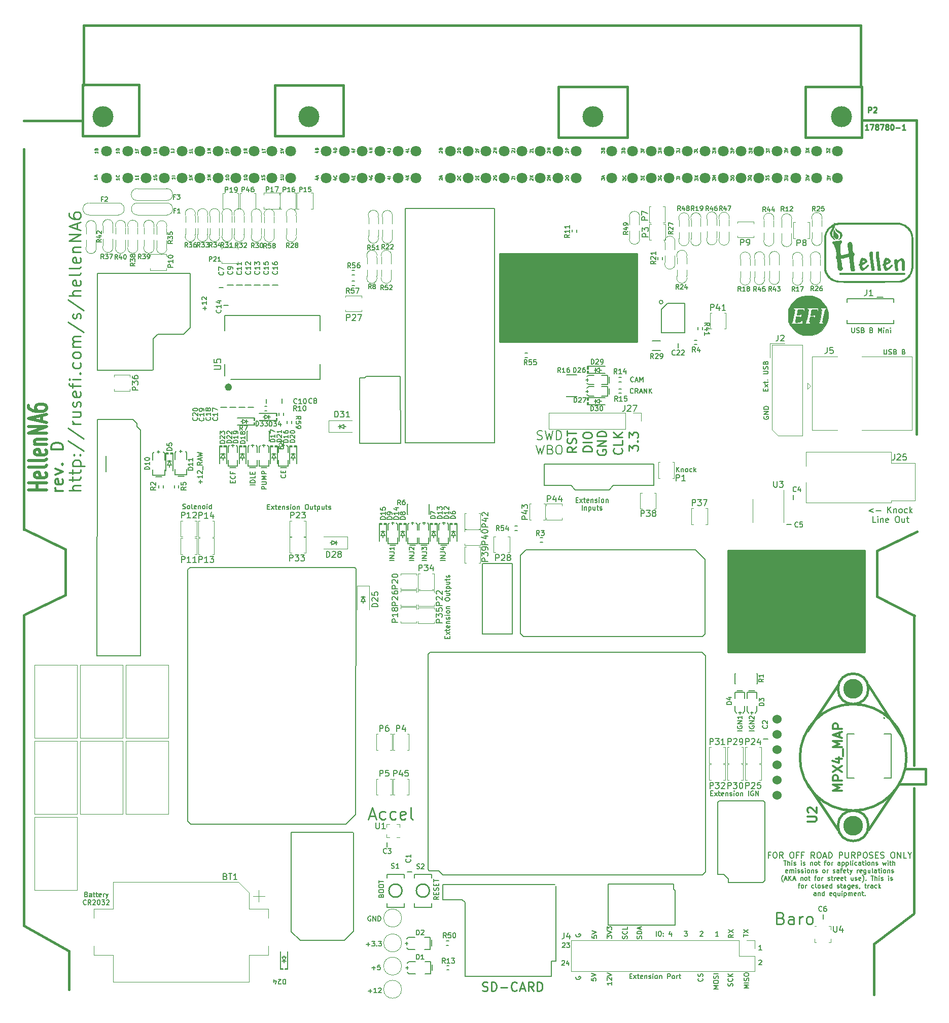
<source format=gto>
G04 #@! TF.GenerationSoftware,KiCad,Pcbnew,8.0.3-8.0.3-0~ubuntu22.04.1*
G04 #@! TF.CreationDate,2024-06-24T03:25:31+00:00*
G04 #@! TF.ProjectId,hellen64_NA6_94,68656c6c-656e-4363-945f-4e41365f3934,b*
G04 #@! TF.SameCoordinates,PX141ef50PYa2cc1bc*
G04 #@! TF.FileFunction,Legend,Top*
G04 #@! TF.FilePolarity,Positive*
%FSLAX46Y46*%
G04 Gerber Fmt 4.6, Leading zero omitted, Abs format (unit mm)*
G04 Created by KiCad (PCBNEW 8.0.3-8.0.3-0~ubuntu22.04.1) date 2024-06-24 03:25:31*
%MOMM*%
%LPD*%
G01*
G04 APERTURE LIST*
%ADD10C,0.381000*%
%ADD11C,0.250000*%
%ADD12C,0.170000*%
%ADD13C,0.127000*%
%ADD14C,0.300000*%
%ADD15C,0.150000*%
%ADD16C,0.500000*%
%ADD17C,0.200000*%
%ADD18C,0.180000*%
%ADD19C,0.222250*%
%ADD20C,0.304800*%
%ADD21C,0.002540*%
%ADD22C,0.203200*%
%ADD23C,0.099060*%
%ADD24C,0.120000*%
%ADD25C,0.254000*%
%ADD26C,0.000000*%
%ADD27C,0.616000*%
%ADD28C,3.500120*%
%ADD29C,1.800000*%
%ADD30C,3.302000*%
%ADD31C,1.524000*%
G04 APERTURE END LIST*
D10*
X151162640Y94800000D02*
X151162640Y147005340D01*
X2151680Y147130340D02*
X11662640Y147130340D01*
X9112360Y67975000D02*
X9112360Y75575000D01*
X144537640Y75325000D02*
X144537640Y67725000D01*
X144087640Y9705340D02*
X150687640Y14705340D01*
X151162640Y147255340D02*
X142175000Y147255340D01*
X151237640Y78525000D02*
X144537640Y75325000D01*
D11*
X81607464Y124959870D02*
X104507464Y124959870D01*
X104507464Y110209870D01*
X81607464Y110209870D01*
X81607464Y124959870D01*
G36*
X81607464Y124959870D02*
G01*
X104507464Y124959870D01*
X104507464Y110209870D01*
X81607464Y110209870D01*
X81607464Y124959870D01*
G37*
X119676680Y75430340D02*
X142576680Y75430340D01*
X142576680Y58430340D01*
X119676680Y58430340D01*
X119676680Y75430340D01*
G36*
X119676680Y75430340D02*
G01*
X142576680Y75430340D01*
X142576680Y58430340D01*
X119676680Y58430340D01*
X119676680Y75430340D01*
G37*
D10*
X9701680Y2105340D02*
X9662640Y8305340D01*
X2162640Y78905340D02*
X2162640Y142355340D01*
X144537640Y67725000D02*
X150837640Y64525000D01*
X144101680Y1212400D02*
X144101680Y9755340D01*
X9662640Y8500000D02*
X2162640Y12800000D01*
X9112360Y75575000D02*
X2175000Y78975000D01*
X2412360Y64775000D02*
X9112360Y67975000D01*
X150762640Y39512400D02*
X150762640Y64605340D01*
X2162640Y12805340D02*
X2162640Y64605340D01*
X150762640Y14905340D02*
X150762640Y35712400D01*
D12*
X71412935Y17618436D02*
X71031982Y17351769D01*
X71412935Y17161293D02*
X70612935Y17161293D01*
X70612935Y17161293D02*
X70612935Y17466055D01*
X70612935Y17466055D02*
X70651030Y17542245D01*
X70651030Y17542245D02*
X70689125Y17580340D01*
X70689125Y17580340D02*
X70765316Y17618436D01*
X70765316Y17618436D02*
X70879601Y17618436D01*
X70879601Y17618436D02*
X70955792Y17580340D01*
X70955792Y17580340D02*
X70993887Y17542245D01*
X70993887Y17542245D02*
X71031982Y17466055D01*
X71031982Y17466055D02*
X71031982Y17161293D01*
X70993887Y17961293D02*
X70993887Y18227959D01*
X71412935Y18342245D02*
X71412935Y17961293D01*
X71412935Y17961293D02*
X70612935Y17961293D01*
X70612935Y17961293D02*
X70612935Y18342245D01*
X71374840Y18647007D02*
X71412935Y18761293D01*
X71412935Y18761293D02*
X71412935Y18951769D01*
X71412935Y18951769D02*
X71374840Y19027960D01*
X71374840Y19027960D02*
X71336744Y19066055D01*
X71336744Y19066055D02*
X71260554Y19104150D01*
X71260554Y19104150D02*
X71184363Y19104150D01*
X71184363Y19104150D02*
X71108173Y19066055D01*
X71108173Y19066055D02*
X71070078Y19027960D01*
X71070078Y19027960D02*
X71031982Y18951769D01*
X71031982Y18951769D02*
X70993887Y18799388D01*
X70993887Y18799388D02*
X70955792Y18723198D01*
X70955792Y18723198D02*
X70917697Y18685103D01*
X70917697Y18685103D02*
X70841506Y18647007D01*
X70841506Y18647007D02*
X70765316Y18647007D01*
X70765316Y18647007D02*
X70689125Y18685103D01*
X70689125Y18685103D02*
X70651030Y18723198D01*
X70651030Y18723198D02*
X70612935Y18799388D01*
X70612935Y18799388D02*
X70612935Y18989865D01*
X70612935Y18989865D02*
X70651030Y19104150D01*
X70993887Y19447008D02*
X70993887Y19713674D01*
X71412935Y19827960D02*
X71412935Y19447008D01*
X71412935Y19447008D02*
X70612935Y19447008D01*
X70612935Y19447008D02*
X70612935Y19827960D01*
X70612935Y20056532D02*
X70612935Y20513675D01*
X71412935Y20285103D02*
X70612935Y20285103D01*
D13*
X120179406Y141748667D02*
X120179406Y142063143D01*
X120179406Y142063143D02*
X120372930Y141893810D01*
X120372930Y141893810D02*
X120372930Y141966381D01*
X120372930Y141966381D02*
X120397120Y142014762D01*
X120397120Y142014762D02*
X120421311Y142038953D01*
X120421311Y142038953D02*
X120469692Y142063143D01*
X120469692Y142063143D02*
X120590644Y142063143D01*
X120590644Y142063143D02*
X120639025Y142038953D01*
X120639025Y142038953D02*
X120663216Y142014762D01*
X120663216Y142014762D02*
X120687406Y141966381D01*
X120687406Y141966381D02*
X120687406Y141821238D01*
X120687406Y141821238D02*
X120663216Y141772857D01*
X120663216Y141772857D02*
X120639025Y141748667D01*
X120687406Y142280858D02*
X120179406Y142280858D01*
X120179406Y142280858D02*
X120179406Y142474382D01*
X120179406Y142474382D02*
X120203596Y142522763D01*
X120203596Y142522763D02*
X120227787Y142546953D01*
X120227787Y142546953D02*
X120276168Y142571144D01*
X120276168Y142571144D02*
X120348739Y142571144D01*
X120348739Y142571144D02*
X120397120Y142546953D01*
X120397120Y142546953D02*
X120421311Y142522763D01*
X120421311Y142522763D02*
X120445501Y142474382D01*
X120445501Y142474382D02*
X120445501Y142280858D01*
D12*
X60240966Y5698847D02*
X60850490Y5698847D01*
X60545728Y5394085D02*
X60545728Y6003609D01*
X61612394Y6194085D02*
X61231442Y6194085D01*
X61231442Y6194085D02*
X61193346Y5813133D01*
X61193346Y5813133D02*
X61231442Y5851228D01*
X61231442Y5851228D02*
X61307632Y5889323D01*
X61307632Y5889323D02*
X61498108Y5889323D01*
X61498108Y5889323D02*
X61574299Y5851228D01*
X61574299Y5851228D02*
X61612394Y5813133D01*
X61612394Y5813133D02*
X61650489Y5736942D01*
X61650489Y5736942D02*
X61650489Y5546466D01*
X61650489Y5546466D02*
X61612394Y5470276D01*
X61612394Y5470276D02*
X61574299Y5432180D01*
X61574299Y5432180D02*
X61498108Y5394085D01*
X61498108Y5394085D02*
X61307632Y5394085D01*
X61307632Y5394085D02*
X61231442Y5432180D01*
X61231442Y5432180D02*
X61193346Y5470276D01*
D13*
X105193406Y137200858D02*
X105193406Y137515334D01*
X105193406Y137515334D02*
X105386930Y137346001D01*
X105386930Y137346001D02*
X105386930Y137418572D01*
X105386930Y137418572D02*
X105411120Y137466953D01*
X105411120Y137466953D02*
X105435311Y137491144D01*
X105435311Y137491144D02*
X105483692Y137515334D01*
X105483692Y137515334D02*
X105604644Y137515334D01*
X105604644Y137515334D02*
X105653025Y137491144D01*
X105653025Y137491144D02*
X105677216Y137466953D01*
X105677216Y137466953D02*
X105701406Y137418572D01*
X105701406Y137418572D02*
X105701406Y137273429D01*
X105701406Y137273429D02*
X105677216Y137225048D01*
X105677216Y137225048D02*
X105653025Y137200858D01*
X105435311Y137733049D02*
X105435311Y137902382D01*
X105701406Y137974954D02*
X105701406Y137733049D01*
X105701406Y137733049D02*
X105193406Y137733049D01*
X105193406Y137733049D02*
X105193406Y137974954D01*
X27257406Y142046619D02*
X27257406Y141756333D01*
X27257406Y141901476D02*
X26749406Y141901476D01*
X26749406Y141901476D02*
X26821977Y141853095D01*
X26821977Y141853095D02*
X26870358Y141804714D01*
X26870358Y141804714D02*
X26894549Y141756333D01*
X26749406Y142409477D02*
X27112263Y142409477D01*
X27112263Y142409477D02*
X27184835Y142385286D01*
X27184835Y142385286D02*
X27233216Y142336905D01*
X27233216Y142336905D02*
X27257406Y142264334D01*
X27257406Y142264334D02*
X27257406Y142215953D01*
D12*
X103949999Y103627336D02*
X103911903Y103589240D01*
X103911903Y103589240D02*
X103797618Y103551145D01*
X103797618Y103551145D02*
X103721427Y103551145D01*
X103721427Y103551145D02*
X103607141Y103589240D01*
X103607141Y103589240D02*
X103530951Y103665431D01*
X103530951Y103665431D02*
X103492856Y103741621D01*
X103492856Y103741621D02*
X103454760Y103894002D01*
X103454760Y103894002D02*
X103454760Y104008288D01*
X103454760Y104008288D02*
X103492856Y104160669D01*
X103492856Y104160669D02*
X103530951Y104236860D01*
X103530951Y104236860D02*
X103607141Y104313050D01*
X103607141Y104313050D02*
X103721427Y104351145D01*
X103721427Y104351145D02*
X103797618Y104351145D01*
X103797618Y104351145D02*
X103911903Y104313050D01*
X103911903Y104313050D02*
X103949999Y104274955D01*
X104254760Y103779717D02*
X104635713Y103779717D01*
X104178570Y103551145D02*
X104445237Y104351145D01*
X104445237Y104351145D02*
X104711903Y103551145D01*
X104978570Y103551145D02*
X104978570Y104351145D01*
X104978570Y104351145D02*
X105245236Y103779717D01*
X105245236Y103779717D02*
X105511903Y104351145D01*
X105511903Y104351145D02*
X105511903Y103551145D01*
X120595635Y11271862D02*
X120214682Y11005195D01*
X120595635Y10814719D02*
X119795635Y10814719D01*
X119795635Y10814719D02*
X119795635Y11119481D01*
X119795635Y11119481D02*
X119833730Y11195671D01*
X119833730Y11195671D02*
X119871825Y11233766D01*
X119871825Y11233766D02*
X119948016Y11271862D01*
X119948016Y11271862D02*
X120062301Y11271862D01*
X120062301Y11271862D02*
X120138492Y11233766D01*
X120138492Y11233766D02*
X120176587Y11195671D01*
X120176587Y11195671D02*
X120214682Y11119481D01*
X120214682Y11119481D02*
X120214682Y10814719D01*
X119795635Y11538528D02*
X120595635Y12071862D01*
X119795635Y12071862D02*
X120595635Y11538528D01*
D13*
X45545406Y137529048D02*
X45545406Y137238762D01*
X45545406Y137383905D02*
X45037406Y137383905D01*
X45037406Y137383905D02*
X45109977Y137335524D01*
X45109977Y137335524D02*
X45158358Y137287143D01*
X45158358Y137287143D02*
X45182549Y137238762D01*
X45037406Y137746763D02*
X45448644Y137746763D01*
X45448644Y137746763D02*
X45497025Y137770953D01*
X45497025Y137770953D02*
X45521216Y137795144D01*
X45521216Y137795144D02*
X45545406Y137843525D01*
X45545406Y137843525D02*
X45545406Y137940287D01*
X45545406Y137940287D02*
X45521216Y137988668D01*
X45521216Y137988668D02*
X45497025Y138012858D01*
X45497025Y138012858D02*
X45448644Y138037049D01*
X45448644Y138037049D02*
X45037406Y138037049D01*
D12*
X145762394Y108944085D02*
X145762394Y108296466D01*
X145762394Y108296466D02*
X145800489Y108220276D01*
X145800489Y108220276D02*
X145838584Y108182180D01*
X145838584Y108182180D02*
X145914775Y108144085D01*
X145914775Y108144085D02*
X146067156Y108144085D01*
X146067156Y108144085D02*
X146143346Y108182180D01*
X146143346Y108182180D02*
X146181441Y108220276D01*
X146181441Y108220276D02*
X146219537Y108296466D01*
X146219537Y108296466D02*
X146219537Y108944085D01*
X146562393Y108182180D02*
X146676679Y108144085D01*
X146676679Y108144085D02*
X146867155Y108144085D01*
X146867155Y108144085D02*
X146943346Y108182180D01*
X146943346Y108182180D02*
X146981441Y108220276D01*
X146981441Y108220276D02*
X147019536Y108296466D01*
X147019536Y108296466D02*
X147019536Y108372657D01*
X147019536Y108372657D02*
X146981441Y108448847D01*
X146981441Y108448847D02*
X146943346Y108486942D01*
X146943346Y108486942D02*
X146867155Y108525038D01*
X146867155Y108525038D02*
X146714774Y108563133D01*
X146714774Y108563133D02*
X146638584Y108601228D01*
X146638584Y108601228D02*
X146600489Y108639323D01*
X146600489Y108639323D02*
X146562393Y108715514D01*
X146562393Y108715514D02*
X146562393Y108791704D01*
X146562393Y108791704D02*
X146600489Y108867895D01*
X146600489Y108867895D02*
X146638584Y108905990D01*
X146638584Y108905990D02*
X146714774Y108944085D01*
X146714774Y108944085D02*
X146905251Y108944085D01*
X146905251Y108944085D02*
X147019536Y108905990D01*
X147629060Y108563133D02*
X147743346Y108525038D01*
X147743346Y108525038D02*
X147781441Y108486942D01*
X147781441Y108486942D02*
X147819537Y108410752D01*
X147819537Y108410752D02*
X147819537Y108296466D01*
X147819537Y108296466D02*
X147781441Y108220276D01*
X147781441Y108220276D02*
X147743346Y108182180D01*
X147743346Y108182180D02*
X147667156Y108144085D01*
X147667156Y108144085D02*
X147362394Y108144085D01*
X147362394Y108144085D02*
X147362394Y108944085D01*
X147362394Y108944085D02*
X147629060Y108944085D01*
X147629060Y108944085D02*
X147705251Y108905990D01*
X147705251Y108905990D02*
X147743346Y108867895D01*
X147743346Y108867895D02*
X147781441Y108791704D01*
X147781441Y108791704D02*
X147781441Y108715514D01*
X147781441Y108715514D02*
X147743346Y108639323D01*
X147743346Y108639323D02*
X147705251Y108601228D01*
X147705251Y108601228D02*
X147629060Y108563133D01*
X147629060Y108563133D02*
X147362394Y108563133D01*
X149038584Y108563133D02*
X149152870Y108525038D01*
X149152870Y108525038D02*
X149190965Y108486942D01*
X149190965Y108486942D02*
X149229061Y108410752D01*
X149229061Y108410752D02*
X149229061Y108296466D01*
X149229061Y108296466D02*
X149190965Y108220276D01*
X149190965Y108220276D02*
X149152870Y108182180D01*
X149152870Y108182180D02*
X149076680Y108144085D01*
X149076680Y108144085D02*
X148771918Y108144085D01*
X148771918Y108144085D02*
X148771918Y108944085D01*
X148771918Y108944085D02*
X149038584Y108944085D01*
X149038584Y108944085D02*
X149114775Y108905990D01*
X149114775Y108905990D02*
X149152870Y108867895D01*
X149152870Y108867895D02*
X149190965Y108791704D01*
X149190965Y108791704D02*
X149190965Y108715514D01*
X149190965Y108715514D02*
X149152870Y108639323D01*
X149152870Y108639323D02*
X149114775Y108601228D01*
X149114775Y108601228D02*
X149038584Y108563133D01*
X149038584Y108563133D02*
X148771918Y108563133D01*
D13*
X42497406Y142046619D02*
X42497406Y141756333D01*
X42497406Y141901476D02*
X41989406Y141901476D01*
X41989406Y141901476D02*
X42061977Y141853095D01*
X42061977Y141853095D02*
X42110358Y141804714D01*
X42110358Y141804714D02*
X42134549Y141756333D01*
X41989406Y142191762D02*
X41989406Y142482048D01*
X42497406Y142336905D02*
X41989406Y142336905D01*
X136181406Y141760762D02*
X136181406Y142075238D01*
X136181406Y142075238D02*
X136374930Y141905905D01*
X136374930Y141905905D02*
X136374930Y141978476D01*
X136374930Y141978476D02*
X136399120Y142026857D01*
X136399120Y142026857D02*
X136423311Y142051048D01*
X136423311Y142051048D02*
X136471692Y142075238D01*
X136471692Y142075238D02*
X136592644Y142075238D01*
X136592644Y142075238D02*
X136641025Y142051048D01*
X136641025Y142051048D02*
X136665216Y142026857D01*
X136665216Y142026857D02*
X136689406Y141978476D01*
X136689406Y141978476D02*
X136689406Y141833333D01*
X136689406Y141833333D02*
X136665216Y141784952D01*
X136665216Y141784952D02*
X136641025Y141760762D01*
X136181406Y142244572D02*
X136181406Y142583239D01*
X136181406Y142583239D02*
X136689406Y142244572D01*
X136689406Y142244572D02*
X136689406Y142583239D01*
D14*
X8709638Y85300000D02*
X7376304Y85300000D01*
X7757257Y85300000D02*
X7566780Y85395238D01*
X7566780Y85395238D02*
X7471542Y85490476D01*
X7471542Y85490476D02*
X7376304Y85680952D01*
X7376304Y85680952D02*
X7376304Y85871429D01*
X8614400Y87300000D02*
X8709638Y87109524D01*
X8709638Y87109524D02*
X8709638Y86728571D01*
X8709638Y86728571D02*
X8614400Y86538095D01*
X8614400Y86538095D02*
X8423923Y86442857D01*
X8423923Y86442857D02*
X7662019Y86442857D01*
X7662019Y86442857D02*
X7471542Y86538095D01*
X7471542Y86538095D02*
X7376304Y86728571D01*
X7376304Y86728571D02*
X7376304Y87109524D01*
X7376304Y87109524D02*
X7471542Y87300000D01*
X7471542Y87300000D02*
X7662019Y87395238D01*
X7662019Y87395238D02*
X7852495Y87395238D01*
X7852495Y87395238D02*
X8042971Y86442857D01*
X7376304Y88061905D02*
X8709638Y88538095D01*
X8709638Y88538095D02*
X7376304Y89014286D01*
X8519161Y89776191D02*
X8614400Y89871429D01*
X8614400Y89871429D02*
X8709638Y89776191D01*
X8709638Y89776191D02*
X8614400Y89680953D01*
X8614400Y89680953D02*
X8519161Y89776191D01*
X8519161Y89776191D02*
X8709638Y89776191D01*
X8709638Y92252382D02*
X6709638Y92252382D01*
X6709638Y92252382D02*
X6709638Y92728572D01*
X6709638Y92728572D02*
X6804876Y93014287D01*
X6804876Y93014287D02*
X6995352Y93204763D01*
X6995352Y93204763D02*
X7185828Y93300001D01*
X7185828Y93300001D02*
X7566780Y93395239D01*
X7566780Y93395239D02*
X7852495Y93395239D01*
X7852495Y93395239D02*
X8233447Y93300001D01*
X8233447Y93300001D02*
X8423923Y93204763D01*
X8423923Y93204763D02*
X8614400Y93014287D01*
X8614400Y93014287D02*
X8709638Y92728572D01*
X8709638Y92728572D02*
X8709638Y92252382D01*
D12*
X122295635Y10900433D02*
X122295635Y11357576D01*
X123095635Y11129004D02*
X122295635Y11129004D01*
X122295635Y11548052D02*
X123095635Y12081386D01*
X122295635Y12081386D02*
X123095635Y11548052D01*
X123195635Y2314719D02*
X122395635Y2314719D01*
X122395635Y2314719D02*
X122967063Y2581385D01*
X122967063Y2581385D02*
X122395635Y2848052D01*
X122395635Y2848052D02*
X123195635Y2848052D01*
X123195635Y3229005D02*
X122395635Y3229005D01*
X123157540Y3571861D02*
X123195635Y3686147D01*
X123195635Y3686147D02*
X123195635Y3876623D01*
X123195635Y3876623D02*
X123157540Y3952814D01*
X123157540Y3952814D02*
X123119444Y3990909D01*
X123119444Y3990909D02*
X123043254Y4029004D01*
X123043254Y4029004D02*
X122967063Y4029004D01*
X122967063Y4029004D02*
X122890873Y3990909D01*
X122890873Y3990909D02*
X122852778Y3952814D01*
X122852778Y3952814D02*
X122814682Y3876623D01*
X122814682Y3876623D02*
X122776587Y3724242D01*
X122776587Y3724242D02*
X122738492Y3648052D01*
X122738492Y3648052D02*
X122700397Y3609957D01*
X122700397Y3609957D02*
X122624206Y3571861D01*
X122624206Y3571861D02*
X122548016Y3571861D01*
X122548016Y3571861D02*
X122471825Y3609957D01*
X122471825Y3609957D02*
X122433730Y3648052D01*
X122433730Y3648052D02*
X122395635Y3724242D01*
X122395635Y3724242D02*
X122395635Y3914719D01*
X122395635Y3914719D02*
X122433730Y4029004D01*
X122395635Y4524243D02*
X122395635Y4676624D01*
X122395635Y4676624D02*
X122433730Y4752814D01*
X122433730Y4752814D02*
X122509920Y4829005D01*
X122509920Y4829005D02*
X122662301Y4867100D01*
X122662301Y4867100D02*
X122928968Y4867100D01*
X122928968Y4867100D02*
X123081349Y4829005D01*
X123081349Y4829005D02*
X123157540Y4752814D01*
X123157540Y4752814D02*
X123195635Y4676624D01*
X123195635Y4676624D02*
X123195635Y4524243D01*
X123195635Y4524243D02*
X123157540Y4448052D01*
X123157540Y4448052D02*
X123081349Y4371862D01*
X123081349Y4371862D02*
X122928968Y4333766D01*
X122928968Y4333766D02*
X122662301Y4333766D01*
X122662301Y4333766D02*
X122509920Y4371862D01*
X122509920Y4371862D02*
X122433730Y4448052D01*
X122433730Y4448052D02*
X122395635Y4524243D01*
X72495635Y73714719D02*
X71695635Y73714719D01*
X72495635Y74095671D02*
X71695635Y74095671D01*
X71695635Y74095671D02*
X72495635Y74552814D01*
X72495635Y74552814D02*
X71695635Y74552814D01*
X71695635Y75162337D02*
X72267063Y75162337D01*
X72267063Y75162337D02*
X72381349Y75124242D01*
X72381349Y75124242D02*
X72457540Y75048051D01*
X72457540Y75048051D02*
X72495635Y74933766D01*
X72495635Y74933766D02*
X72495635Y74857575D01*
X71962301Y75886147D02*
X72495635Y75886147D01*
X71657540Y75695671D02*
X72228968Y75505194D01*
X72228968Y75505194D02*
X72228968Y76000433D01*
D11*
X78726867Y1923340D02*
X78941153Y1851912D01*
X78941153Y1851912D02*
X79298295Y1851912D01*
X79298295Y1851912D02*
X79441153Y1923340D01*
X79441153Y1923340D02*
X79512581Y1994769D01*
X79512581Y1994769D02*
X79584010Y2137626D01*
X79584010Y2137626D02*
X79584010Y2280483D01*
X79584010Y2280483D02*
X79512581Y2423340D01*
X79512581Y2423340D02*
X79441153Y2494769D01*
X79441153Y2494769D02*
X79298295Y2566198D01*
X79298295Y2566198D02*
X79012581Y2637626D01*
X79012581Y2637626D02*
X78869724Y2709055D01*
X78869724Y2709055D02*
X78798295Y2780483D01*
X78798295Y2780483D02*
X78726867Y2923340D01*
X78726867Y2923340D02*
X78726867Y3066198D01*
X78726867Y3066198D02*
X78798295Y3209055D01*
X78798295Y3209055D02*
X78869724Y3280483D01*
X78869724Y3280483D02*
X79012581Y3351912D01*
X79012581Y3351912D02*
X79369724Y3351912D01*
X79369724Y3351912D02*
X79584010Y3280483D01*
X80226866Y1851912D02*
X80226866Y3351912D01*
X80226866Y3351912D02*
X80584009Y3351912D01*
X80584009Y3351912D02*
X80798295Y3280483D01*
X80798295Y3280483D02*
X80941152Y3137626D01*
X80941152Y3137626D02*
X81012581Y2994769D01*
X81012581Y2994769D02*
X81084009Y2709055D01*
X81084009Y2709055D02*
X81084009Y2494769D01*
X81084009Y2494769D02*
X81012581Y2209055D01*
X81012581Y2209055D02*
X80941152Y2066198D01*
X80941152Y2066198D02*
X80798295Y1923340D01*
X80798295Y1923340D02*
X80584009Y1851912D01*
X80584009Y1851912D02*
X80226866Y1851912D01*
X81726866Y2423340D02*
X82869724Y2423340D01*
X84441152Y1994769D02*
X84369724Y1923340D01*
X84369724Y1923340D02*
X84155438Y1851912D01*
X84155438Y1851912D02*
X84012581Y1851912D01*
X84012581Y1851912D02*
X83798295Y1923340D01*
X83798295Y1923340D02*
X83655438Y2066198D01*
X83655438Y2066198D02*
X83584009Y2209055D01*
X83584009Y2209055D02*
X83512581Y2494769D01*
X83512581Y2494769D02*
X83512581Y2709055D01*
X83512581Y2709055D02*
X83584009Y2994769D01*
X83584009Y2994769D02*
X83655438Y3137626D01*
X83655438Y3137626D02*
X83798295Y3280483D01*
X83798295Y3280483D02*
X84012581Y3351912D01*
X84012581Y3351912D02*
X84155438Y3351912D01*
X84155438Y3351912D02*
X84369724Y3280483D01*
X84369724Y3280483D02*
X84441152Y3209055D01*
X85012581Y2280483D02*
X85726867Y2280483D01*
X84869724Y1851912D02*
X85369724Y3351912D01*
X85369724Y3351912D02*
X85869724Y1851912D01*
X87226866Y1851912D02*
X86726866Y2566198D01*
X86369723Y1851912D02*
X86369723Y3351912D01*
X86369723Y3351912D02*
X86941152Y3351912D01*
X86941152Y3351912D02*
X87084009Y3280483D01*
X87084009Y3280483D02*
X87155438Y3209055D01*
X87155438Y3209055D02*
X87226866Y3066198D01*
X87226866Y3066198D02*
X87226866Y2851912D01*
X87226866Y2851912D02*
X87155438Y2709055D01*
X87155438Y2709055D02*
X87084009Y2637626D01*
X87084009Y2637626D02*
X86941152Y2566198D01*
X86941152Y2566198D02*
X86369723Y2566198D01*
X87869723Y1851912D02*
X87869723Y3351912D01*
X87869723Y3351912D02*
X88226866Y3351912D01*
X88226866Y3351912D02*
X88441152Y3280483D01*
X88441152Y3280483D02*
X88584009Y3137626D01*
X88584009Y3137626D02*
X88655438Y2994769D01*
X88655438Y2994769D02*
X88726866Y2709055D01*
X88726866Y2709055D02*
X88726866Y2494769D01*
X88726866Y2494769D02*
X88655438Y2209055D01*
X88655438Y2209055D02*
X88584009Y2066198D01*
X88584009Y2066198D02*
X88441152Y1923340D01*
X88441152Y1923340D02*
X88226866Y1851912D01*
X88226866Y1851912D02*
X87869723Y1851912D01*
D13*
X98589406Y137212953D02*
X98589406Y137527429D01*
X98589406Y137527429D02*
X98782930Y137358096D01*
X98782930Y137358096D02*
X98782930Y137430667D01*
X98782930Y137430667D02*
X98807120Y137479048D01*
X98807120Y137479048D02*
X98831311Y137503239D01*
X98831311Y137503239D02*
X98879692Y137527429D01*
X98879692Y137527429D02*
X99000644Y137527429D01*
X99000644Y137527429D02*
X99049025Y137503239D01*
X99049025Y137503239D02*
X99073216Y137479048D01*
X99073216Y137479048D02*
X99097406Y137430667D01*
X99097406Y137430667D02*
X99097406Y137285524D01*
X99097406Y137285524D02*
X99073216Y137237143D01*
X99073216Y137237143D02*
X99049025Y137212953D01*
X98952263Y137720953D02*
X98952263Y137962858D01*
X99097406Y137672572D02*
X98589406Y137841906D01*
X98589406Y137841906D02*
X99097406Y138011239D01*
X105193406Y141784953D02*
X105193406Y142099429D01*
X105193406Y142099429D02*
X105386930Y141930096D01*
X105386930Y141930096D02*
X105386930Y142002667D01*
X105386930Y142002667D02*
X105411120Y142051048D01*
X105411120Y142051048D02*
X105435311Y142075239D01*
X105435311Y142075239D02*
X105483692Y142099429D01*
X105483692Y142099429D02*
X105604644Y142099429D01*
X105604644Y142099429D02*
X105653025Y142075239D01*
X105653025Y142075239D02*
X105677216Y142051048D01*
X105677216Y142051048D02*
X105701406Y142002667D01*
X105701406Y142002667D02*
X105701406Y141857524D01*
X105701406Y141857524D02*
X105677216Y141809143D01*
X105677216Y141809143D02*
X105653025Y141784953D01*
X105435311Y142486477D02*
X105435311Y142317144D01*
X105701406Y142317144D02*
X105193406Y142317144D01*
X105193406Y142317144D02*
X105193406Y142559049D01*
X123100406Y137164572D02*
X123100406Y137479048D01*
X123100406Y137479048D02*
X123293930Y137309715D01*
X123293930Y137309715D02*
X123293930Y137382286D01*
X123293930Y137382286D02*
X123318120Y137430667D01*
X123318120Y137430667D02*
X123342311Y137454858D01*
X123342311Y137454858D02*
X123390692Y137479048D01*
X123390692Y137479048D02*
X123511644Y137479048D01*
X123511644Y137479048D02*
X123560025Y137454858D01*
X123560025Y137454858D02*
X123584216Y137430667D01*
X123584216Y137430667D02*
X123608406Y137382286D01*
X123608406Y137382286D02*
X123608406Y137237143D01*
X123608406Y137237143D02*
X123584216Y137188762D01*
X123584216Y137188762D02*
X123560025Y137164572D01*
X123656787Y138035430D02*
X123632596Y137987049D01*
X123632596Y137987049D02*
X123584216Y137938668D01*
X123584216Y137938668D02*
X123511644Y137866096D01*
X123511644Y137866096D02*
X123487454Y137817715D01*
X123487454Y137817715D02*
X123487454Y137769334D01*
X123608406Y137793525D02*
X123584216Y137745144D01*
X123584216Y137745144D02*
X123535835Y137696763D01*
X123535835Y137696763D02*
X123439073Y137672572D01*
X123439073Y137672572D02*
X123269739Y137672572D01*
X123269739Y137672572D02*
X123172977Y137696763D01*
X123172977Y137696763D02*
X123124596Y137745144D01*
X123124596Y137745144D02*
X123100406Y137793525D01*
X123100406Y137793525D02*
X123100406Y137890287D01*
X123100406Y137890287D02*
X123124596Y137938668D01*
X123124596Y137938668D02*
X123172977Y137987049D01*
X123172977Y137987049D02*
X123269739Y138011239D01*
X123269739Y138011239D02*
X123439073Y138011239D01*
X123439073Y138011239D02*
X123535835Y137987049D01*
X123535835Y137987049D02*
X123584216Y137938668D01*
X123584216Y137938668D02*
X123608406Y137890287D01*
X123608406Y137890287D02*
X123608406Y137793525D01*
X114210406Y137176667D02*
X114210406Y137491143D01*
X114210406Y137491143D02*
X114403930Y137321810D01*
X114403930Y137321810D02*
X114403930Y137394381D01*
X114403930Y137394381D02*
X114428120Y137442762D01*
X114428120Y137442762D02*
X114452311Y137466953D01*
X114452311Y137466953D02*
X114500692Y137491143D01*
X114500692Y137491143D02*
X114621644Y137491143D01*
X114621644Y137491143D02*
X114670025Y137466953D01*
X114670025Y137466953D02*
X114694216Y137442762D01*
X114694216Y137442762D02*
X114718406Y137394381D01*
X114718406Y137394381D02*
X114718406Y137249238D01*
X114718406Y137249238D02*
X114694216Y137200857D01*
X114694216Y137200857D02*
X114670025Y137176667D01*
X114718406Y137708858D02*
X114210406Y137708858D01*
X114718406Y137999144D02*
X114428120Y137781429D01*
X114210406Y137999144D02*
X114500692Y137708858D01*
D15*
X144015476Y82341820D02*
X143253571Y82056106D01*
X143253571Y82056106D02*
X144015476Y81770392D01*
X144396428Y82008487D02*
X145253571Y82008487D01*
X146396428Y81675153D02*
X146396428Y82675153D01*
X146967856Y81675153D02*
X146539285Y82246582D01*
X146967856Y82675153D02*
X146396428Y82103725D01*
X147396428Y82341820D02*
X147396428Y81675153D01*
X147396428Y82246582D02*
X147444047Y82294201D01*
X147444047Y82294201D02*
X147539285Y82341820D01*
X147539285Y82341820D02*
X147682142Y82341820D01*
X147682142Y82341820D02*
X147777380Y82294201D01*
X147777380Y82294201D02*
X147824999Y82198963D01*
X147824999Y82198963D02*
X147824999Y81675153D01*
X148444047Y81675153D02*
X148348809Y81722772D01*
X148348809Y81722772D02*
X148301190Y81770392D01*
X148301190Y81770392D02*
X148253571Y81865630D01*
X148253571Y81865630D02*
X148253571Y82151344D01*
X148253571Y82151344D02*
X148301190Y82246582D01*
X148301190Y82246582D02*
X148348809Y82294201D01*
X148348809Y82294201D02*
X148444047Y82341820D01*
X148444047Y82341820D02*
X148586904Y82341820D01*
X148586904Y82341820D02*
X148682142Y82294201D01*
X148682142Y82294201D02*
X148729761Y82246582D01*
X148729761Y82246582D02*
X148777380Y82151344D01*
X148777380Y82151344D02*
X148777380Y81865630D01*
X148777380Y81865630D02*
X148729761Y81770392D01*
X148729761Y81770392D02*
X148682142Y81722772D01*
X148682142Y81722772D02*
X148586904Y81675153D01*
X148586904Y81675153D02*
X148444047Y81675153D01*
X149634523Y81722772D02*
X149539285Y81675153D01*
X149539285Y81675153D02*
X149348809Y81675153D01*
X149348809Y81675153D02*
X149253571Y81722772D01*
X149253571Y81722772D02*
X149205952Y81770392D01*
X149205952Y81770392D02*
X149158333Y81865630D01*
X149158333Y81865630D02*
X149158333Y82151344D01*
X149158333Y82151344D02*
X149205952Y82246582D01*
X149205952Y82246582D02*
X149253571Y82294201D01*
X149253571Y82294201D02*
X149348809Y82341820D01*
X149348809Y82341820D02*
X149539285Y82341820D01*
X149539285Y82341820D02*
X149634523Y82294201D01*
X150063095Y81675153D02*
X150063095Y82675153D01*
X150158333Y82056106D02*
X150444047Y81675153D01*
X150444047Y82341820D02*
X150063095Y81960868D01*
X144372618Y80065209D02*
X143896428Y80065209D01*
X143896428Y80065209D02*
X143896428Y81065209D01*
X144705952Y80065209D02*
X144705952Y80731876D01*
X144705952Y81065209D02*
X144658333Y81017590D01*
X144658333Y81017590D02*
X144705952Y80969971D01*
X144705952Y80969971D02*
X144753571Y81017590D01*
X144753571Y81017590D02*
X144705952Y81065209D01*
X144705952Y81065209D02*
X144705952Y80969971D01*
X145182142Y80731876D02*
X145182142Y80065209D01*
X145182142Y80636638D02*
X145229761Y80684257D01*
X145229761Y80684257D02*
X145324999Y80731876D01*
X145324999Y80731876D02*
X145467856Y80731876D01*
X145467856Y80731876D02*
X145563094Y80684257D01*
X145563094Y80684257D02*
X145610713Y80589019D01*
X145610713Y80589019D02*
X145610713Y80065209D01*
X146467856Y80112828D02*
X146372618Y80065209D01*
X146372618Y80065209D02*
X146182142Y80065209D01*
X146182142Y80065209D02*
X146086904Y80112828D01*
X146086904Y80112828D02*
X146039285Y80208067D01*
X146039285Y80208067D02*
X146039285Y80589019D01*
X146039285Y80589019D02*
X146086904Y80684257D01*
X146086904Y80684257D02*
X146182142Y80731876D01*
X146182142Y80731876D02*
X146372618Y80731876D01*
X146372618Y80731876D02*
X146467856Y80684257D01*
X146467856Y80684257D02*
X146515475Y80589019D01*
X146515475Y80589019D02*
X146515475Y80493781D01*
X146515475Y80493781D02*
X146039285Y80398543D01*
X147896428Y81065209D02*
X148086904Y81065209D01*
X148086904Y81065209D02*
X148182142Y81017590D01*
X148182142Y81017590D02*
X148277380Y80922352D01*
X148277380Y80922352D02*
X148324999Y80731876D01*
X148324999Y80731876D02*
X148324999Y80398543D01*
X148324999Y80398543D02*
X148277380Y80208067D01*
X148277380Y80208067D02*
X148182142Y80112828D01*
X148182142Y80112828D02*
X148086904Y80065209D01*
X148086904Y80065209D02*
X147896428Y80065209D01*
X147896428Y80065209D02*
X147801190Y80112828D01*
X147801190Y80112828D02*
X147705952Y80208067D01*
X147705952Y80208067D02*
X147658333Y80398543D01*
X147658333Y80398543D02*
X147658333Y80731876D01*
X147658333Y80731876D02*
X147705952Y80922352D01*
X147705952Y80922352D02*
X147801190Y81017590D01*
X147801190Y81017590D02*
X147896428Y81065209D01*
X149182142Y80731876D02*
X149182142Y80065209D01*
X148753571Y80731876D02*
X148753571Y80208067D01*
X148753571Y80208067D02*
X148801190Y80112828D01*
X148801190Y80112828D02*
X148896428Y80065209D01*
X148896428Y80065209D02*
X149039285Y80065209D01*
X149039285Y80065209D02*
X149134523Y80112828D01*
X149134523Y80112828D02*
X149182142Y80160448D01*
X149515476Y80731876D02*
X149896428Y80731876D01*
X149658333Y81065209D02*
X149658333Y80208067D01*
X149658333Y80208067D02*
X149705952Y80112828D01*
X149705952Y80112828D02*
X149801190Y80065209D01*
X149801190Y80065209D02*
X149896428Y80065209D01*
D12*
X42844536Y82663133D02*
X43111202Y82663133D01*
X43225488Y82244085D02*
X42844536Y82244085D01*
X42844536Y82244085D02*
X42844536Y83044085D01*
X42844536Y83044085D02*
X43225488Y83044085D01*
X43492155Y82244085D02*
X43911203Y82777419D01*
X43492155Y82777419D02*
X43911203Y82244085D01*
X44101679Y82777419D02*
X44406441Y82777419D01*
X44215965Y83044085D02*
X44215965Y82358371D01*
X44215965Y82358371D02*
X44254060Y82282180D01*
X44254060Y82282180D02*
X44330250Y82244085D01*
X44330250Y82244085D02*
X44406441Y82244085D01*
X44977870Y82282180D02*
X44901679Y82244085D01*
X44901679Y82244085D02*
X44749298Y82244085D01*
X44749298Y82244085D02*
X44673108Y82282180D01*
X44673108Y82282180D02*
X44635012Y82358371D01*
X44635012Y82358371D02*
X44635012Y82663133D01*
X44635012Y82663133D02*
X44673108Y82739323D01*
X44673108Y82739323D02*
X44749298Y82777419D01*
X44749298Y82777419D02*
X44901679Y82777419D01*
X44901679Y82777419D02*
X44977870Y82739323D01*
X44977870Y82739323D02*
X45015965Y82663133D01*
X45015965Y82663133D02*
X45015965Y82586942D01*
X45015965Y82586942D02*
X44635012Y82510752D01*
X45358822Y82777419D02*
X45358822Y82244085D01*
X45358822Y82701228D02*
X45396917Y82739323D01*
X45396917Y82739323D02*
X45473107Y82777419D01*
X45473107Y82777419D02*
X45587393Y82777419D01*
X45587393Y82777419D02*
X45663584Y82739323D01*
X45663584Y82739323D02*
X45701679Y82663133D01*
X45701679Y82663133D02*
X45701679Y82244085D01*
X46044536Y82282180D02*
X46120727Y82244085D01*
X46120727Y82244085D02*
X46273108Y82244085D01*
X46273108Y82244085D02*
X46349298Y82282180D01*
X46349298Y82282180D02*
X46387394Y82358371D01*
X46387394Y82358371D02*
X46387394Y82396466D01*
X46387394Y82396466D02*
X46349298Y82472657D01*
X46349298Y82472657D02*
X46273108Y82510752D01*
X46273108Y82510752D02*
X46158822Y82510752D01*
X46158822Y82510752D02*
X46082632Y82548847D01*
X46082632Y82548847D02*
X46044536Y82625038D01*
X46044536Y82625038D02*
X46044536Y82663133D01*
X46044536Y82663133D02*
X46082632Y82739323D01*
X46082632Y82739323D02*
X46158822Y82777419D01*
X46158822Y82777419D02*
X46273108Y82777419D01*
X46273108Y82777419D02*
X46349298Y82739323D01*
X46730251Y82244085D02*
X46730251Y82777419D01*
X46730251Y83044085D02*
X46692155Y83005990D01*
X46692155Y83005990D02*
X46730251Y82967895D01*
X46730251Y82967895D02*
X46768346Y83005990D01*
X46768346Y83005990D02*
X46730251Y83044085D01*
X46730251Y83044085D02*
X46730251Y82967895D01*
X47225488Y82244085D02*
X47149298Y82282180D01*
X47149298Y82282180D02*
X47111203Y82320276D01*
X47111203Y82320276D02*
X47073107Y82396466D01*
X47073107Y82396466D02*
X47073107Y82625038D01*
X47073107Y82625038D02*
X47111203Y82701228D01*
X47111203Y82701228D02*
X47149298Y82739323D01*
X47149298Y82739323D02*
X47225488Y82777419D01*
X47225488Y82777419D02*
X47339774Y82777419D01*
X47339774Y82777419D02*
X47415965Y82739323D01*
X47415965Y82739323D02*
X47454060Y82701228D01*
X47454060Y82701228D02*
X47492155Y82625038D01*
X47492155Y82625038D02*
X47492155Y82396466D01*
X47492155Y82396466D02*
X47454060Y82320276D01*
X47454060Y82320276D02*
X47415965Y82282180D01*
X47415965Y82282180D02*
X47339774Y82244085D01*
X47339774Y82244085D02*
X47225488Y82244085D01*
X47835013Y82777419D02*
X47835013Y82244085D01*
X47835013Y82701228D02*
X47873108Y82739323D01*
X47873108Y82739323D02*
X47949298Y82777419D01*
X47949298Y82777419D02*
X48063584Y82777419D01*
X48063584Y82777419D02*
X48139775Y82739323D01*
X48139775Y82739323D02*
X48177870Y82663133D01*
X48177870Y82663133D02*
X48177870Y82244085D01*
X49320728Y83044085D02*
X49473109Y83044085D01*
X49473109Y83044085D02*
X49549299Y83005990D01*
X49549299Y83005990D02*
X49625490Y82929800D01*
X49625490Y82929800D02*
X49663585Y82777419D01*
X49663585Y82777419D02*
X49663585Y82510752D01*
X49663585Y82510752D02*
X49625490Y82358371D01*
X49625490Y82358371D02*
X49549299Y82282180D01*
X49549299Y82282180D02*
X49473109Y82244085D01*
X49473109Y82244085D02*
X49320728Y82244085D01*
X49320728Y82244085D02*
X49244537Y82282180D01*
X49244537Y82282180D02*
X49168347Y82358371D01*
X49168347Y82358371D02*
X49130251Y82510752D01*
X49130251Y82510752D02*
X49130251Y82777419D01*
X49130251Y82777419D02*
X49168347Y82929800D01*
X49168347Y82929800D02*
X49244537Y83005990D01*
X49244537Y83005990D02*
X49320728Y83044085D01*
X50349299Y82777419D02*
X50349299Y82244085D01*
X50006442Y82777419D02*
X50006442Y82358371D01*
X50006442Y82358371D02*
X50044537Y82282180D01*
X50044537Y82282180D02*
X50120727Y82244085D01*
X50120727Y82244085D02*
X50235013Y82244085D01*
X50235013Y82244085D02*
X50311204Y82282180D01*
X50311204Y82282180D02*
X50349299Y82320276D01*
X50615966Y82777419D02*
X50920728Y82777419D01*
X50730252Y83044085D02*
X50730252Y82358371D01*
X50730252Y82358371D02*
X50768347Y82282180D01*
X50768347Y82282180D02*
X50844537Y82244085D01*
X50844537Y82244085D02*
X50920728Y82244085D01*
X51187395Y82777419D02*
X51187395Y81977419D01*
X51187395Y82739323D02*
X51263585Y82777419D01*
X51263585Y82777419D02*
X51415966Y82777419D01*
X51415966Y82777419D02*
X51492157Y82739323D01*
X51492157Y82739323D02*
X51530252Y82701228D01*
X51530252Y82701228D02*
X51568347Y82625038D01*
X51568347Y82625038D02*
X51568347Y82396466D01*
X51568347Y82396466D02*
X51530252Y82320276D01*
X51530252Y82320276D02*
X51492157Y82282180D01*
X51492157Y82282180D02*
X51415966Y82244085D01*
X51415966Y82244085D02*
X51263585Y82244085D01*
X51263585Y82244085D02*
X51187395Y82282180D01*
X52254062Y82777419D02*
X52254062Y82244085D01*
X51911205Y82777419D02*
X51911205Y82358371D01*
X51911205Y82358371D02*
X51949300Y82282180D01*
X51949300Y82282180D02*
X52025490Y82244085D01*
X52025490Y82244085D02*
X52139776Y82244085D01*
X52139776Y82244085D02*
X52215967Y82282180D01*
X52215967Y82282180D02*
X52254062Y82320276D01*
X52520729Y82777419D02*
X52825491Y82777419D01*
X52635015Y83044085D02*
X52635015Y82358371D01*
X52635015Y82358371D02*
X52673110Y82282180D01*
X52673110Y82282180D02*
X52749300Y82244085D01*
X52749300Y82244085D02*
X52825491Y82244085D01*
X53054062Y82282180D02*
X53130253Y82244085D01*
X53130253Y82244085D02*
X53282634Y82244085D01*
X53282634Y82244085D02*
X53358824Y82282180D01*
X53358824Y82282180D02*
X53396920Y82358371D01*
X53396920Y82358371D02*
X53396920Y82396466D01*
X53396920Y82396466D02*
X53358824Y82472657D01*
X53358824Y82472657D02*
X53282634Y82510752D01*
X53282634Y82510752D02*
X53168348Y82510752D01*
X53168348Y82510752D02*
X53092158Y82548847D01*
X53092158Y82548847D02*
X53054062Y82625038D01*
X53054062Y82625038D02*
X53054062Y82663133D01*
X53054062Y82663133D02*
X53092158Y82739323D01*
X53092158Y82739323D02*
X53168348Y82777419D01*
X53168348Y82777419D02*
X53282634Y82777419D01*
X53282634Y82777419D02*
X53358824Y82739323D01*
D13*
X77682787Y141809143D02*
X77658596Y141833334D01*
X77658596Y141833334D02*
X77634406Y141881715D01*
X77634406Y141881715D02*
X77634406Y142002667D01*
X77634406Y142002667D02*
X77658596Y142051048D01*
X77658596Y142051048D02*
X77682787Y142075239D01*
X77682787Y142075239D02*
X77731168Y142099429D01*
X77731168Y142099429D02*
X77779549Y142099429D01*
X77779549Y142099429D02*
X77852120Y142075239D01*
X77852120Y142075239D02*
X78142406Y141784953D01*
X78142406Y141784953D02*
X78142406Y142099429D01*
X77876311Y142486477D02*
X77876311Y142317144D01*
X78142406Y142317144D02*
X77634406Y142317144D01*
X77634406Y142317144D02*
X77634406Y142559049D01*
D12*
X72843887Y60698197D02*
X72843887Y60964863D01*
X73262935Y61079149D02*
X73262935Y60698197D01*
X73262935Y60698197D02*
X72462935Y60698197D01*
X72462935Y60698197D02*
X72462935Y61079149D01*
X73262935Y61345816D02*
X72729601Y61764864D01*
X72729601Y61345816D02*
X73262935Y61764864D01*
X72729601Y61955340D02*
X72729601Y62260102D01*
X72462935Y62069626D02*
X73148649Y62069626D01*
X73148649Y62069626D02*
X73224840Y62107721D01*
X73224840Y62107721D02*
X73262935Y62183911D01*
X73262935Y62183911D02*
X73262935Y62260102D01*
X73224840Y62831531D02*
X73262935Y62755340D01*
X73262935Y62755340D02*
X73262935Y62602959D01*
X73262935Y62602959D02*
X73224840Y62526769D01*
X73224840Y62526769D02*
X73148649Y62488673D01*
X73148649Y62488673D02*
X72843887Y62488673D01*
X72843887Y62488673D02*
X72767697Y62526769D01*
X72767697Y62526769D02*
X72729601Y62602959D01*
X72729601Y62602959D02*
X72729601Y62755340D01*
X72729601Y62755340D02*
X72767697Y62831531D01*
X72767697Y62831531D02*
X72843887Y62869626D01*
X72843887Y62869626D02*
X72920078Y62869626D01*
X72920078Y62869626D02*
X72996268Y62488673D01*
X72729601Y63212483D02*
X73262935Y63212483D01*
X72805792Y63212483D02*
X72767697Y63250578D01*
X72767697Y63250578D02*
X72729601Y63326768D01*
X72729601Y63326768D02*
X72729601Y63441054D01*
X72729601Y63441054D02*
X72767697Y63517245D01*
X72767697Y63517245D02*
X72843887Y63555340D01*
X72843887Y63555340D02*
X73262935Y63555340D01*
X73224840Y63898197D02*
X73262935Y63974388D01*
X73262935Y63974388D02*
X73262935Y64126769D01*
X73262935Y64126769D02*
X73224840Y64202959D01*
X73224840Y64202959D02*
X73148649Y64241055D01*
X73148649Y64241055D02*
X73110554Y64241055D01*
X73110554Y64241055D02*
X73034363Y64202959D01*
X73034363Y64202959D02*
X72996268Y64126769D01*
X72996268Y64126769D02*
X72996268Y64012483D01*
X72996268Y64012483D02*
X72958173Y63936293D01*
X72958173Y63936293D02*
X72881982Y63898197D01*
X72881982Y63898197D02*
X72843887Y63898197D01*
X72843887Y63898197D02*
X72767697Y63936293D01*
X72767697Y63936293D02*
X72729601Y64012483D01*
X72729601Y64012483D02*
X72729601Y64126769D01*
X72729601Y64126769D02*
X72767697Y64202959D01*
X73262935Y64583912D02*
X72729601Y64583912D01*
X72462935Y64583912D02*
X72501030Y64545816D01*
X72501030Y64545816D02*
X72539125Y64583912D01*
X72539125Y64583912D02*
X72501030Y64622007D01*
X72501030Y64622007D02*
X72462935Y64583912D01*
X72462935Y64583912D02*
X72539125Y64583912D01*
X73262935Y65079149D02*
X73224840Y65002959D01*
X73224840Y65002959D02*
X73186744Y64964864D01*
X73186744Y64964864D02*
X73110554Y64926768D01*
X73110554Y64926768D02*
X72881982Y64926768D01*
X72881982Y64926768D02*
X72805792Y64964864D01*
X72805792Y64964864D02*
X72767697Y65002959D01*
X72767697Y65002959D02*
X72729601Y65079149D01*
X72729601Y65079149D02*
X72729601Y65193435D01*
X72729601Y65193435D02*
X72767697Y65269626D01*
X72767697Y65269626D02*
X72805792Y65307721D01*
X72805792Y65307721D02*
X72881982Y65345816D01*
X72881982Y65345816D02*
X73110554Y65345816D01*
X73110554Y65345816D02*
X73186744Y65307721D01*
X73186744Y65307721D02*
X73224840Y65269626D01*
X73224840Y65269626D02*
X73262935Y65193435D01*
X73262935Y65193435D02*
X73262935Y65079149D01*
X72729601Y65688674D02*
X73262935Y65688674D01*
X72805792Y65688674D02*
X72767697Y65726769D01*
X72767697Y65726769D02*
X72729601Y65802959D01*
X72729601Y65802959D02*
X72729601Y65917245D01*
X72729601Y65917245D02*
X72767697Y65993436D01*
X72767697Y65993436D02*
X72843887Y66031531D01*
X72843887Y66031531D02*
X73262935Y66031531D01*
X72462935Y67174389D02*
X72462935Y67326770D01*
X72462935Y67326770D02*
X72501030Y67402960D01*
X72501030Y67402960D02*
X72577220Y67479151D01*
X72577220Y67479151D02*
X72729601Y67517246D01*
X72729601Y67517246D02*
X72996268Y67517246D01*
X72996268Y67517246D02*
X73148649Y67479151D01*
X73148649Y67479151D02*
X73224840Y67402960D01*
X73224840Y67402960D02*
X73262935Y67326770D01*
X73262935Y67326770D02*
X73262935Y67174389D01*
X73262935Y67174389D02*
X73224840Y67098198D01*
X73224840Y67098198D02*
X73148649Y67022008D01*
X73148649Y67022008D02*
X72996268Y66983912D01*
X72996268Y66983912D02*
X72729601Y66983912D01*
X72729601Y66983912D02*
X72577220Y67022008D01*
X72577220Y67022008D02*
X72501030Y67098198D01*
X72501030Y67098198D02*
X72462935Y67174389D01*
X72729601Y68202960D02*
X73262935Y68202960D01*
X72729601Y67860103D02*
X73148649Y67860103D01*
X73148649Y67860103D02*
X73224840Y67898198D01*
X73224840Y67898198D02*
X73262935Y67974388D01*
X73262935Y67974388D02*
X73262935Y68088674D01*
X73262935Y68088674D02*
X73224840Y68164865D01*
X73224840Y68164865D02*
X73186744Y68202960D01*
X72729601Y68469627D02*
X72729601Y68774389D01*
X72462935Y68583913D02*
X73148649Y68583913D01*
X73148649Y68583913D02*
X73224840Y68622008D01*
X73224840Y68622008D02*
X73262935Y68698198D01*
X73262935Y68698198D02*
X73262935Y68774389D01*
X72729601Y69041056D02*
X73529601Y69041056D01*
X72767697Y69041056D02*
X72729601Y69117246D01*
X72729601Y69117246D02*
X72729601Y69269627D01*
X72729601Y69269627D02*
X72767697Y69345818D01*
X72767697Y69345818D02*
X72805792Y69383913D01*
X72805792Y69383913D02*
X72881982Y69422008D01*
X72881982Y69422008D02*
X73110554Y69422008D01*
X73110554Y69422008D02*
X73186744Y69383913D01*
X73186744Y69383913D02*
X73224840Y69345818D01*
X73224840Y69345818D02*
X73262935Y69269627D01*
X73262935Y69269627D02*
X73262935Y69117246D01*
X73262935Y69117246D02*
X73224840Y69041056D01*
X72729601Y70107723D02*
X73262935Y70107723D01*
X72729601Y69764866D02*
X73148649Y69764866D01*
X73148649Y69764866D02*
X73224840Y69802961D01*
X73224840Y69802961D02*
X73262935Y69879151D01*
X73262935Y69879151D02*
X73262935Y69993437D01*
X73262935Y69993437D02*
X73224840Y70069628D01*
X73224840Y70069628D02*
X73186744Y70107723D01*
X72729601Y70374390D02*
X72729601Y70679152D01*
X72462935Y70488676D02*
X73148649Y70488676D01*
X73148649Y70488676D02*
X73224840Y70526771D01*
X73224840Y70526771D02*
X73262935Y70602961D01*
X73262935Y70602961D02*
X73262935Y70679152D01*
X73224840Y70907723D02*
X73262935Y70983914D01*
X73262935Y70983914D02*
X73262935Y71136295D01*
X73262935Y71136295D02*
X73224840Y71212485D01*
X73224840Y71212485D02*
X73148649Y71250581D01*
X73148649Y71250581D02*
X73110554Y71250581D01*
X73110554Y71250581D02*
X73034363Y71212485D01*
X73034363Y71212485D02*
X72996268Y71136295D01*
X72996268Y71136295D02*
X72996268Y71022009D01*
X72996268Y71022009D02*
X72958173Y70945819D01*
X72958173Y70945819D02*
X72881982Y70907723D01*
X72881982Y70907723D02*
X72843887Y70907723D01*
X72843887Y70907723D02*
X72767697Y70945819D01*
X72767697Y70945819D02*
X72729601Y71022009D01*
X72729601Y71022009D02*
X72729601Y71136295D01*
X72729601Y71136295D02*
X72767697Y71212485D01*
X115419444Y3971862D02*
X115457540Y3933766D01*
X115457540Y3933766D02*
X115495635Y3819481D01*
X115495635Y3819481D02*
X115495635Y3743290D01*
X115495635Y3743290D02*
X115457540Y3629004D01*
X115457540Y3629004D02*
X115381349Y3552814D01*
X115381349Y3552814D02*
X115305159Y3514719D01*
X115305159Y3514719D02*
X115152778Y3476623D01*
X115152778Y3476623D02*
X115038492Y3476623D01*
X115038492Y3476623D02*
X114886111Y3514719D01*
X114886111Y3514719D02*
X114809920Y3552814D01*
X114809920Y3552814D02*
X114733730Y3629004D01*
X114733730Y3629004D02*
X114695635Y3743290D01*
X114695635Y3743290D02*
X114695635Y3819481D01*
X114695635Y3819481D02*
X114733730Y3933766D01*
X114733730Y3933766D02*
X114771825Y3971862D01*
X115457540Y4276623D02*
X115495635Y4390909D01*
X115495635Y4390909D02*
X115495635Y4581385D01*
X115495635Y4581385D02*
X115457540Y4657576D01*
X115457540Y4657576D02*
X115419444Y4695671D01*
X115419444Y4695671D02*
X115343254Y4733766D01*
X115343254Y4733766D02*
X115267063Y4733766D01*
X115267063Y4733766D02*
X115190873Y4695671D01*
X115190873Y4695671D02*
X115152778Y4657576D01*
X115152778Y4657576D02*
X115114682Y4581385D01*
X115114682Y4581385D02*
X115076587Y4429004D01*
X115076587Y4429004D02*
X115038492Y4352814D01*
X115038492Y4352814D02*
X115000397Y4314719D01*
X115000397Y4314719D02*
X114924206Y4276623D01*
X114924206Y4276623D02*
X114848016Y4276623D01*
X114848016Y4276623D02*
X114771825Y4314719D01*
X114771825Y4314719D02*
X114733730Y4352814D01*
X114733730Y4352814D02*
X114695635Y4429004D01*
X114695635Y4429004D02*
X114695635Y4619481D01*
X114695635Y4619481D02*
X114733730Y4733766D01*
X111101680Y88544085D02*
X111101680Y89344085D01*
X111558823Y88544085D02*
X111215965Y89001228D01*
X111558823Y89344085D02*
X111101680Y88886942D01*
X111901680Y89077419D02*
X111901680Y88544085D01*
X111901680Y89001228D02*
X111939775Y89039323D01*
X111939775Y89039323D02*
X112015965Y89077419D01*
X112015965Y89077419D02*
X112130251Y89077419D01*
X112130251Y89077419D02*
X112206442Y89039323D01*
X112206442Y89039323D02*
X112244537Y88963133D01*
X112244537Y88963133D02*
X112244537Y88544085D01*
X112739775Y88544085D02*
X112663585Y88582180D01*
X112663585Y88582180D02*
X112625490Y88620276D01*
X112625490Y88620276D02*
X112587394Y88696466D01*
X112587394Y88696466D02*
X112587394Y88925038D01*
X112587394Y88925038D02*
X112625490Y89001228D01*
X112625490Y89001228D02*
X112663585Y89039323D01*
X112663585Y89039323D02*
X112739775Y89077419D01*
X112739775Y89077419D02*
X112854061Y89077419D01*
X112854061Y89077419D02*
X112930252Y89039323D01*
X112930252Y89039323D02*
X112968347Y89001228D01*
X112968347Y89001228D02*
X113006442Y88925038D01*
X113006442Y88925038D02*
X113006442Y88696466D01*
X113006442Y88696466D02*
X112968347Y88620276D01*
X112968347Y88620276D02*
X112930252Y88582180D01*
X112930252Y88582180D02*
X112854061Y88544085D01*
X112854061Y88544085D02*
X112739775Y88544085D01*
X113692157Y88582180D02*
X113615966Y88544085D01*
X113615966Y88544085D02*
X113463585Y88544085D01*
X113463585Y88544085D02*
X113387395Y88582180D01*
X113387395Y88582180D02*
X113349300Y88620276D01*
X113349300Y88620276D02*
X113311204Y88696466D01*
X113311204Y88696466D02*
X113311204Y88925038D01*
X113311204Y88925038D02*
X113349300Y89001228D01*
X113349300Y89001228D02*
X113387395Y89039323D01*
X113387395Y89039323D02*
X113463585Y89077419D01*
X113463585Y89077419D02*
X113615966Y89077419D01*
X113615966Y89077419D02*
X113692157Y89039323D01*
X114035014Y88544085D02*
X114035014Y89344085D01*
X114111204Y88848847D02*
X114339776Y88544085D01*
X114339776Y89077419D02*
X114035014Y88772657D01*
X40763635Y86326687D02*
X39963635Y86326687D01*
X40763635Y86707639D02*
X39963635Y86707639D01*
X39963635Y86707639D02*
X39963635Y86898115D01*
X39963635Y86898115D02*
X40001730Y87012401D01*
X40001730Y87012401D02*
X40077920Y87088591D01*
X40077920Y87088591D02*
X40154111Y87126686D01*
X40154111Y87126686D02*
X40306492Y87164782D01*
X40306492Y87164782D02*
X40420778Y87164782D01*
X40420778Y87164782D02*
X40573159Y87126686D01*
X40573159Y87126686D02*
X40649349Y87088591D01*
X40649349Y87088591D02*
X40725540Y87012401D01*
X40725540Y87012401D02*
X40763635Y86898115D01*
X40763635Y86898115D02*
X40763635Y86707639D01*
X40763635Y87888591D02*
X40763635Y87507639D01*
X40763635Y87507639D02*
X39963635Y87507639D01*
X40344587Y88155258D02*
X40344587Y88421924D01*
X40763635Y88536210D02*
X40763635Y88155258D01*
X40763635Y88155258D02*
X39963635Y88155258D01*
X39963635Y88155258D02*
X39963635Y88536210D01*
D13*
X126148406Y141809143D02*
X126148406Y142123619D01*
X126148406Y142123619D02*
X126341930Y141954286D01*
X126341930Y141954286D02*
X126341930Y142026857D01*
X126341930Y142026857D02*
X126366120Y142075238D01*
X126366120Y142075238D02*
X126390311Y142099429D01*
X126390311Y142099429D02*
X126438692Y142123619D01*
X126438692Y142123619D02*
X126559644Y142123619D01*
X126559644Y142123619D02*
X126608025Y142099429D01*
X126608025Y142099429D02*
X126632216Y142075238D01*
X126632216Y142075238D02*
X126656406Y142026857D01*
X126656406Y142026857D02*
X126656406Y141881714D01*
X126656406Y141881714D02*
X126632216Y141833333D01*
X126632216Y141833333D02*
X126608025Y141809143D01*
X126148406Y142268762D02*
X126148406Y142559048D01*
X126656406Y142413905D02*
X126148406Y142413905D01*
X66114739Y142063143D02*
X66453406Y142063143D01*
X65921216Y141942191D02*
X66284073Y141821238D01*
X66284073Y141821238D02*
X66284073Y142135715D01*
X66453406Y142571144D02*
X66453406Y142329239D01*
X66453406Y142329239D02*
X65945406Y142329239D01*
X30305406Y142034524D02*
X30305406Y141744238D01*
X30305406Y141889381D02*
X29797406Y141889381D01*
X29797406Y141889381D02*
X29869977Y141841000D01*
X29869977Y141841000D02*
X29918358Y141792619D01*
X29918358Y141792619D02*
X29942549Y141744238D01*
X30305406Y142494144D02*
X30305406Y142252239D01*
X30305406Y142252239D02*
X29797406Y142252239D01*
D12*
X63995635Y73714719D02*
X63195635Y73714719D01*
X63995635Y74095671D02*
X63195635Y74095671D01*
X63195635Y74095671D02*
X63995635Y74552814D01*
X63995635Y74552814D02*
X63195635Y74552814D01*
X63195635Y75162337D02*
X63767063Y75162337D01*
X63767063Y75162337D02*
X63881349Y75124242D01*
X63881349Y75124242D02*
X63957540Y75048051D01*
X63957540Y75048051D02*
X63995635Y74933766D01*
X63995635Y74933766D02*
X63995635Y74857575D01*
X63995635Y75962337D02*
X63995635Y75505194D01*
X63995635Y75733766D02*
X63195635Y75733766D01*
X63195635Y75733766D02*
X63309920Y75657575D01*
X63309920Y75657575D02*
X63386111Y75581385D01*
X63386111Y75581385D02*
X63424206Y75505194D01*
X69395635Y73714719D02*
X68595635Y73714719D01*
X69395635Y74095671D02*
X68595635Y74095671D01*
X68595635Y74095671D02*
X69395635Y74552814D01*
X69395635Y74552814D02*
X68595635Y74552814D01*
X68595635Y75162337D02*
X69167063Y75162337D01*
X69167063Y75162337D02*
X69281349Y75124242D01*
X69281349Y75124242D02*
X69357540Y75048051D01*
X69357540Y75048051D02*
X69395635Y74933766D01*
X69395635Y74933766D02*
X69395635Y74857575D01*
X68595635Y75467099D02*
X68595635Y75962337D01*
X68595635Y75962337D02*
X68900397Y75695671D01*
X68900397Y75695671D02*
X68900397Y75809956D01*
X68900397Y75809956D02*
X68938492Y75886147D01*
X68938492Y75886147D02*
X68976587Y75924242D01*
X68976587Y75924242D02*
X69052778Y75962337D01*
X69052778Y75962337D02*
X69243254Y75962337D01*
X69243254Y75962337D02*
X69319444Y75924242D01*
X69319444Y75924242D02*
X69357540Y75886147D01*
X69357540Y75886147D02*
X69395635Y75809956D01*
X69395635Y75809956D02*
X69395635Y75581385D01*
X69395635Y75581385D02*
X69357540Y75505194D01*
X69357540Y75505194D02*
X69319444Y75467099D01*
X125323745Y8719145D02*
X124866602Y8719145D01*
X125095174Y8719145D02*
X125095174Y9519145D01*
X125095174Y9519145D02*
X125018983Y9404860D01*
X125018983Y9404860D02*
X124942793Y9328669D01*
X124942793Y9328669D02*
X124866602Y9290574D01*
D13*
X111162406Y141809143D02*
X111162406Y142123619D01*
X111162406Y142123619D02*
X111355930Y141954286D01*
X111355930Y141954286D02*
X111355930Y142026857D01*
X111355930Y142026857D02*
X111380120Y142075238D01*
X111380120Y142075238D02*
X111404311Y142099429D01*
X111404311Y142099429D02*
X111452692Y142123619D01*
X111452692Y142123619D02*
X111573644Y142123619D01*
X111573644Y142123619D02*
X111622025Y142099429D01*
X111622025Y142099429D02*
X111646216Y142075238D01*
X111646216Y142075238D02*
X111670406Y142026857D01*
X111670406Y142026857D02*
X111670406Y141881714D01*
X111670406Y141881714D02*
X111646216Y141833333D01*
X111646216Y141833333D02*
X111622025Y141809143D01*
X111162406Y142486477D02*
X111525263Y142486477D01*
X111525263Y142486477D02*
X111597835Y142462286D01*
X111597835Y142462286D02*
X111646216Y142413905D01*
X111646216Y142413905D02*
X111670406Y142341334D01*
X111670406Y142341334D02*
X111670406Y142292953D01*
D12*
X12594536Y17982110D02*
X12708822Y17944015D01*
X12708822Y17944015D02*
X12746917Y17905919D01*
X12746917Y17905919D02*
X12785013Y17829729D01*
X12785013Y17829729D02*
X12785013Y17715443D01*
X12785013Y17715443D02*
X12746917Y17639253D01*
X12746917Y17639253D02*
X12708822Y17601157D01*
X12708822Y17601157D02*
X12632632Y17563062D01*
X12632632Y17563062D02*
X12327870Y17563062D01*
X12327870Y17563062D02*
X12327870Y18363062D01*
X12327870Y18363062D02*
X12594536Y18363062D01*
X12594536Y18363062D02*
X12670727Y18324967D01*
X12670727Y18324967D02*
X12708822Y18286872D01*
X12708822Y18286872D02*
X12746917Y18210681D01*
X12746917Y18210681D02*
X12746917Y18134491D01*
X12746917Y18134491D02*
X12708822Y18058300D01*
X12708822Y18058300D02*
X12670727Y18020205D01*
X12670727Y18020205D02*
X12594536Y17982110D01*
X12594536Y17982110D02*
X12327870Y17982110D01*
X13470727Y17563062D02*
X13470727Y17982110D01*
X13470727Y17982110D02*
X13432632Y18058300D01*
X13432632Y18058300D02*
X13356441Y18096396D01*
X13356441Y18096396D02*
X13204060Y18096396D01*
X13204060Y18096396D02*
X13127870Y18058300D01*
X13470727Y17601157D02*
X13394536Y17563062D01*
X13394536Y17563062D02*
X13204060Y17563062D01*
X13204060Y17563062D02*
X13127870Y17601157D01*
X13127870Y17601157D02*
X13089774Y17677348D01*
X13089774Y17677348D02*
X13089774Y17753538D01*
X13089774Y17753538D02*
X13127870Y17829729D01*
X13127870Y17829729D02*
X13204060Y17867824D01*
X13204060Y17867824D02*
X13394536Y17867824D01*
X13394536Y17867824D02*
X13470727Y17905919D01*
X13737394Y18096396D02*
X14042156Y18096396D01*
X13851680Y18363062D02*
X13851680Y17677348D01*
X13851680Y17677348D02*
X13889775Y17601157D01*
X13889775Y17601157D02*
X13965965Y17563062D01*
X13965965Y17563062D02*
X14042156Y17563062D01*
X14194537Y18096396D02*
X14499299Y18096396D01*
X14308823Y18363062D02*
X14308823Y17677348D01*
X14308823Y17677348D02*
X14346918Y17601157D01*
X14346918Y17601157D02*
X14423108Y17563062D01*
X14423108Y17563062D02*
X14499299Y17563062D01*
X15070728Y17601157D02*
X14994537Y17563062D01*
X14994537Y17563062D02*
X14842156Y17563062D01*
X14842156Y17563062D02*
X14765966Y17601157D01*
X14765966Y17601157D02*
X14727870Y17677348D01*
X14727870Y17677348D02*
X14727870Y17982110D01*
X14727870Y17982110D02*
X14765966Y18058300D01*
X14765966Y18058300D02*
X14842156Y18096396D01*
X14842156Y18096396D02*
X14994537Y18096396D01*
X14994537Y18096396D02*
X15070728Y18058300D01*
X15070728Y18058300D02*
X15108823Y17982110D01*
X15108823Y17982110D02*
X15108823Y17905919D01*
X15108823Y17905919D02*
X14727870Y17829729D01*
X15451680Y17563062D02*
X15451680Y18096396D01*
X15451680Y17944015D02*
X15489775Y18020205D01*
X15489775Y18020205D02*
X15527870Y18058300D01*
X15527870Y18058300D02*
X15604061Y18096396D01*
X15604061Y18096396D02*
X15680251Y18096396D01*
X15870727Y18096396D02*
X16061203Y17563062D01*
X16251680Y18096396D02*
X16061203Y17563062D01*
X16061203Y17563062D02*
X15985013Y17372586D01*
X15985013Y17372586D02*
X15946918Y17334491D01*
X15946918Y17334491D02*
X15870727Y17296396D01*
X12575489Y16351298D02*
X12537393Y16313202D01*
X12537393Y16313202D02*
X12423108Y16275107D01*
X12423108Y16275107D02*
X12346917Y16275107D01*
X12346917Y16275107D02*
X12232631Y16313202D01*
X12232631Y16313202D02*
X12156441Y16389393D01*
X12156441Y16389393D02*
X12118346Y16465583D01*
X12118346Y16465583D02*
X12080250Y16617964D01*
X12080250Y16617964D02*
X12080250Y16732250D01*
X12080250Y16732250D02*
X12118346Y16884631D01*
X12118346Y16884631D02*
X12156441Y16960822D01*
X12156441Y16960822D02*
X12232631Y17037012D01*
X12232631Y17037012D02*
X12346917Y17075107D01*
X12346917Y17075107D02*
X12423108Y17075107D01*
X12423108Y17075107D02*
X12537393Y17037012D01*
X12537393Y17037012D02*
X12575489Y16998917D01*
X13375489Y16275107D02*
X13108822Y16656060D01*
X12918346Y16275107D02*
X12918346Y17075107D01*
X12918346Y17075107D02*
X13223108Y17075107D01*
X13223108Y17075107D02*
X13299298Y17037012D01*
X13299298Y17037012D02*
X13337393Y16998917D01*
X13337393Y16998917D02*
X13375489Y16922726D01*
X13375489Y16922726D02*
X13375489Y16808441D01*
X13375489Y16808441D02*
X13337393Y16732250D01*
X13337393Y16732250D02*
X13299298Y16694155D01*
X13299298Y16694155D02*
X13223108Y16656060D01*
X13223108Y16656060D02*
X12918346Y16656060D01*
X13680250Y16998917D02*
X13718346Y17037012D01*
X13718346Y17037012D02*
X13794536Y17075107D01*
X13794536Y17075107D02*
X13985012Y17075107D01*
X13985012Y17075107D02*
X14061203Y17037012D01*
X14061203Y17037012D02*
X14099298Y16998917D01*
X14099298Y16998917D02*
X14137393Y16922726D01*
X14137393Y16922726D02*
X14137393Y16846536D01*
X14137393Y16846536D02*
X14099298Y16732250D01*
X14099298Y16732250D02*
X13642155Y16275107D01*
X13642155Y16275107D02*
X14137393Y16275107D01*
X14632632Y17075107D02*
X14708822Y17075107D01*
X14708822Y17075107D02*
X14785013Y17037012D01*
X14785013Y17037012D02*
X14823108Y16998917D01*
X14823108Y16998917D02*
X14861203Y16922726D01*
X14861203Y16922726D02*
X14899298Y16770345D01*
X14899298Y16770345D02*
X14899298Y16579869D01*
X14899298Y16579869D02*
X14861203Y16427488D01*
X14861203Y16427488D02*
X14823108Y16351298D01*
X14823108Y16351298D02*
X14785013Y16313202D01*
X14785013Y16313202D02*
X14708822Y16275107D01*
X14708822Y16275107D02*
X14632632Y16275107D01*
X14632632Y16275107D02*
X14556441Y16313202D01*
X14556441Y16313202D02*
X14518346Y16351298D01*
X14518346Y16351298D02*
X14480251Y16427488D01*
X14480251Y16427488D02*
X14442155Y16579869D01*
X14442155Y16579869D02*
X14442155Y16770345D01*
X14442155Y16770345D02*
X14480251Y16922726D01*
X14480251Y16922726D02*
X14518346Y16998917D01*
X14518346Y16998917D02*
X14556441Y17037012D01*
X14556441Y17037012D02*
X14632632Y17075107D01*
X15165965Y17075107D02*
X15661203Y17075107D01*
X15661203Y17075107D02*
X15394537Y16770345D01*
X15394537Y16770345D02*
X15508822Y16770345D01*
X15508822Y16770345D02*
X15585013Y16732250D01*
X15585013Y16732250D02*
X15623108Y16694155D01*
X15623108Y16694155D02*
X15661203Y16617964D01*
X15661203Y16617964D02*
X15661203Y16427488D01*
X15661203Y16427488D02*
X15623108Y16351298D01*
X15623108Y16351298D02*
X15585013Y16313202D01*
X15585013Y16313202D02*
X15508822Y16275107D01*
X15508822Y16275107D02*
X15280251Y16275107D01*
X15280251Y16275107D02*
X15204060Y16313202D01*
X15204060Y16313202D02*
X15165965Y16351298D01*
X15965965Y16998917D02*
X16004061Y17037012D01*
X16004061Y17037012D02*
X16080251Y17075107D01*
X16080251Y17075107D02*
X16270727Y17075107D01*
X16270727Y17075107D02*
X16346918Y17037012D01*
X16346918Y17037012D02*
X16385013Y16998917D01*
X16385013Y16998917D02*
X16423108Y16922726D01*
X16423108Y16922726D02*
X16423108Y16846536D01*
X16423108Y16846536D02*
X16385013Y16732250D01*
X16385013Y16732250D02*
X15927870Y16275107D01*
X15927870Y16275107D02*
X16423108Y16275107D01*
D13*
X50991419Y141998102D02*
X51330086Y141998102D01*
X50797896Y141877150D02*
X51160753Y141756197D01*
X51160753Y141756197D02*
X51160753Y142070674D01*
X51063991Y142433531D02*
X51088181Y142506103D01*
X51088181Y142506103D02*
X51112372Y142530293D01*
X51112372Y142530293D02*
X51160753Y142554484D01*
X51160753Y142554484D02*
X51233324Y142554484D01*
X51233324Y142554484D02*
X51281705Y142530293D01*
X51281705Y142530293D02*
X51305896Y142506103D01*
X51305896Y142506103D02*
X51330086Y142457722D01*
X51330086Y142457722D02*
X51330086Y142264198D01*
X51330086Y142264198D02*
X50822086Y142264198D01*
X50822086Y142264198D02*
X50822086Y142433531D01*
X50822086Y142433531D02*
X50846276Y142481912D01*
X50846276Y142481912D02*
X50870467Y142506103D01*
X50870467Y142506103D02*
X50918848Y142530293D01*
X50918848Y142530293D02*
X50967229Y142530293D01*
X50967229Y142530293D02*
X51015610Y142506103D01*
X51015610Y142506103D02*
X51039800Y142481912D01*
X51039800Y142481912D02*
X51063991Y142433531D01*
X51063991Y142433531D02*
X51063991Y142264198D01*
D12*
X124063635Y45312401D02*
X123263635Y45312401D01*
X123301730Y46112400D02*
X123263635Y46036210D01*
X123263635Y46036210D02*
X123263635Y45921924D01*
X123263635Y45921924D02*
X123301730Y45807638D01*
X123301730Y45807638D02*
X123377920Y45731448D01*
X123377920Y45731448D02*
X123454111Y45693353D01*
X123454111Y45693353D02*
X123606492Y45655257D01*
X123606492Y45655257D02*
X123720778Y45655257D01*
X123720778Y45655257D02*
X123873159Y45693353D01*
X123873159Y45693353D02*
X123949349Y45731448D01*
X123949349Y45731448D02*
X124025540Y45807638D01*
X124025540Y45807638D02*
X124063635Y45921924D01*
X124063635Y45921924D02*
X124063635Y45998115D01*
X124063635Y45998115D02*
X124025540Y46112400D01*
X124025540Y46112400D02*
X123987444Y46150496D01*
X123987444Y46150496D02*
X123720778Y46150496D01*
X123720778Y46150496D02*
X123720778Y45998115D01*
X124063635Y46493353D02*
X123263635Y46493353D01*
X123263635Y46493353D02*
X124063635Y46950496D01*
X124063635Y46950496D02*
X123263635Y46950496D01*
X123339825Y47293352D02*
X123301730Y47331448D01*
X123301730Y47331448D02*
X123263635Y47407638D01*
X123263635Y47407638D02*
X123263635Y47598114D01*
X123263635Y47598114D02*
X123301730Y47674305D01*
X123301730Y47674305D02*
X123339825Y47712400D01*
X123339825Y47712400D02*
X123416016Y47750495D01*
X123416016Y47750495D02*
X123492206Y47750495D01*
X123492206Y47750495D02*
X123606492Y47712400D01*
X123606492Y47712400D02*
X124063635Y47255257D01*
X124063635Y47255257D02*
X124063635Y47750495D01*
D13*
X30305406Y137541143D02*
X30305406Y137250857D01*
X30305406Y137396000D02*
X29797406Y137396000D01*
X29797406Y137396000D02*
X29869977Y137347619D01*
X29869977Y137347619D02*
X29918358Y137299238D01*
X29918358Y137299238D02*
X29942549Y137250857D01*
X30305406Y137758858D02*
X29797406Y137758858D01*
X30305406Y138049144D02*
X30015120Y137831429D01*
X29797406Y138049144D02*
X30087692Y137758858D01*
D12*
X96995635Y11095671D02*
X96995635Y10714719D01*
X96995635Y10714719D02*
X97376587Y10676623D01*
X97376587Y10676623D02*
X97338492Y10714719D01*
X97338492Y10714719D02*
X97300397Y10790909D01*
X97300397Y10790909D02*
X97300397Y10981385D01*
X97300397Y10981385D02*
X97338492Y11057576D01*
X97338492Y11057576D02*
X97376587Y11095671D01*
X97376587Y11095671D02*
X97452778Y11133766D01*
X97452778Y11133766D02*
X97643254Y11133766D01*
X97643254Y11133766D02*
X97719444Y11095671D01*
X97719444Y11095671D02*
X97757540Y11057576D01*
X97757540Y11057576D02*
X97795635Y10981385D01*
X97795635Y10981385D02*
X97795635Y10790909D01*
X97795635Y10790909D02*
X97757540Y10714719D01*
X97757540Y10714719D02*
X97719444Y10676623D01*
X96995635Y11362338D02*
X97795635Y11629005D01*
X97795635Y11629005D02*
X96995635Y11895671D01*
D16*
X5961857Y85504762D02*
X2961857Y85504762D01*
X4390428Y85504762D02*
X4390428Y86647619D01*
X5961857Y86647619D02*
X2961857Y86647619D01*
X5819000Y88361905D02*
X5961857Y88171429D01*
X5961857Y88171429D02*
X5961857Y87790476D01*
X5961857Y87790476D02*
X5819000Y87600000D01*
X5819000Y87600000D02*
X5533285Y87504762D01*
X5533285Y87504762D02*
X4390428Y87504762D01*
X4390428Y87504762D02*
X4104714Y87600000D01*
X4104714Y87600000D02*
X3961857Y87790476D01*
X3961857Y87790476D02*
X3961857Y88171429D01*
X3961857Y88171429D02*
X4104714Y88361905D01*
X4104714Y88361905D02*
X4390428Y88457143D01*
X4390428Y88457143D02*
X4676142Y88457143D01*
X4676142Y88457143D02*
X4961857Y87504762D01*
X5961857Y89600000D02*
X5819000Y89409524D01*
X5819000Y89409524D02*
X5533285Y89314286D01*
X5533285Y89314286D02*
X2961857Y89314286D01*
X5961857Y90647619D02*
X5819000Y90457143D01*
X5819000Y90457143D02*
X5533285Y90361905D01*
X5533285Y90361905D02*
X2961857Y90361905D01*
X5819000Y92171429D02*
X5961857Y91980953D01*
X5961857Y91980953D02*
X5961857Y91600000D01*
X5961857Y91600000D02*
X5819000Y91409524D01*
X5819000Y91409524D02*
X5533285Y91314286D01*
X5533285Y91314286D02*
X4390428Y91314286D01*
X4390428Y91314286D02*
X4104714Y91409524D01*
X4104714Y91409524D02*
X3961857Y91600000D01*
X3961857Y91600000D02*
X3961857Y91980953D01*
X3961857Y91980953D02*
X4104714Y92171429D01*
X4104714Y92171429D02*
X4390428Y92266667D01*
X4390428Y92266667D02*
X4676142Y92266667D01*
X4676142Y92266667D02*
X4961857Y91314286D01*
X3961857Y93123810D02*
X5961857Y93123810D01*
X4247571Y93123810D02*
X4104714Y93219048D01*
X4104714Y93219048D02*
X3961857Y93409524D01*
X3961857Y93409524D02*
X3961857Y93695239D01*
X3961857Y93695239D02*
X4104714Y93885715D01*
X4104714Y93885715D02*
X4390428Y93980953D01*
X4390428Y93980953D02*
X5961857Y93980953D01*
X5961857Y94933334D02*
X2961857Y94933334D01*
X2961857Y94933334D02*
X5961857Y96076191D01*
X5961857Y96076191D02*
X2961857Y96076191D01*
X5104714Y96933334D02*
X5104714Y97885715D01*
X5961857Y96742858D02*
X2961857Y97409524D01*
X2961857Y97409524D02*
X5961857Y98076191D01*
X2961857Y99600001D02*
X2961857Y99219048D01*
X2961857Y99219048D02*
X3104714Y99028572D01*
X3104714Y99028572D02*
X3247571Y98933334D01*
X3247571Y98933334D02*
X3676142Y98742858D01*
X3676142Y98742858D02*
X4247571Y98647620D01*
X4247571Y98647620D02*
X5390428Y98647620D01*
X5390428Y98647620D02*
X5676142Y98742858D01*
X5676142Y98742858D02*
X5819000Y98838096D01*
X5819000Y98838096D02*
X5961857Y99028572D01*
X5961857Y99028572D02*
X5961857Y99409525D01*
X5961857Y99409525D02*
X5819000Y99600001D01*
X5819000Y99600001D02*
X5676142Y99695239D01*
X5676142Y99695239D02*
X5390428Y99790477D01*
X5390428Y99790477D02*
X4676142Y99790477D01*
X4676142Y99790477D02*
X4390428Y99695239D01*
X4390428Y99695239D02*
X4247571Y99600001D01*
X4247571Y99600001D02*
X4104714Y99409525D01*
X4104714Y99409525D02*
X4104714Y99028572D01*
X4104714Y99028572D02*
X4247571Y98838096D01*
X4247571Y98838096D02*
X4390428Y98742858D01*
X4390428Y98742858D02*
X4676142Y98647620D01*
D12*
X61817207Y17764286D02*
X61855302Y17878572D01*
X61855302Y17878572D02*
X61893398Y17916667D01*
X61893398Y17916667D02*
X61969588Y17954763D01*
X61969588Y17954763D02*
X62083874Y17954763D01*
X62083874Y17954763D02*
X62160064Y17916667D01*
X62160064Y17916667D02*
X62198160Y17878572D01*
X62198160Y17878572D02*
X62236255Y17802382D01*
X62236255Y17802382D02*
X62236255Y17497620D01*
X62236255Y17497620D02*
X61436255Y17497620D01*
X61436255Y17497620D02*
X61436255Y17764286D01*
X61436255Y17764286D02*
X61474350Y17840477D01*
X61474350Y17840477D02*
X61512445Y17878572D01*
X61512445Y17878572D02*
X61588636Y17916667D01*
X61588636Y17916667D02*
X61664826Y17916667D01*
X61664826Y17916667D02*
X61741017Y17878572D01*
X61741017Y17878572D02*
X61779112Y17840477D01*
X61779112Y17840477D02*
X61817207Y17764286D01*
X61817207Y17764286D02*
X61817207Y17497620D01*
X61436255Y18450001D02*
X61436255Y18602382D01*
X61436255Y18602382D02*
X61474350Y18678572D01*
X61474350Y18678572D02*
X61550540Y18754763D01*
X61550540Y18754763D02*
X61702921Y18792858D01*
X61702921Y18792858D02*
X61969588Y18792858D01*
X61969588Y18792858D02*
X62121969Y18754763D01*
X62121969Y18754763D02*
X62198160Y18678572D01*
X62198160Y18678572D02*
X62236255Y18602382D01*
X62236255Y18602382D02*
X62236255Y18450001D01*
X62236255Y18450001D02*
X62198160Y18373810D01*
X62198160Y18373810D02*
X62121969Y18297620D01*
X62121969Y18297620D02*
X61969588Y18259524D01*
X61969588Y18259524D02*
X61702921Y18259524D01*
X61702921Y18259524D02*
X61550540Y18297620D01*
X61550540Y18297620D02*
X61474350Y18373810D01*
X61474350Y18373810D02*
X61436255Y18450001D01*
X61436255Y19288096D02*
X61436255Y19440477D01*
X61436255Y19440477D02*
X61474350Y19516667D01*
X61474350Y19516667D02*
X61550540Y19592858D01*
X61550540Y19592858D02*
X61702921Y19630953D01*
X61702921Y19630953D02*
X61969588Y19630953D01*
X61969588Y19630953D02*
X62121969Y19592858D01*
X62121969Y19592858D02*
X62198160Y19516667D01*
X62198160Y19516667D02*
X62236255Y19440477D01*
X62236255Y19440477D02*
X62236255Y19288096D01*
X62236255Y19288096D02*
X62198160Y19211905D01*
X62198160Y19211905D02*
X62121969Y19135715D01*
X62121969Y19135715D02*
X61969588Y19097619D01*
X61969588Y19097619D02*
X61702921Y19097619D01*
X61702921Y19097619D02*
X61550540Y19135715D01*
X61550540Y19135715D02*
X61474350Y19211905D01*
X61474350Y19211905D02*
X61436255Y19288096D01*
X61436255Y19859524D02*
X61436255Y20316667D01*
X62236255Y20088095D02*
X61436255Y20088095D01*
D13*
X57097739Y137466953D02*
X57436406Y137466953D01*
X56904216Y137346001D02*
X57267073Y137225048D01*
X57267073Y137225048D02*
X57267073Y137539525D01*
X57170311Y137733049D02*
X57170311Y137902382D01*
X57436406Y137974954D02*
X57436406Y137733049D01*
X57436406Y137733049D02*
X56928406Y137733049D01*
X56928406Y137733049D02*
X56928406Y137974954D01*
D12*
X124866602Y6942955D02*
X124904698Y6981050D01*
X124904698Y6981050D02*
X124980888Y7019145D01*
X124980888Y7019145D02*
X125171364Y7019145D01*
X125171364Y7019145D02*
X125247555Y6981050D01*
X125247555Y6981050D02*
X125285650Y6942955D01*
X125285650Y6942955D02*
X125323745Y6866764D01*
X125323745Y6866764D02*
X125323745Y6790574D01*
X125323745Y6790574D02*
X125285650Y6676288D01*
X125285650Y6676288D02*
X124828507Y6219145D01*
X124828507Y6219145D02*
X125323745Y6219145D01*
D13*
X63066739Y142075238D02*
X63405406Y142075238D01*
X62873216Y141954286D02*
X63236073Y141833333D01*
X63236073Y141833333D02*
X63236073Y142147810D01*
X62897406Y142486477D02*
X63260263Y142486477D01*
X63260263Y142486477D02*
X63332835Y142462286D01*
X63332835Y142462286D02*
X63381216Y142413905D01*
X63381216Y142413905D02*
X63405406Y142341334D01*
X63405406Y142341334D02*
X63405406Y142292953D01*
X80603787Y137200857D02*
X80579596Y137225048D01*
X80579596Y137225048D02*
X80555406Y137273429D01*
X80555406Y137273429D02*
X80555406Y137394381D01*
X80555406Y137394381D02*
X80579596Y137442762D01*
X80579596Y137442762D02*
X80603787Y137466953D01*
X80603787Y137466953D02*
X80652168Y137491143D01*
X80652168Y137491143D02*
X80700549Y137491143D01*
X80700549Y137491143D02*
X80773120Y137466953D01*
X80773120Y137466953D02*
X81063406Y137176667D01*
X81063406Y137176667D02*
X81063406Y137491143D01*
X80579596Y137974953D02*
X80555406Y137926572D01*
X80555406Y137926572D02*
X80555406Y137854001D01*
X80555406Y137854001D02*
X80579596Y137781429D01*
X80579596Y137781429D02*
X80627977Y137733048D01*
X80627977Y137733048D02*
X80676358Y137708858D01*
X80676358Y137708858D02*
X80773120Y137684667D01*
X80773120Y137684667D02*
X80845692Y137684667D01*
X80845692Y137684667D02*
X80942454Y137708858D01*
X80942454Y137708858D02*
X80990835Y137733048D01*
X80990835Y137733048D02*
X81039216Y137781429D01*
X81039216Y137781429D02*
X81063406Y137854001D01*
X81063406Y137854001D02*
X81063406Y137902382D01*
X81063406Y137902382D02*
X81039216Y137974953D01*
X81039216Y137974953D02*
X81015025Y137999144D01*
X81015025Y137999144D02*
X80845692Y137999144D01*
X80845692Y137999144D02*
X80845692Y137902382D01*
D12*
X31656493Y86553572D02*
X31656493Y87163095D01*
X31961255Y86858334D02*
X31351731Y86858334D01*
X31961255Y87963095D02*
X31961255Y87505952D01*
X31961255Y87734524D02*
X31161255Y87734524D01*
X31161255Y87734524D02*
X31275540Y87658333D01*
X31275540Y87658333D02*
X31351731Y87582143D01*
X31351731Y87582143D02*
X31389826Y87505952D01*
X31237445Y88267857D02*
X31199350Y88305953D01*
X31199350Y88305953D02*
X31161255Y88382143D01*
X31161255Y88382143D02*
X31161255Y88572619D01*
X31161255Y88572619D02*
X31199350Y88648810D01*
X31199350Y88648810D02*
X31237445Y88686905D01*
X31237445Y88686905D02*
X31313636Y88725000D01*
X31313636Y88725000D02*
X31389826Y88725000D01*
X31389826Y88725000D02*
X31504112Y88686905D01*
X31504112Y88686905D02*
X31961255Y88229762D01*
X31961255Y88229762D02*
X31961255Y88725000D01*
X32037445Y88877381D02*
X32037445Y89486905D01*
X31961255Y90134525D02*
X31580302Y89867858D01*
X31961255Y89677382D02*
X31161255Y89677382D01*
X31161255Y89677382D02*
X31161255Y89982144D01*
X31161255Y89982144D02*
X31199350Y90058334D01*
X31199350Y90058334D02*
X31237445Y90096429D01*
X31237445Y90096429D02*
X31313636Y90134525D01*
X31313636Y90134525D02*
X31427921Y90134525D01*
X31427921Y90134525D02*
X31504112Y90096429D01*
X31504112Y90096429D02*
X31542207Y90058334D01*
X31542207Y90058334D02*
X31580302Y89982144D01*
X31580302Y89982144D02*
X31580302Y89677382D01*
X31732683Y90439286D02*
X31732683Y90820239D01*
X31961255Y90363096D02*
X31161255Y90629763D01*
X31161255Y90629763D02*
X31961255Y90896429D01*
X31161255Y91086905D02*
X31961255Y91277381D01*
X31961255Y91277381D02*
X31389826Y91429762D01*
X31389826Y91429762D02*
X31961255Y91582143D01*
X31961255Y91582143D02*
X31161255Y91772619D01*
X59319537Y9648847D02*
X59929061Y9648847D01*
X59624299Y9344085D02*
X59624299Y9953609D01*
X60233822Y10144085D02*
X60729060Y10144085D01*
X60729060Y10144085D02*
X60462394Y9839323D01*
X60462394Y9839323D02*
X60576679Y9839323D01*
X60576679Y9839323D02*
X60652870Y9801228D01*
X60652870Y9801228D02*
X60690965Y9763133D01*
X60690965Y9763133D02*
X60729060Y9686942D01*
X60729060Y9686942D02*
X60729060Y9496466D01*
X60729060Y9496466D02*
X60690965Y9420276D01*
X60690965Y9420276D02*
X60652870Y9382180D01*
X60652870Y9382180D02*
X60576679Y9344085D01*
X60576679Y9344085D02*
X60348108Y9344085D01*
X60348108Y9344085D02*
X60271917Y9382180D01*
X60271917Y9382180D02*
X60233822Y9420276D01*
X61071918Y9420276D02*
X61110013Y9382180D01*
X61110013Y9382180D02*
X61071918Y9344085D01*
X61071918Y9344085D02*
X61033822Y9382180D01*
X61033822Y9382180D02*
X61071918Y9420276D01*
X61071918Y9420276D02*
X61071918Y9344085D01*
X61376679Y10144085D02*
X61871917Y10144085D01*
X61871917Y10144085D02*
X61605251Y9839323D01*
X61605251Y9839323D02*
X61719536Y9839323D01*
X61719536Y9839323D02*
X61795727Y9801228D01*
X61795727Y9801228D02*
X61833822Y9763133D01*
X61833822Y9763133D02*
X61871917Y9686942D01*
X61871917Y9686942D02*
X61871917Y9496466D01*
X61871917Y9496466D02*
X61833822Y9420276D01*
X61833822Y9420276D02*
X61795727Y9382180D01*
X61795727Y9382180D02*
X61719536Y9344085D01*
X61719536Y9344085D02*
X61490965Y9344085D01*
X61490965Y9344085D02*
X61414774Y9382180D01*
X61414774Y9382180D02*
X61376679Y9420276D01*
X45787444Y87998115D02*
X45825540Y87960019D01*
X45825540Y87960019D02*
X45863635Y87845734D01*
X45863635Y87845734D02*
X45863635Y87769543D01*
X45863635Y87769543D02*
X45825540Y87655257D01*
X45825540Y87655257D02*
X45749349Y87579067D01*
X45749349Y87579067D02*
X45673159Y87540972D01*
X45673159Y87540972D02*
X45520778Y87502876D01*
X45520778Y87502876D02*
X45406492Y87502876D01*
X45406492Y87502876D02*
X45254111Y87540972D01*
X45254111Y87540972D02*
X45177920Y87579067D01*
X45177920Y87579067D02*
X45101730Y87655257D01*
X45101730Y87655257D02*
X45063635Y87769543D01*
X45063635Y87769543D02*
X45063635Y87845734D01*
X45063635Y87845734D02*
X45101730Y87960019D01*
X45101730Y87960019D02*
X45139825Y87998115D01*
X45444587Y88340972D02*
X45444587Y88607638D01*
X45863635Y88721924D02*
X45863635Y88340972D01*
X45863635Y88340972D02*
X45063635Y88340972D01*
X45063635Y88340972D02*
X45063635Y88721924D01*
X42663635Y85626687D02*
X41863635Y85626687D01*
X41863635Y85626687D02*
X41863635Y85931449D01*
X41863635Y85931449D02*
X41901730Y86007639D01*
X41901730Y86007639D02*
X41939825Y86045734D01*
X41939825Y86045734D02*
X42016016Y86083830D01*
X42016016Y86083830D02*
X42130301Y86083830D01*
X42130301Y86083830D02*
X42206492Y86045734D01*
X42206492Y86045734D02*
X42244587Y86007639D01*
X42244587Y86007639D02*
X42282682Y85931449D01*
X42282682Y85931449D02*
X42282682Y85626687D01*
X41863635Y86426687D02*
X42511254Y86426687D01*
X42511254Y86426687D02*
X42587444Y86464782D01*
X42587444Y86464782D02*
X42625540Y86502877D01*
X42625540Y86502877D02*
X42663635Y86579068D01*
X42663635Y86579068D02*
X42663635Y86731449D01*
X42663635Y86731449D02*
X42625540Y86807639D01*
X42625540Y86807639D02*
X42587444Y86845734D01*
X42587444Y86845734D02*
X42511254Y86883830D01*
X42511254Y86883830D02*
X41863635Y86883830D01*
X42663635Y87264782D02*
X41863635Y87264782D01*
X41863635Y87264782D02*
X42435063Y87531448D01*
X42435063Y87531448D02*
X41863635Y87798115D01*
X41863635Y87798115D02*
X42663635Y87798115D01*
X42663635Y88179068D02*
X41863635Y88179068D01*
X41863635Y88179068D02*
X41863635Y88483830D01*
X41863635Y88483830D02*
X41901730Y88560020D01*
X41901730Y88560020D02*
X41939825Y88598115D01*
X41939825Y88598115D02*
X42016016Y88636211D01*
X42016016Y88636211D02*
X42130301Y88636211D01*
X42130301Y88636211D02*
X42206492Y88598115D01*
X42206492Y88598115D02*
X42244587Y88560020D01*
X42244587Y88560020D02*
X42282682Y88483830D01*
X42282682Y88483830D02*
X42282682Y88179068D01*
D11*
X103182608Y92033912D02*
X103182608Y92962484D01*
X103182608Y92962484D02*
X103754037Y92462484D01*
X103754037Y92462484D02*
X103754037Y92676769D01*
X103754037Y92676769D02*
X103825465Y92819626D01*
X103825465Y92819626D02*
X103896894Y92891055D01*
X103896894Y92891055D02*
X104039751Y92962484D01*
X104039751Y92962484D02*
X104396894Y92962484D01*
X104396894Y92962484D02*
X104539751Y92891055D01*
X104539751Y92891055D02*
X104611180Y92819626D01*
X104611180Y92819626D02*
X104682608Y92676769D01*
X104682608Y92676769D02*
X104682608Y92248198D01*
X104682608Y92248198D02*
X104611180Y92105341D01*
X104611180Y92105341D02*
X104539751Y92033912D01*
X104539751Y93605340D02*
X104611180Y93676769D01*
X104611180Y93676769D02*
X104682608Y93605340D01*
X104682608Y93605340D02*
X104611180Y93533912D01*
X104611180Y93533912D02*
X104539751Y93605340D01*
X104539751Y93605340D02*
X104682608Y93605340D01*
X103182608Y94176769D02*
X103182608Y95105341D01*
X103182608Y95105341D02*
X103754037Y94605341D01*
X103754037Y94605341D02*
X103754037Y94819626D01*
X103754037Y94819626D02*
X103825465Y94962483D01*
X103825465Y94962483D02*
X103896894Y95033912D01*
X103896894Y95033912D02*
X104039751Y95105341D01*
X104039751Y95105341D02*
X104396894Y95105341D01*
X104396894Y95105341D02*
X104539751Y95033912D01*
X104539751Y95033912D02*
X104611180Y94962483D01*
X104611180Y94962483D02*
X104682608Y94819626D01*
X104682608Y94819626D02*
X104682608Y94391055D01*
X104682608Y94391055D02*
X104611180Y94248198D01*
X104611180Y94248198D02*
X104539751Y94176769D01*
D13*
X108114406Y141736572D02*
X108114406Y142051048D01*
X108114406Y142051048D02*
X108307930Y141881715D01*
X108307930Y141881715D02*
X108307930Y141954286D01*
X108307930Y141954286D02*
X108332120Y142002667D01*
X108332120Y142002667D02*
X108356311Y142026858D01*
X108356311Y142026858D02*
X108404692Y142051048D01*
X108404692Y142051048D02*
X108525644Y142051048D01*
X108525644Y142051048D02*
X108574025Y142026858D01*
X108574025Y142026858D02*
X108598216Y142002667D01*
X108598216Y142002667D02*
X108622406Y141954286D01*
X108622406Y141954286D02*
X108622406Y141809143D01*
X108622406Y141809143D02*
X108598216Y141760762D01*
X108598216Y141760762D02*
X108574025Y141736572D01*
X108622406Y142268763D02*
X108114406Y142268763D01*
X108356311Y142268763D02*
X108356311Y142559049D01*
X108622406Y142559049D02*
X108114406Y142559049D01*
D12*
X96895635Y3995671D02*
X96895635Y3614719D01*
X96895635Y3614719D02*
X97276587Y3576623D01*
X97276587Y3576623D02*
X97238492Y3614719D01*
X97238492Y3614719D02*
X97200397Y3690909D01*
X97200397Y3690909D02*
X97200397Y3881385D01*
X97200397Y3881385D02*
X97238492Y3957576D01*
X97238492Y3957576D02*
X97276587Y3995671D01*
X97276587Y3995671D02*
X97352778Y4033766D01*
X97352778Y4033766D02*
X97543254Y4033766D01*
X97543254Y4033766D02*
X97619444Y3995671D01*
X97619444Y3995671D02*
X97657540Y3957576D01*
X97657540Y3957576D02*
X97695635Y3881385D01*
X97695635Y3881385D02*
X97695635Y3690909D01*
X97695635Y3690909D02*
X97657540Y3614719D01*
X97657540Y3614719D02*
X97619444Y3576623D01*
X96895635Y4262338D02*
X97695635Y4529005D01*
X97695635Y4529005D02*
X96895635Y4795671D01*
X116820727Y34863133D02*
X117087393Y34863133D01*
X117201679Y34444085D02*
X116820727Y34444085D01*
X116820727Y34444085D02*
X116820727Y35244085D01*
X116820727Y35244085D02*
X117201679Y35244085D01*
X117468346Y34444085D02*
X117887394Y34977419D01*
X117468346Y34977419D02*
X117887394Y34444085D01*
X118077870Y34977419D02*
X118382632Y34977419D01*
X118192156Y35244085D02*
X118192156Y34558371D01*
X118192156Y34558371D02*
X118230251Y34482180D01*
X118230251Y34482180D02*
X118306441Y34444085D01*
X118306441Y34444085D02*
X118382632Y34444085D01*
X118954061Y34482180D02*
X118877870Y34444085D01*
X118877870Y34444085D02*
X118725489Y34444085D01*
X118725489Y34444085D02*
X118649299Y34482180D01*
X118649299Y34482180D02*
X118611203Y34558371D01*
X118611203Y34558371D02*
X118611203Y34863133D01*
X118611203Y34863133D02*
X118649299Y34939323D01*
X118649299Y34939323D02*
X118725489Y34977419D01*
X118725489Y34977419D02*
X118877870Y34977419D01*
X118877870Y34977419D02*
X118954061Y34939323D01*
X118954061Y34939323D02*
X118992156Y34863133D01*
X118992156Y34863133D02*
X118992156Y34786942D01*
X118992156Y34786942D02*
X118611203Y34710752D01*
X119335013Y34977419D02*
X119335013Y34444085D01*
X119335013Y34901228D02*
X119373108Y34939323D01*
X119373108Y34939323D02*
X119449298Y34977419D01*
X119449298Y34977419D02*
X119563584Y34977419D01*
X119563584Y34977419D02*
X119639775Y34939323D01*
X119639775Y34939323D02*
X119677870Y34863133D01*
X119677870Y34863133D02*
X119677870Y34444085D01*
X120020727Y34482180D02*
X120096918Y34444085D01*
X120096918Y34444085D02*
X120249299Y34444085D01*
X120249299Y34444085D02*
X120325489Y34482180D01*
X120325489Y34482180D02*
X120363585Y34558371D01*
X120363585Y34558371D02*
X120363585Y34596466D01*
X120363585Y34596466D02*
X120325489Y34672657D01*
X120325489Y34672657D02*
X120249299Y34710752D01*
X120249299Y34710752D02*
X120135013Y34710752D01*
X120135013Y34710752D02*
X120058823Y34748847D01*
X120058823Y34748847D02*
X120020727Y34825038D01*
X120020727Y34825038D02*
X120020727Y34863133D01*
X120020727Y34863133D02*
X120058823Y34939323D01*
X120058823Y34939323D02*
X120135013Y34977419D01*
X120135013Y34977419D02*
X120249299Y34977419D01*
X120249299Y34977419D02*
X120325489Y34939323D01*
X120706442Y34444085D02*
X120706442Y34977419D01*
X120706442Y35244085D02*
X120668346Y35205990D01*
X120668346Y35205990D02*
X120706442Y35167895D01*
X120706442Y35167895D02*
X120744537Y35205990D01*
X120744537Y35205990D02*
X120706442Y35244085D01*
X120706442Y35244085D02*
X120706442Y35167895D01*
X121201679Y34444085D02*
X121125489Y34482180D01*
X121125489Y34482180D02*
X121087394Y34520276D01*
X121087394Y34520276D02*
X121049298Y34596466D01*
X121049298Y34596466D02*
X121049298Y34825038D01*
X121049298Y34825038D02*
X121087394Y34901228D01*
X121087394Y34901228D02*
X121125489Y34939323D01*
X121125489Y34939323D02*
X121201679Y34977419D01*
X121201679Y34977419D02*
X121315965Y34977419D01*
X121315965Y34977419D02*
X121392156Y34939323D01*
X121392156Y34939323D02*
X121430251Y34901228D01*
X121430251Y34901228D02*
X121468346Y34825038D01*
X121468346Y34825038D02*
X121468346Y34596466D01*
X121468346Y34596466D02*
X121430251Y34520276D01*
X121430251Y34520276D02*
X121392156Y34482180D01*
X121392156Y34482180D02*
X121315965Y34444085D01*
X121315965Y34444085D02*
X121201679Y34444085D01*
X121811204Y34977419D02*
X121811204Y34444085D01*
X121811204Y34901228D02*
X121849299Y34939323D01*
X121849299Y34939323D02*
X121925489Y34977419D01*
X121925489Y34977419D02*
X122039775Y34977419D01*
X122039775Y34977419D02*
X122115966Y34939323D01*
X122115966Y34939323D02*
X122154061Y34863133D01*
X122154061Y34863133D02*
X122154061Y34444085D01*
X123144538Y34444085D02*
X123144538Y35244085D01*
X123944537Y35205990D02*
X123868347Y35244085D01*
X123868347Y35244085D02*
X123754061Y35244085D01*
X123754061Y35244085D02*
X123639775Y35205990D01*
X123639775Y35205990D02*
X123563585Y35129800D01*
X123563585Y35129800D02*
X123525490Y35053609D01*
X123525490Y35053609D02*
X123487394Y34901228D01*
X123487394Y34901228D02*
X123487394Y34786942D01*
X123487394Y34786942D02*
X123525490Y34634561D01*
X123525490Y34634561D02*
X123563585Y34558371D01*
X123563585Y34558371D02*
X123639775Y34482180D01*
X123639775Y34482180D02*
X123754061Y34444085D01*
X123754061Y34444085D02*
X123830252Y34444085D01*
X123830252Y34444085D02*
X123944537Y34482180D01*
X123944537Y34482180D02*
X123982633Y34520276D01*
X123982633Y34520276D02*
X123982633Y34786942D01*
X123982633Y34786942D02*
X123830252Y34786942D01*
X124325490Y34444085D02*
X124325490Y35244085D01*
X124325490Y35244085D02*
X124782633Y34444085D01*
X124782633Y34444085D02*
X124782633Y35244085D01*
D13*
X51001739Y137479048D02*
X51340406Y137479048D01*
X50808216Y137358096D02*
X51171073Y137237143D01*
X51171073Y137237143D02*
X51171073Y137551620D01*
X51195263Y137720953D02*
X51195263Y137962858D01*
X51340406Y137672572D02*
X50832406Y137841906D01*
X50832406Y137841906D02*
X51340406Y138011239D01*
D11*
X101939751Y92412483D02*
X102011180Y92341055D01*
X102011180Y92341055D02*
X102082608Y92126769D01*
X102082608Y92126769D02*
X102082608Y91983912D01*
X102082608Y91983912D02*
X102011180Y91769626D01*
X102011180Y91769626D02*
X101868322Y91626769D01*
X101868322Y91626769D02*
X101725465Y91555340D01*
X101725465Y91555340D02*
X101439751Y91483912D01*
X101439751Y91483912D02*
X101225465Y91483912D01*
X101225465Y91483912D02*
X100939751Y91555340D01*
X100939751Y91555340D02*
X100796894Y91626769D01*
X100796894Y91626769D02*
X100654037Y91769626D01*
X100654037Y91769626D02*
X100582608Y91983912D01*
X100582608Y91983912D02*
X100582608Y92126769D01*
X100582608Y92126769D02*
X100654037Y92341055D01*
X100654037Y92341055D02*
X100725465Y92412483D01*
X102082608Y93769626D02*
X102082608Y93055340D01*
X102082608Y93055340D02*
X100582608Y93055340D01*
X102082608Y94269626D02*
X100582608Y94269626D01*
X102082608Y95126769D02*
X101225465Y94483912D01*
X100582608Y95126769D02*
X101439751Y94269626D01*
D13*
X63066739Y137575810D02*
X63405406Y137575810D01*
X62873216Y137454858D02*
X63236073Y137333905D01*
X63236073Y137333905D02*
X63236073Y137648382D01*
X63405406Y137841906D02*
X62897406Y137841906D01*
X86699787Y141821238D02*
X86675596Y141845429D01*
X86675596Y141845429D02*
X86651406Y141893810D01*
X86651406Y141893810D02*
X86651406Y142014762D01*
X86651406Y142014762D02*
X86675596Y142063143D01*
X86675596Y142063143D02*
X86699787Y142087334D01*
X86699787Y142087334D02*
X86748168Y142111524D01*
X86748168Y142111524D02*
X86796549Y142111524D01*
X86796549Y142111524D02*
X86869120Y142087334D01*
X86869120Y142087334D02*
X87159406Y141797048D01*
X87159406Y141797048D02*
X87159406Y142111524D01*
X87159406Y142571144D02*
X87159406Y142329239D01*
X87159406Y142329239D02*
X86651406Y142329239D01*
X108114406Y137176667D02*
X108114406Y137491143D01*
X108114406Y137491143D02*
X108307930Y137321810D01*
X108307930Y137321810D02*
X108307930Y137394381D01*
X108307930Y137394381D02*
X108332120Y137442762D01*
X108332120Y137442762D02*
X108356311Y137466953D01*
X108356311Y137466953D02*
X108404692Y137491143D01*
X108404692Y137491143D02*
X108525644Y137491143D01*
X108525644Y137491143D02*
X108574025Y137466953D01*
X108574025Y137466953D02*
X108598216Y137442762D01*
X108598216Y137442762D02*
X108622406Y137394381D01*
X108622406Y137394381D02*
X108622406Y137249238D01*
X108622406Y137249238D02*
X108598216Y137200857D01*
X108598216Y137200857D02*
X108574025Y137176667D01*
X108138596Y137974953D02*
X108114406Y137926572D01*
X108114406Y137926572D02*
X108114406Y137854001D01*
X108114406Y137854001D02*
X108138596Y137781429D01*
X108138596Y137781429D02*
X108186977Y137733048D01*
X108186977Y137733048D02*
X108235358Y137708858D01*
X108235358Y137708858D02*
X108332120Y137684667D01*
X108332120Y137684667D02*
X108404692Y137684667D01*
X108404692Y137684667D02*
X108501454Y137708858D01*
X108501454Y137708858D02*
X108549835Y137733048D01*
X108549835Y137733048D02*
X108598216Y137781429D01*
X108598216Y137781429D02*
X108622406Y137854001D01*
X108622406Y137854001D02*
X108622406Y137902382D01*
X108622406Y137902382D02*
X108598216Y137974953D01*
X108598216Y137974953D02*
X108574025Y137999144D01*
X108574025Y137999144D02*
X108404692Y137999144D01*
X108404692Y137999144D02*
X108404692Y137902382D01*
D12*
X100295635Y3333766D02*
X100295635Y2876623D01*
X100295635Y3105195D02*
X99495635Y3105195D01*
X99495635Y3105195D02*
X99609920Y3029004D01*
X99609920Y3029004D02*
X99686111Y2952814D01*
X99686111Y2952814D02*
X99724206Y2876623D01*
X99571825Y3638528D02*
X99533730Y3676624D01*
X99533730Y3676624D02*
X99495635Y3752814D01*
X99495635Y3752814D02*
X99495635Y3943290D01*
X99495635Y3943290D02*
X99533730Y4019481D01*
X99533730Y4019481D02*
X99571825Y4057576D01*
X99571825Y4057576D02*
X99648016Y4095671D01*
X99648016Y4095671D02*
X99724206Y4095671D01*
X99724206Y4095671D02*
X99838492Y4057576D01*
X99838492Y4057576D02*
X100295635Y3600433D01*
X100295635Y3600433D02*
X100295635Y4095671D01*
X99495635Y4324243D02*
X100295635Y4590910D01*
X100295635Y4590910D02*
X99495635Y4857576D01*
X125726030Y97745817D02*
X125687935Y97669627D01*
X125687935Y97669627D02*
X125687935Y97555341D01*
X125687935Y97555341D02*
X125726030Y97441055D01*
X125726030Y97441055D02*
X125802220Y97364865D01*
X125802220Y97364865D02*
X125878411Y97326770D01*
X125878411Y97326770D02*
X126030792Y97288674D01*
X126030792Y97288674D02*
X126145078Y97288674D01*
X126145078Y97288674D02*
X126297459Y97326770D01*
X126297459Y97326770D02*
X126373649Y97364865D01*
X126373649Y97364865D02*
X126449840Y97441055D01*
X126449840Y97441055D02*
X126487935Y97555341D01*
X126487935Y97555341D02*
X126487935Y97631532D01*
X126487935Y97631532D02*
X126449840Y97745817D01*
X126449840Y97745817D02*
X126411744Y97783913D01*
X126411744Y97783913D02*
X126145078Y97783913D01*
X126145078Y97783913D02*
X126145078Y97631532D01*
X126487935Y98126770D02*
X125687935Y98126770D01*
X125687935Y98126770D02*
X126487935Y98583913D01*
X126487935Y98583913D02*
X125687935Y98583913D01*
X126487935Y98964865D02*
X125687935Y98964865D01*
X125687935Y98964865D02*
X125687935Y99155341D01*
X125687935Y99155341D02*
X125726030Y99269627D01*
X125726030Y99269627D02*
X125802220Y99345817D01*
X125802220Y99345817D02*
X125878411Y99383912D01*
X125878411Y99383912D02*
X126030792Y99422008D01*
X126030792Y99422008D02*
X126145078Y99422008D01*
X126145078Y99422008D02*
X126297459Y99383912D01*
X126297459Y99383912D02*
X126373649Y99345817D01*
X126373649Y99345817D02*
X126449840Y99269627D01*
X126449840Y99269627D02*
X126487935Y99155341D01*
X126487935Y99155341D02*
X126487935Y98964865D01*
D13*
X92668787Y137188762D02*
X92644596Y137212953D01*
X92644596Y137212953D02*
X92620406Y137261334D01*
X92620406Y137261334D02*
X92620406Y137382286D01*
X92620406Y137382286D02*
X92644596Y137430667D01*
X92644596Y137430667D02*
X92668787Y137454858D01*
X92668787Y137454858D02*
X92717168Y137479048D01*
X92717168Y137479048D02*
X92765549Y137479048D01*
X92765549Y137479048D02*
X92838120Y137454858D01*
X92838120Y137454858D02*
X93128406Y137164572D01*
X93128406Y137164572D02*
X93128406Y137479048D01*
X92620406Y137793525D02*
X92620406Y137890287D01*
X92620406Y137890287D02*
X92644596Y137938668D01*
X92644596Y137938668D02*
X92692977Y137987049D01*
X92692977Y137987049D02*
X92789739Y138011239D01*
X92789739Y138011239D02*
X92959073Y138011239D01*
X92959073Y138011239D02*
X93055835Y137987049D01*
X93055835Y137987049D02*
X93104216Y137938668D01*
X93104216Y137938668D02*
X93128406Y137890287D01*
X93128406Y137890287D02*
X93128406Y137793525D01*
X93128406Y137793525D02*
X93104216Y137745144D01*
X93104216Y137745144D02*
X93055835Y137696763D01*
X93055835Y137696763D02*
X92959073Y137672572D01*
X92959073Y137672572D02*
X92789739Y137672572D01*
X92789739Y137672572D02*
X92692977Y137696763D01*
X92692977Y137696763D02*
X92644596Y137745144D01*
X92644596Y137745144D02*
X92620406Y137793525D01*
X123227406Y141748667D02*
X123227406Y142063143D01*
X123227406Y142063143D02*
X123420930Y141893810D01*
X123420930Y141893810D02*
X123420930Y141966381D01*
X123420930Y141966381D02*
X123445120Y142014762D01*
X123445120Y142014762D02*
X123469311Y142038953D01*
X123469311Y142038953D02*
X123517692Y142063143D01*
X123517692Y142063143D02*
X123638644Y142063143D01*
X123638644Y142063143D02*
X123687025Y142038953D01*
X123687025Y142038953D02*
X123711216Y142014762D01*
X123711216Y142014762D02*
X123735406Y141966381D01*
X123735406Y141966381D02*
X123735406Y141821238D01*
X123735406Y141821238D02*
X123711216Y141772857D01*
X123711216Y141772857D02*
X123687025Y141748667D01*
X123735406Y142571144D02*
X123493501Y142401810D01*
X123735406Y142280858D02*
X123227406Y142280858D01*
X123227406Y142280858D02*
X123227406Y142474382D01*
X123227406Y142474382D02*
X123251596Y142522763D01*
X123251596Y142522763D02*
X123275787Y142546953D01*
X123275787Y142546953D02*
X123324168Y142571144D01*
X123324168Y142571144D02*
X123396739Y142571144D01*
X123396739Y142571144D02*
X123445120Y142546953D01*
X123445120Y142546953D02*
X123469311Y142522763D01*
X123469311Y142522763D02*
X123493501Y142474382D01*
X123493501Y142474382D02*
X123493501Y142280858D01*
X54049739Y137442762D02*
X54388406Y137442762D01*
X53856216Y137321810D02*
X54219073Y137200857D01*
X54219073Y137200857D02*
X54219073Y137515334D01*
X54340025Y137999144D02*
X54364216Y137974953D01*
X54364216Y137974953D02*
X54388406Y137902382D01*
X54388406Y137902382D02*
X54388406Y137854001D01*
X54388406Y137854001D02*
X54364216Y137781429D01*
X54364216Y137781429D02*
X54315835Y137733048D01*
X54315835Y137733048D02*
X54267454Y137708858D01*
X54267454Y137708858D02*
X54170692Y137684667D01*
X54170692Y137684667D02*
X54098120Y137684667D01*
X54098120Y137684667D02*
X54001358Y137708858D01*
X54001358Y137708858D02*
X53952977Y137733048D01*
X53952977Y137733048D02*
X53904596Y137781429D01*
X53904596Y137781429D02*
X53880406Y137854001D01*
X53880406Y137854001D02*
X53880406Y137902382D01*
X53880406Y137902382D02*
X53904596Y137974953D01*
X53904596Y137974953D02*
X53928787Y137999144D01*
D12*
X107704698Y11019145D02*
X107704698Y11819145D01*
X108238031Y11819145D02*
X108390412Y11819145D01*
X108390412Y11819145D02*
X108466602Y11781050D01*
X108466602Y11781050D02*
X108542793Y11704860D01*
X108542793Y11704860D02*
X108580888Y11552479D01*
X108580888Y11552479D02*
X108580888Y11285812D01*
X108580888Y11285812D02*
X108542793Y11133431D01*
X108542793Y11133431D02*
X108466602Y11057240D01*
X108466602Y11057240D02*
X108390412Y11019145D01*
X108390412Y11019145D02*
X108238031Y11019145D01*
X108238031Y11019145D02*
X108161840Y11057240D01*
X108161840Y11057240D02*
X108085650Y11133431D01*
X108085650Y11133431D02*
X108047554Y11285812D01*
X108047554Y11285812D02*
X108047554Y11552479D01*
X108047554Y11552479D02*
X108085650Y11704860D01*
X108085650Y11704860D02*
X108161840Y11781050D01*
X108161840Y11781050D02*
X108238031Y11819145D01*
X108923745Y11095336D02*
X108961840Y11057240D01*
X108961840Y11057240D02*
X108923745Y11019145D01*
X108923745Y11019145D02*
X108885649Y11057240D01*
X108885649Y11057240D02*
X108923745Y11095336D01*
X108923745Y11095336D02*
X108923745Y11019145D01*
X108923745Y11514383D02*
X108961840Y11476288D01*
X108961840Y11476288D02*
X108923745Y11438193D01*
X108923745Y11438193D02*
X108885649Y11476288D01*
X108885649Y11476288D02*
X108923745Y11514383D01*
X108923745Y11514383D02*
X108923745Y11438193D01*
X110257078Y11552479D02*
X110257078Y11019145D01*
X110066602Y11857240D02*
X109876125Y11285812D01*
X109876125Y11285812D02*
X110371364Y11285812D01*
X112428507Y11819145D02*
X112923745Y11819145D01*
X112923745Y11819145D02*
X112657079Y11514383D01*
X112657079Y11514383D02*
X112771364Y11514383D01*
X112771364Y11514383D02*
X112847555Y11476288D01*
X112847555Y11476288D02*
X112885650Y11438193D01*
X112885650Y11438193D02*
X112923745Y11362002D01*
X112923745Y11362002D02*
X112923745Y11171526D01*
X112923745Y11171526D02*
X112885650Y11095336D01*
X112885650Y11095336D02*
X112847555Y11057240D01*
X112847555Y11057240D02*
X112771364Y11019145D01*
X112771364Y11019145D02*
X112542793Y11019145D01*
X112542793Y11019145D02*
X112466602Y11057240D01*
X112466602Y11057240D02*
X112428507Y11095336D01*
X115057079Y11742955D02*
X115095175Y11781050D01*
X115095175Y11781050D02*
X115171365Y11819145D01*
X115171365Y11819145D02*
X115361841Y11819145D01*
X115361841Y11819145D02*
X115438032Y11781050D01*
X115438032Y11781050D02*
X115476127Y11742955D01*
X115476127Y11742955D02*
X115514222Y11666764D01*
X115514222Y11666764D02*
X115514222Y11590574D01*
X115514222Y11590574D02*
X115476127Y11476288D01*
X115476127Y11476288D02*
X115018984Y11019145D01*
X115018984Y11019145D02*
X115514222Y11019145D01*
X118104699Y11019145D02*
X117647556Y11019145D01*
X117876128Y11019145D02*
X117876128Y11819145D01*
X117876128Y11819145D02*
X117799937Y11704860D01*
X117799937Y11704860D02*
X117723747Y11628669D01*
X117723747Y11628669D02*
X117647556Y11590574D01*
X94333730Y11333766D02*
X94295635Y11257576D01*
X94295635Y11257576D02*
X94295635Y11143290D01*
X94295635Y11143290D02*
X94333730Y11029004D01*
X94333730Y11029004D02*
X94409920Y10952814D01*
X94409920Y10952814D02*
X94486111Y10914719D01*
X94486111Y10914719D02*
X94638492Y10876623D01*
X94638492Y10876623D02*
X94752778Y10876623D01*
X94752778Y10876623D02*
X94905159Y10914719D01*
X94905159Y10914719D02*
X94981349Y10952814D01*
X94981349Y10952814D02*
X95057540Y11029004D01*
X95057540Y11029004D02*
X95095635Y11143290D01*
X95095635Y11143290D02*
X95095635Y11219481D01*
X95095635Y11219481D02*
X95057540Y11333766D01*
X95057540Y11333766D02*
X95019444Y11371862D01*
X95019444Y11371862D02*
X94752778Y11371862D01*
X94752778Y11371862D02*
X94752778Y11219481D01*
D13*
X132752406Y141760762D02*
X132752406Y142075238D01*
X132752406Y142075238D02*
X132945930Y141905905D01*
X132945930Y141905905D02*
X132945930Y141978476D01*
X132945930Y141978476D02*
X132970120Y142026857D01*
X132970120Y142026857D02*
X132994311Y142051048D01*
X132994311Y142051048D02*
X133042692Y142075238D01*
X133042692Y142075238D02*
X133163644Y142075238D01*
X133163644Y142075238D02*
X133212025Y142051048D01*
X133212025Y142051048D02*
X133236216Y142026857D01*
X133236216Y142026857D02*
X133260406Y141978476D01*
X133260406Y141978476D02*
X133260406Y141833333D01*
X133260406Y141833333D02*
X133236216Y141784952D01*
X133236216Y141784952D02*
X133212025Y141760762D01*
X132752406Y142244572D02*
X133260406Y142583239D01*
X132752406Y142583239D02*
X133260406Y142244572D01*
X86699787Y137200857D02*
X86675596Y137225048D01*
X86675596Y137225048D02*
X86651406Y137273429D01*
X86651406Y137273429D02*
X86651406Y137394381D01*
X86651406Y137394381D02*
X86675596Y137442762D01*
X86675596Y137442762D02*
X86699787Y137466953D01*
X86699787Y137466953D02*
X86748168Y137491143D01*
X86748168Y137491143D02*
X86796549Y137491143D01*
X86796549Y137491143D02*
X86869120Y137466953D01*
X86869120Y137466953D02*
X87159406Y137176667D01*
X87159406Y137176667D02*
X87159406Y137491143D01*
X87159406Y137708858D02*
X86651406Y137708858D01*
X87159406Y137999144D02*
X86869120Y137781429D01*
X86651406Y137999144D02*
X86941692Y137708858D01*
X27384406Y137674191D02*
X27384406Y137383905D01*
X27384406Y137529048D02*
X26876406Y137529048D01*
X26876406Y137529048D02*
X26948977Y137480667D01*
X26948977Y137480667D02*
X26997358Y137432286D01*
X26997358Y137432286D02*
X27021549Y137383905D01*
X27384406Y137891906D02*
X26876406Y137891906D01*
D12*
X105257540Y10576623D02*
X105295635Y10690909D01*
X105295635Y10690909D02*
X105295635Y10881385D01*
X105295635Y10881385D02*
X105257540Y10957576D01*
X105257540Y10957576D02*
X105219444Y10995671D01*
X105219444Y10995671D02*
X105143254Y11033766D01*
X105143254Y11033766D02*
X105067063Y11033766D01*
X105067063Y11033766D02*
X104990873Y10995671D01*
X104990873Y10995671D02*
X104952778Y10957576D01*
X104952778Y10957576D02*
X104914682Y10881385D01*
X104914682Y10881385D02*
X104876587Y10729004D01*
X104876587Y10729004D02*
X104838492Y10652814D01*
X104838492Y10652814D02*
X104800397Y10614719D01*
X104800397Y10614719D02*
X104724206Y10576623D01*
X104724206Y10576623D02*
X104648016Y10576623D01*
X104648016Y10576623D02*
X104571825Y10614719D01*
X104571825Y10614719D02*
X104533730Y10652814D01*
X104533730Y10652814D02*
X104495635Y10729004D01*
X104495635Y10729004D02*
X104495635Y10919481D01*
X104495635Y10919481D02*
X104533730Y11033766D01*
X105295635Y11376624D02*
X104495635Y11376624D01*
X104495635Y11376624D02*
X104495635Y11567100D01*
X104495635Y11567100D02*
X104533730Y11681386D01*
X104533730Y11681386D02*
X104609920Y11757576D01*
X104609920Y11757576D02*
X104686111Y11795671D01*
X104686111Y11795671D02*
X104838492Y11833767D01*
X104838492Y11833767D02*
X104952778Y11833767D01*
X104952778Y11833767D02*
X105105159Y11795671D01*
X105105159Y11795671D02*
X105181349Y11757576D01*
X105181349Y11757576D02*
X105257540Y11681386D01*
X105257540Y11681386D02*
X105295635Y11567100D01*
X105295635Y11567100D02*
X105295635Y11376624D01*
X105067063Y12138528D02*
X105067063Y12519481D01*
X105295635Y12062338D02*
X104495635Y12329005D01*
X104495635Y12329005D02*
X105295635Y12595671D01*
D11*
X11662238Y85409523D02*
X9662238Y85409523D01*
X11662238Y86266666D02*
X10614619Y86266666D01*
X10614619Y86266666D02*
X10424142Y86171428D01*
X10424142Y86171428D02*
X10328904Y85980952D01*
X10328904Y85980952D02*
X10328904Y85695237D01*
X10328904Y85695237D02*
X10424142Y85504761D01*
X10424142Y85504761D02*
X10519380Y85409523D01*
X10328904Y86933333D02*
X10328904Y87695237D01*
X9662238Y87219047D02*
X11376523Y87219047D01*
X11376523Y87219047D02*
X11567000Y87314285D01*
X11567000Y87314285D02*
X11662238Y87504761D01*
X11662238Y87504761D02*
X11662238Y87695237D01*
X10328904Y88076190D02*
X10328904Y88838094D01*
X9662238Y88361904D02*
X11376523Y88361904D01*
X11376523Y88361904D02*
X11567000Y88457142D01*
X11567000Y88457142D02*
X11662238Y88647618D01*
X11662238Y88647618D02*
X11662238Y88838094D01*
X10328904Y89504761D02*
X12328904Y89504761D01*
X10424142Y89504761D02*
X10328904Y89695237D01*
X10328904Y89695237D02*
X10328904Y90076190D01*
X10328904Y90076190D02*
X10424142Y90266666D01*
X10424142Y90266666D02*
X10519380Y90361904D01*
X10519380Y90361904D02*
X10709857Y90457142D01*
X10709857Y90457142D02*
X11281285Y90457142D01*
X11281285Y90457142D02*
X11471761Y90361904D01*
X11471761Y90361904D02*
X11567000Y90266666D01*
X11567000Y90266666D02*
X11662238Y90076190D01*
X11662238Y90076190D02*
X11662238Y89695237D01*
X11662238Y89695237D02*
X11567000Y89504761D01*
X11471761Y91314285D02*
X11567000Y91409523D01*
X11567000Y91409523D02*
X11662238Y91314285D01*
X11662238Y91314285D02*
X11567000Y91219047D01*
X11567000Y91219047D02*
X11471761Y91314285D01*
X11471761Y91314285D02*
X11662238Y91314285D01*
X10424142Y91314285D02*
X10519380Y91409523D01*
X10519380Y91409523D02*
X10614619Y91314285D01*
X10614619Y91314285D02*
X10519380Y91219047D01*
X10519380Y91219047D02*
X10424142Y91314285D01*
X10424142Y91314285D02*
X10614619Y91314285D01*
X9567000Y93695237D02*
X12138428Y91980952D01*
X9567000Y95790475D02*
X12138428Y94076190D01*
X11662238Y96457142D02*
X10328904Y96457142D01*
X10709857Y96457142D02*
X10519380Y96552380D01*
X10519380Y96552380D02*
X10424142Y96647618D01*
X10424142Y96647618D02*
X10328904Y96838094D01*
X10328904Y96838094D02*
X10328904Y97028571D01*
X10328904Y98552380D02*
X11662238Y98552380D01*
X10328904Y97695237D02*
X11376523Y97695237D01*
X11376523Y97695237D02*
X11567000Y97790475D01*
X11567000Y97790475D02*
X11662238Y97980951D01*
X11662238Y97980951D02*
X11662238Y98266666D01*
X11662238Y98266666D02*
X11567000Y98457142D01*
X11567000Y98457142D02*
X11471761Y98552380D01*
X11567000Y99409523D02*
X11662238Y99599999D01*
X11662238Y99599999D02*
X11662238Y99980951D01*
X11662238Y99980951D02*
X11567000Y100171428D01*
X11567000Y100171428D02*
X11376523Y100266666D01*
X11376523Y100266666D02*
X11281285Y100266666D01*
X11281285Y100266666D02*
X11090809Y100171428D01*
X11090809Y100171428D02*
X10995571Y99980951D01*
X10995571Y99980951D02*
X10995571Y99695237D01*
X10995571Y99695237D02*
X10900333Y99504761D01*
X10900333Y99504761D02*
X10709857Y99409523D01*
X10709857Y99409523D02*
X10614619Y99409523D01*
X10614619Y99409523D02*
X10424142Y99504761D01*
X10424142Y99504761D02*
X10328904Y99695237D01*
X10328904Y99695237D02*
X10328904Y99980951D01*
X10328904Y99980951D02*
X10424142Y100171428D01*
X11567000Y101885714D02*
X11662238Y101695238D01*
X11662238Y101695238D02*
X11662238Y101314285D01*
X11662238Y101314285D02*
X11567000Y101123809D01*
X11567000Y101123809D02*
X11376523Y101028571D01*
X11376523Y101028571D02*
X10614619Y101028571D01*
X10614619Y101028571D02*
X10424142Y101123809D01*
X10424142Y101123809D02*
X10328904Y101314285D01*
X10328904Y101314285D02*
X10328904Y101695238D01*
X10328904Y101695238D02*
X10424142Y101885714D01*
X10424142Y101885714D02*
X10614619Y101980952D01*
X10614619Y101980952D02*
X10805095Y101980952D01*
X10805095Y101980952D02*
X10995571Y101028571D01*
X10328904Y102552381D02*
X10328904Y103314285D01*
X11662238Y102838095D02*
X9947952Y102838095D01*
X9947952Y102838095D02*
X9757476Y102933333D01*
X9757476Y102933333D02*
X9662238Y103123809D01*
X9662238Y103123809D02*
X9662238Y103314285D01*
X11662238Y103980952D02*
X10328904Y103980952D01*
X9662238Y103980952D02*
X9757476Y103885714D01*
X9757476Y103885714D02*
X9852714Y103980952D01*
X9852714Y103980952D02*
X9757476Y104076190D01*
X9757476Y104076190D02*
X9662238Y103980952D01*
X9662238Y103980952D02*
X9852714Y103980952D01*
X11471761Y104933333D02*
X11567000Y105028571D01*
X11567000Y105028571D02*
X11662238Y104933333D01*
X11662238Y104933333D02*
X11567000Y104838095D01*
X11567000Y104838095D02*
X11471761Y104933333D01*
X11471761Y104933333D02*
X11662238Y104933333D01*
X11567000Y106742857D02*
X11662238Y106552381D01*
X11662238Y106552381D02*
X11662238Y106171428D01*
X11662238Y106171428D02*
X11567000Y105980952D01*
X11567000Y105980952D02*
X11471761Y105885714D01*
X11471761Y105885714D02*
X11281285Y105790476D01*
X11281285Y105790476D02*
X10709857Y105790476D01*
X10709857Y105790476D02*
X10519380Y105885714D01*
X10519380Y105885714D02*
X10424142Y105980952D01*
X10424142Y105980952D02*
X10328904Y106171428D01*
X10328904Y106171428D02*
X10328904Y106552381D01*
X10328904Y106552381D02*
X10424142Y106742857D01*
X11662238Y107885714D02*
X11567000Y107695238D01*
X11567000Y107695238D02*
X11471761Y107600000D01*
X11471761Y107600000D02*
X11281285Y107504762D01*
X11281285Y107504762D02*
X10709857Y107504762D01*
X10709857Y107504762D02*
X10519380Y107600000D01*
X10519380Y107600000D02*
X10424142Y107695238D01*
X10424142Y107695238D02*
X10328904Y107885714D01*
X10328904Y107885714D02*
X10328904Y108171429D01*
X10328904Y108171429D02*
X10424142Y108361905D01*
X10424142Y108361905D02*
X10519380Y108457143D01*
X10519380Y108457143D02*
X10709857Y108552381D01*
X10709857Y108552381D02*
X11281285Y108552381D01*
X11281285Y108552381D02*
X11471761Y108457143D01*
X11471761Y108457143D02*
X11567000Y108361905D01*
X11567000Y108361905D02*
X11662238Y108171429D01*
X11662238Y108171429D02*
X11662238Y107885714D01*
X11662238Y109409524D02*
X10328904Y109409524D01*
X10519380Y109409524D02*
X10424142Y109504762D01*
X10424142Y109504762D02*
X10328904Y109695238D01*
X10328904Y109695238D02*
X10328904Y109980953D01*
X10328904Y109980953D02*
X10424142Y110171429D01*
X10424142Y110171429D02*
X10614619Y110266667D01*
X10614619Y110266667D02*
X11662238Y110266667D01*
X10614619Y110266667D02*
X10424142Y110361905D01*
X10424142Y110361905D02*
X10328904Y110552381D01*
X10328904Y110552381D02*
X10328904Y110838095D01*
X10328904Y110838095D02*
X10424142Y111028572D01*
X10424142Y111028572D02*
X10614619Y111123810D01*
X10614619Y111123810D02*
X11662238Y111123810D01*
X9567000Y113504762D02*
X12138428Y111790477D01*
X11567000Y114076191D02*
X11662238Y114266667D01*
X11662238Y114266667D02*
X11662238Y114647619D01*
X11662238Y114647619D02*
X11567000Y114838096D01*
X11567000Y114838096D02*
X11376523Y114933334D01*
X11376523Y114933334D02*
X11281285Y114933334D01*
X11281285Y114933334D02*
X11090809Y114838096D01*
X11090809Y114838096D02*
X10995571Y114647619D01*
X10995571Y114647619D02*
X10995571Y114361905D01*
X10995571Y114361905D02*
X10900333Y114171429D01*
X10900333Y114171429D02*
X10709857Y114076191D01*
X10709857Y114076191D02*
X10614619Y114076191D01*
X10614619Y114076191D02*
X10424142Y114171429D01*
X10424142Y114171429D02*
X10328904Y114361905D01*
X10328904Y114361905D02*
X10328904Y114647619D01*
X10328904Y114647619D02*
X10424142Y114838096D01*
X9567000Y117219048D02*
X12138428Y115504763D01*
X11662238Y117885715D02*
X9662238Y117885715D01*
X11662238Y118742858D02*
X10614619Y118742858D01*
X10614619Y118742858D02*
X10424142Y118647620D01*
X10424142Y118647620D02*
X10328904Y118457144D01*
X10328904Y118457144D02*
X10328904Y118171429D01*
X10328904Y118171429D02*
X10424142Y117980953D01*
X10424142Y117980953D02*
X10519380Y117885715D01*
X11567000Y120457144D02*
X11662238Y120266668D01*
X11662238Y120266668D02*
X11662238Y119885715D01*
X11662238Y119885715D02*
X11567000Y119695239D01*
X11567000Y119695239D02*
X11376523Y119600001D01*
X11376523Y119600001D02*
X10614619Y119600001D01*
X10614619Y119600001D02*
X10424142Y119695239D01*
X10424142Y119695239D02*
X10328904Y119885715D01*
X10328904Y119885715D02*
X10328904Y120266668D01*
X10328904Y120266668D02*
X10424142Y120457144D01*
X10424142Y120457144D02*
X10614619Y120552382D01*
X10614619Y120552382D02*
X10805095Y120552382D01*
X10805095Y120552382D02*
X10995571Y119600001D01*
X11662238Y121695239D02*
X11567000Y121504763D01*
X11567000Y121504763D02*
X11376523Y121409525D01*
X11376523Y121409525D02*
X9662238Y121409525D01*
X11662238Y122742858D02*
X11567000Y122552382D01*
X11567000Y122552382D02*
X11376523Y122457144D01*
X11376523Y122457144D02*
X9662238Y122457144D01*
X11567000Y124266668D02*
X11662238Y124076192D01*
X11662238Y124076192D02*
X11662238Y123695239D01*
X11662238Y123695239D02*
X11567000Y123504763D01*
X11567000Y123504763D02*
X11376523Y123409525D01*
X11376523Y123409525D02*
X10614619Y123409525D01*
X10614619Y123409525D02*
X10424142Y123504763D01*
X10424142Y123504763D02*
X10328904Y123695239D01*
X10328904Y123695239D02*
X10328904Y124076192D01*
X10328904Y124076192D02*
X10424142Y124266668D01*
X10424142Y124266668D02*
X10614619Y124361906D01*
X10614619Y124361906D02*
X10805095Y124361906D01*
X10805095Y124361906D02*
X10995571Y123409525D01*
X10328904Y125219049D02*
X11662238Y125219049D01*
X10519380Y125219049D02*
X10424142Y125314287D01*
X10424142Y125314287D02*
X10328904Y125504763D01*
X10328904Y125504763D02*
X10328904Y125790478D01*
X10328904Y125790478D02*
X10424142Y125980954D01*
X10424142Y125980954D02*
X10614619Y126076192D01*
X10614619Y126076192D02*
X11662238Y126076192D01*
X11662238Y127028573D02*
X9662238Y127028573D01*
X9662238Y127028573D02*
X11662238Y128171430D01*
X11662238Y128171430D02*
X9662238Y128171430D01*
X11090809Y129028573D02*
X11090809Y129980954D01*
X11662238Y128838097D02*
X9662238Y129504763D01*
X9662238Y129504763D02*
X11662238Y130171430D01*
X9662238Y131695240D02*
X9662238Y131314287D01*
X9662238Y131314287D02*
X9757476Y131123811D01*
X9757476Y131123811D02*
X9852714Y131028573D01*
X9852714Y131028573D02*
X10138428Y130838097D01*
X10138428Y130838097D02*
X10519380Y130742859D01*
X10519380Y130742859D02*
X11281285Y130742859D01*
X11281285Y130742859D02*
X11471761Y130838097D01*
X11471761Y130838097D02*
X11567000Y130933335D01*
X11567000Y130933335D02*
X11662238Y131123811D01*
X11662238Y131123811D02*
X11662238Y131504764D01*
X11662238Y131504764D02*
X11567000Y131695240D01*
X11567000Y131695240D02*
X11471761Y131790478D01*
X11471761Y131790478D02*
X11281285Y131885716D01*
X11281285Y131885716D02*
X10805095Y131885716D01*
X10805095Y131885716D02*
X10614619Y131790478D01*
X10614619Y131790478D02*
X10519380Y131695240D01*
X10519380Y131695240D02*
X10424142Y131504764D01*
X10424142Y131504764D02*
X10424142Y131123811D01*
X10424142Y131123811D02*
X10519380Y130933335D01*
X10519380Y130933335D02*
X10614619Y130838097D01*
X10614619Y130838097D02*
X10805095Y130742859D01*
D12*
X120457540Y2676623D02*
X120495635Y2790909D01*
X120495635Y2790909D02*
X120495635Y2981385D01*
X120495635Y2981385D02*
X120457540Y3057576D01*
X120457540Y3057576D02*
X120419444Y3095671D01*
X120419444Y3095671D02*
X120343254Y3133766D01*
X120343254Y3133766D02*
X120267063Y3133766D01*
X120267063Y3133766D02*
X120190873Y3095671D01*
X120190873Y3095671D02*
X120152778Y3057576D01*
X120152778Y3057576D02*
X120114682Y2981385D01*
X120114682Y2981385D02*
X120076587Y2829004D01*
X120076587Y2829004D02*
X120038492Y2752814D01*
X120038492Y2752814D02*
X120000397Y2714719D01*
X120000397Y2714719D02*
X119924206Y2676623D01*
X119924206Y2676623D02*
X119848016Y2676623D01*
X119848016Y2676623D02*
X119771825Y2714719D01*
X119771825Y2714719D02*
X119733730Y2752814D01*
X119733730Y2752814D02*
X119695635Y2829004D01*
X119695635Y2829004D02*
X119695635Y3019481D01*
X119695635Y3019481D02*
X119733730Y3133766D01*
X120419444Y3933767D02*
X120457540Y3895671D01*
X120457540Y3895671D02*
X120495635Y3781386D01*
X120495635Y3781386D02*
X120495635Y3705195D01*
X120495635Y3705195D02*
X120457540Y3590909D01*
X120457540Y3590909D02*
X120381349Y3514719D01*
X120381349Y3514719D02*
X120305159Y3476624D01*
X120305159Y3476624D02*
X120152778Y3438528D01*
X120152778Y3438528D02*
X120038492Y3438528D01*
X120038492Y3438528D02*
X119886111Y3476624D01*
X119886111Y3476624D02*
X119809920Y3514719D01*
X119809920Y3514719D02*
X119733730Y3590909D01*
X119733730Y3590909D02*
X119695635Y3705195D01*
X119695635Y3705195D02*
X119695635Y3781386D01*
X119695635Y3781386D02*
X119733730Y3895671D01*
X119733730Y3895671D02*
X119771825Y3933767D01*
X120495635Y4276624D02*
X119695635Y4276624D01*
X120495635Y4733767D02*
X120038492Y4390909D01*
X119695635Y4733767D02*
X120152778Y4276624D01*
D13*
X66114739Y137442762D02*
X66453406Y137442762D01*
X65921216Y137321810D02*
X66284073Y137200857D01*
X66284073Y137200857D02*
X66284073Y137515334D01*
X66453406Y137708858D02*
X65945406Y137708858D01*
X66453406Y137999144D02*
X66163120Y137781429D01*
X65945406Y137999144D02*
X66235692Y137708858D01*
X129196406Y141784953D02*
X129196406Y142099429D01*
X129196406Y142099429D02*
X129389930Y141930096D01*
X129389930Y141930096D02*
X129389930Y142002667D01*
X129389930Y142002667D02*
X129414120Y142051048D01*
X129414120Y142051048D02*
X129438311Y142075239D01*
X129438311Y142075239D02*
X129486692Y142099429D01*
X129486692Y142099429D02*
X129607644Y142099429D01*
X129607644Y142099429D02*
X129656025Y142075239D01*
X129656025Y142075239D02*
X129680216Y142051048D01*
X129680216Y142051048D02*
X129704406Y142002667D01*
X129704406Y142002667D02*
X129704406Y141857524D01*
X129704406Y141857524D02*
X129680216Y141809143D01*
X129680216Y141809143D02*
X129656025Y141784953D01*
X129196406Y142244572D02*
X129704406Y142413906D01*
X129704406Y142413906D02*
X129196406Y142583239D01*
X126021406Y137188762D02*
X126021406Y137503238D01*
X126021406Y137503238D02*
X126214930Y137333905D01*
X126214930Y137333905D02*
X126214930Y137406476D01*
X126214930Y137406476D02*
X126239120Y137454857D01*
X126239120Y137454857D02*
X126263311Y137479048D01*
X126263311Y137479048D02*
X126311692Y137503238D01*
X126311692Y137503238D02*
X126432644Y137503238D01*
X126432644Y137503238D02*
X126481025Y137479048D01*
X126481025Y137479048D02*
X126505216Y137454857D01*
X126505216Y137454857D02*
X126529406Y137406476D01*
X126529406Y137406476D02*
X126529406Y137261333D01*
X126529406Y137261333D02*
X126505216Y137212952D01*
X126505216Y137212952D02*
X126481025Y137188762D01*
X126505216Y137696762D02*
X126529406Y137769334D01*
X126529406Y137769334D02*
X126529406Y137890286D01*
X126529406Y137890286D02*
X126505216Y137938667D01*
X126505216Y137938667D02*
X126481025Y137962858D01*
X126481025Y137962858D02*
X126432644Y137987048D01*
X126432644Y137987048D02*
X126384263Y137987048D01*
X126384263Y137987048D02*
X126335882Y137962858D01*
X126335882Y137962858D02*
X126311692Y137938667D01*
X126311692Y137938667D02*
X126287501Y137890286D01*
X126287501Y137890286D02*
X126263311Y137793524D01*
X126263311Y137793524D02*
X126239120Y137745143D01*
X126239120Y137745143D02*
X126214930Y137720953D01*
X126214930Y137720953D02*
X126166549Y137696762D01*
X126166549Y137696762D02*
X126118168Y137696762D01*
X126118168Y137696762D02*
X126069787Y137720953D01*
X126069787Y137720953D02*
X126045596Y137745143D01*
X126045596Y137745143D02*
X126021406Y137793524D01*
X126021406Y137793524D02*
X126021406Y137914477D01*
X126021406Y137914477D02*
X126045596Y137987048D01*
D11*
X128515966Y14040721D02*
X128801680Y13945483D01*
X128801680Y13945483D02*
X128896918Y13850245D01*
X128896918Y13850245D02*
X128992156Y13659769D01*
X128992156Y13659769D02*
X128992156Y13374055D01*
X128992156Y13374055D02*
X128896918Y13183579D01*
X128896918Y13183579D02*
X128801680Y13088340D01*
X128801680Y13088340D02*
X128611204Y12993102D01*
X128611204Y12993102D02*
X127849299Y12993102D01*
X127849299Y12993102D02*
X127849299Y14993102D01*
X127849299Y14993102D02*
X128515966Y14993102D01*
X128515966Y14993102D02*
X128706442Y14897864D01*
X128706442Y14897864D02*
X128801680Y14802626D01*
X128801680Y14802626D02*
X128896918Y14612150D01*
X128896918Y14612150D02*
X128896918Y14421674D01*
X128896918Y14421674D02*
X128801680Y14231198D01*
X128801680Y14231198D02*
X128706442Y14135960D01*
X128706442Y14135960D02*
X128515966Y14040721D01*
X128515966Y14040721D02*
X127849299Y14040721D01*
X130706442Y12993102D02*
X130706442Y14040721D01*
X130706442Y14040721D02*
X130611204Y14231198D01*
X130611204Y14231198D02*
X130420728Y14326436D01*
X130420728Y14326436D02*
X130039775Y14326436D01*
X130039775Y14326436D02*
X129849299Y14231198D01*
X130706442Y13088340D02*
X130515966Y12993102D01*
X130515966Y12993102D02*
X130039775Y12993102D01*
X130039775Y12993102D02*
X129849299Y13088340D01*
X129849299Y13088340D02*
X129754061Y13278817D01*
X129754061Y13278817D02*
X129754061Y13469293D01*
X129754061Y13469293D02*
X129849299Y13659769D01*
X129849299Y13659769D02*
X130039775Y13755007D01*
X130039775Y13755007D02*
X130515966Y13755007D01*
X130515966Y13755007D02*
X130706442Y13850245D01*
X131658823Y12993102D02*
X131658823Y14326436D01*
X131658823Y13945483D02*
X131754061Y14135960D01*
X131754061Y14135960D02*
X131849299Y14231198D01*
X131849299Y14231198D02*
X132039775Y14326436D01*
X132039775Y14326436D02*
X132230252Y14326436D01*
X133182632Y12993102D02*
X132992156Y13088340D01*
X132992156Y13088340D02*
X132896918Y13183579D01*
X132896918Y13183579D02*
X132801680Y13374055D01*
X132801680Y13374055D02*
X132801680Y13945483D01*
X132801680Y13945483D02*
X132896918Y14135960D01*
X132896918Y14135960D02*
X132992156Y14231198D01*
X132992156Y14231198D02*
X133182632Y14326436D01*
X133182632Y14326436D02*
X133468347Y14326436D01*
X133468347Y14326436D02*
X133658823Y14231198D01*
X133658823Y14231198D02*
X133754061Y14135960D01*
X133754061Y14135960D02*
X133849299Y13945483D01*
X133849299Y13945483D02*
X133849299Y13374055D01*
X133849299Y13374055D02*
X133754061Y13183579D01*
X133754061Y13183579D02*
X133658823Y13088340D01*
X133658823Y13088340D02*
X133468347Y12993102D01*
X133468347Y12993102D02*
X133182632Y12993102D01*
D13*
X71586787Y137237143D02*
X71562596Y137261334D01*
X71562596Y137261334D02*
X71538406Y137309715D01*
X71538406Y137309715D02*
X71538406Y137430667D01*
X71538406Y137430667D02*
X71562596Y137479048D01*
X71562596Y137479048D02*
X71586787Y137503239D01*
X71586787Y137503239D02*
X71635168Y137527429D01*
X71635168Y137527429D02*
X71683549Y137527429D01*
X71683549Y137527429D02*
X71756120Y137503239D01*
X71756120Y137503239D02*
X72046406Y137212953D01*
X72046406Y137212953D02*
X72046406Y137527429D01*
X71901263Y137720953D02*
X71901263Y137962858D01*
X72046406Y137672572D02*
X71538406Y137841906D01*
X71538406Y137841906D02*
X72046406Y138011239D01*
X77682787Y137225048D02*
X77658596Y137249239D01*
X77658596Y137249239D02*
X77634406Y137297620D01*
X77634406Y137297620D02*
X77634406Y137418572D01*
X77634406Y137418572D02*
X77658596Y137466953D01*
X77658596Y137466953D02*
X77682787Y137491144D01*
X77682787Y137491144D02*
X77731168Y137515334D01*
X77731168Y137515334D02*
X77779549Y137515334D01*
X77779549Y137515334D02*
X77852120Y137491144D01*
X77852120Y137491144D02*
X78142406Y137200858D01*
X78142406Y137200858D02*
X78142406Y137515334D01*
X77876311Y137733049D02*
X77876311Y137902382D01*
X78142406Y137974954D02*
X78142406Y137733049D01*
X78142406Y137733049D02*
X77634406Y137733049D01*
X77634406Y137733049D02*
X77634406Y137974954D01*
X36401406Y141986143D02*
X36401406Y141695857D01*
X36401406Y141841000D02*
X35893406Y141841000D01*
X35893406Y141841000D02*
X35965977Y141792619D01*
X35965977Y141792619D02*
X36014358Y141744238D01*
X36014358Y141744238D02*
X36038549Y141695857D01*
X36401406Y142203858D02*
X35893406Y142203858D01*
X35893406Y142203858D02*
X35893406Y142397382D01*
X35893406Y142397382D02*
X35917596Y142445763D01*
X35917596Y142445763D02*
X35941787Y142469953D01*
X35941787Y142469953D02*
X35990168Y142494144D01*
X35990168Y142494144D02*
X36062739Y142494144D01*
X36062739Y142494144D02*
X36111120Y142469953D01*
X36111120Y142469953D02*
X36135311Y142445763D01*
X36135311Y142445763D02*
X36159501Y142397382D01*
X36159501Y142397382D02*
X36159501Y142203858D01*
D12*
X140382632Y112544085D02*
X140382632Y111896466D01*
X140382632Y111896466D02*
X140420727Y111820276D01*
X140420727Y111820276D02*
X140458822Y111782180D01*
X140458822Y111782180D02*
X140535013Y111744085D01*
X140535013Y111744085D02*
X140687394Y111744085D01*
X140687394Y111744085D02*
X140763584Y111782180D01*
X140763584Y111782180D02*
X140801679Y111820276D01*
X140801679Y111820276D02*
X140839775Y111896466D01*
X140839775Y111896466D02*
X140839775Y112544085D01*
X141182631Y111782180D02*
X141296917Y111744085D01*
X141296917Y111744085D02*
X141487393Y111744085D01*
X141487393Y111744085D02*
X141563584Y111782180D01*
X141563584Y111782180D02*
X141601679Y111820276D01*
X141601679Y111820276D02*
X141639774Y111896466D01*
X141639774Y111896466D02*
X141639774Y111972657D01*
X141639774Y111972657D02*
X141601679Y112048847D01*
X141601679Y112048847D02*
X141563584Y112086942D01*
X141563584Y112086942D02*
X141487393Y112125038D01*
X141487393Y112125038D02*
X141335012Y112163133D01*
X141335012Y112163133D02*
X141258822Y112201228D01*
X141258822Y112201228D02*
X141220727Y112239323D01*
X141220727Y112239323D02*
X141182631Y112315514D01*
X141182631Y112315514D02*
X141182631Y112391704D01*
X141182631Y112391704D02*
X141220727Y112467895D01*
X141220727Y112467895D02*
X141258822Y112505990D01*
X141258822Y112505990D02*
X141335012Y112544085D01*
X141335012Y112544085D02*
X141525489Y112544085D01*
X141525489Y112544085D02*
X141639774Y112505990D01*
X142249298Y112163133D02*
X142363584Y112125038D01*
X142363584Y112125038D02*
X142401679Y112086942D01*
X142401679Y112086942D02*
X142439775Y112010752D01*
X142439775Y112010752D02*
X142439775Y111896466D01*
X142439775Y111896466D02*
X142401679Y111820276D01*
X142401679Y111820276D02*
X142363584Y111782180D01*
X142363584Y111782180D02*
X142287394Y111744085D01*
X142287394Y111744085D02*
X141982632Y111744085D01*
X141982632Y111744085D02*
X141982632Y112544085D01*
X141982632Y112544085D02*
X142249298Y112544085D01*
X142249298Y112544085D02*
X142325489Y112505990D01*
X142325489Y112505990D02*
X142363584Y112467895D01*
X142363584Y112467895D02*
X142401679Y112391704D01*
X142401679Y112391704D02*
X142401679Y112315514D01*
X142401679Y112315514D02*
X142363584Y112239323D01*
X142363584Y112239323D02*
X142325489Y112201228D01*
X142325489Y112201228D02*
X142249298Y112163133D01*
X142249298Y112163133D02*
X141982632Y112163133D01*
X143658822Y112163133D02*
X143773108Y112125038D01*
X143773108Y112125038D02*
X143811203Y112086942D01*
X143811203Y112086942D02*
X143849299Y112010752D01*
X143849299Y112010752D02*
X143849299Y111896466D01*
X143849299Y111896466D02*
X143811203Y111820276D01*
X143811203Y111820276D02*
X143773108Y111782180D01*
X143773108Y111782180D02*
X143696918Y111744085D01*
X143696918Y111744085D02*
X143392156Y111744085D01*
X143392156Y111744085D02*
X143392156Y112544085D01*
X143392156Y112544085D02*
X143658822Y112544085D01*
X143658822Y112544085D02*
X143735013Y112505990D01*
X143735013Y112505990D02*
X143773108Y112467895D01*
X143773108Y112467895D02*
X143811203Y112391704D01*
X143811203Y112391704D02*
X143811203Y112315514D01*
X143811203Y112315514D02*
X143773108Y112239323D01*
X143773108Y112239323D02*
X143735013Y112201228D01*
X143735013Y112201228D02*
X143658822Y112163133D01*
X143658822Y112163133D02*
X143392156Y112163133D01*
X144801680Y111744085D02*
X144801680Y112544085D01*
X144801680Y112544085D02*
X145068346Y111972657D01*
X145068346Y111972657D02*
X145335013Y112544085D01*
X145335013Y112544085D02*
X145335013Y111744085D01*
X145715966Y111744085D02*
X145715966Y112277419D01*
X145715966Y112544085D02*
X145677870Y112505990D01*
X145677870Y112505990D02*
X145715966Y112467895D01*
X145715966Y112467895D02*
X145754061Y112505990D01*
X145754061Y112505990D02*
X145715966Y112544085D01*
X145715966Y112544085D02*
X145715966Y112467895D01*
X146096918Y112277419D02*
X146096918Y111744085D01*
X146096918Y112201228D02*
X146135013Y112239323D01*
X146135013Y112239323D02*
X146211203Y112277419D01*
X146211203Y112277419D02*
X146325489Y112277419D01*
X146325489Y112277419D02*
X146401680Y112239323D01*
X146401680Y112239323D02*
X146439775Y112163133D01*
X146439775Y112163133D02*
X146439775Y111744085D01*
X146820728Y111744085D02*
X146820728Y112277419D01*
X146820728Y112544085D02*
X146782632Y112505990D01*
X146782632Y112505990D02*
X146820728Y112467895D01*
X146820728Y112467895D02*
X146858823Y112505990D01*
X146858823Y112505990D02*
X146820728Y112544085D01*
X146820728Y112544085D02*
X146820728Y112467895D01*
D13*
X89620787Y141760762D02*
X89596596Y141784953D01*
X89596596Y141784953D02*
X89572406Y141833334D01*
X89572406Y141833334D02*
X89572406Y141954286D01*
X89572406Y141954286D02*
X89596596Y142002667D01*
X89596596Y142002667D02*
X89620787Y142026858D01*
X89620787Y142026858D02*
X89669168Y142051048D01*
X89669168Y142051048D02*
X89717549Y142051048D01*
X89717549Y142051048D02*
X89790120Y142026858D01*
X89790120Y142026858D02*
X90080406Y141736572D01*
X90080406Y141736572D02*
X90080406Y142051048D01*
X90080406Y142268763D02*
X89572406Y142268763D01*
X89572406Y142268763D02*
X90080406Y142559049D01*
X90080406Y142559049D02*
X89572406Y142559049D01*
D17*
X87865966Y93950698D02*
X88080252Y93879270D01*
X88080252Y93879270D02*
X88437394Y93879270D01*
X88437394Y93879270D02*
X88580252Y93950698D01*
X88580252Y93950698D02*
X88651680Y94022127D01*
X88651680Y94022127D02*
X88723109Y94164984D01*
X88723109Y94164984D02*
X88723109Y94307841D01*
X88723109Y94307841D02*
X88651680Y94450698D01*
X88651680Y94450698D02*
X88580252Y94522127D01*
X88580252Y94522127D02*
X88437394Y94593556D01*
X88437394Y94593556D02*
X88151680Y94664984D01*
X88151680Y94664984D02*
X88008823Y94736413D01*
X88008823Y94736413D02*
X87937394Y94807841D01*
X87937394Y94807841D02*
X87865966Y94950698D01*
X87865966Y94950698D02*
X87865966Y95093556D01*
X87865966Y95093556D02*
X87937394Y95236413D01*
X87937394Y95236413D02*
X88008823Y95307841D01*
X88008823Y95307841D02*
X88151680Y95379270D01*
X88151680Y95379270D02*
X88508823Y95379270D01*
X88508823Y95379270D02*
X88723109Y95307841D01*
X89223108Y95379270D02*
X89580251Y93879270D01*
X89580251Y93879270D02*
X89865965Y94950698D01*
X89865965Y94950698D02*
X90151680Y93879270D01*
X90151680Y93879270D02*
X90508823Y95379270D01*
X91080251Y93879270D02*
X91080251Y95379270D01*
X91080251Y95379270D02*
X91437394Y95379270D01*
X91437394Y95379270D02*
X91651680Y95307841D01*
X91651680Y95307841D02*
X91794537Y95164984D01*
X91794537Y95164984D02*
X91865966Y95022127D01*
X91865966Y95022127D02*
X91937394Y94736413D01*
X91937394Y94736413D02*
X91937394Y94522127D01*
X91937394Y94522127D02*
X91865966Y94236413D01*
X91865966Y94236413D02*
X91794537Y94093556D01*
X91794537Y94093556D02*
X91651680Y93950698D01*
X91651680Y93950698D02*
X91437394Y93879270D01*
X91437394Y93879270D02*
X91080251Y93879270D01*
X87723108Y92964354D02*
X88080251Y91464354D01*
X88080251Y91464354D02*
X88365965Y92535782D01*
X88365965Y92535782D02*
X88651680Y91464354D01*
X88651680Y91464354D02*
X89008823Y92964354D01*
X90080251Y92250068D02*
X90294537Y92178640D01*
X90294537Y92178640D02*
X90365966Y92107211D01*
X90365966Y92107211D02*
X90437394Y91964354D01*
X90437394Y91964354D02*
X90437394Y91750068D01*
X90437394Y91750068D02*
X90365966Y91607211D01*
X90365966Y91607211D02*
X90294537Y91535782D01*
X90294537Y91535782D02*
X90151680Y91464354D01*
X90151680Y91464354D02*
X89580251Y91464354D01*
X89580251Y91464354D02*
X89580251Y92964354D01*
X89580251Y92964354D02*
X90080251Y92964354D01*
X90080251Y92964354D02*
X90223109Y92892925D01*
X90223109Y92892925D02*
X90294537Y92821497D01*
X90294537Y92821497D02*
X90365966Y92678640D01*
X90365966Y92678640D02*
X90365966Y92535782D01*
X90365966Y92535782D02*
X90294537Y92392925D01*
X90294537Y92392925D02*
X90223109Y92321497D01*
X90223109Y92321497D02*
X90080251Y92250068D01*
X90080251Y92250068D02*
X89580251Y92250068D01*
X91365966Y92964354D02*
X91651680Y92964354D01*
X91651680Y92964354D02*
X91794537Y92892925D01*
X91794537Y92892925D02*
X91937394Y92750068D01*
X91937394Y92750068D02*
X92008823Y92464354D01*
X92008823Y92464354D02*
X92008823Y91964354D01*
X92008823Y91964354D02*
X91937394Y91678640D01*
X91937394Y91678640D02*
X91794537Y91535782D01*
X91794537Y91535782D02*
X91651680Y91464354D01*
X91651680Y91464354D02*
X91365966Y91464354D01*
X91365966Y91464354D02*
X91223109Y91535782D01*
X91223109Y91535782D02*
X91080251Y91678640D01*
X91080251Y91678640D02*
X91008823Y91964354D01*
X91008823Y91964354D02*
X91008823Y92464354D01*
X91008823Y92464354D02*
X91080251Y92750068D01*
X91080251Y92750068D02*
X91223109Y92892925D01*
X91223109Y92892925D02*
X91365966Y92964354D01*
D12*
X67295635Y73714719D02*
X66495635Y73714719D01*
X67295635Y74095671D02*
X66495635Y74095671D01*
X66495635Y74095671D02*
X67295635Y74552814D01*
X67295635Y74552814D02*
X66495635Y74552814D01*
X66495635Y75162337D02*
X67067063Y75162337D01*
X67067063Y75162337D02*
X67181349Y75124242D01*
X67181349Y75124242D02*
X67257540Y75048051D01*
X67257540Y75048051D02*
X67295635Y74933766D01*
X67295635Y74933766D02*
X67295635Y74857575D01*
X66571825Y75505194D02*
X66533730Y75543290D01*
X66533730Y75543290D02*
X66495635Y75619480D01*
X66495635Y75619480D02*
X66495635Y75809956D01*
X66495635Y75809956D02*
X66533730Y75886147D01*
X66533730Y75886147D02*
X66571825Y75924242D01*
X66571825Y75924242D02*
X66648016Y75962337D01*
X66648016Y75962337D02*
X66724206Y75962337D01*
X66724206Y75962337D02*
X66838492Y75924242D01*
X66838492Y75924242D02*
X67295635Y75467099D01*
X67295635Y75467099D02*
X67295635Y75962337D01*
D11*
X59830251Y31064531D02*
X60782632Y31064531D01*
X59639775Y30493102D02*
X60306441Y32493102D01*
X60306441Y32493102D02*
X60973108Y30493102D01*
X62496918Y30588340D02*
X62306442Y30493102D01*
X62306442Y30493102D02*
X61925489Y30493102D01*
X61925489Y30493102D02*
X61735013Y30588340D01*
X61735013Y30588340D02*
X61639775Y30683579D01*
X61639775Y30683579D02*
X61544537Y30874055D01*
X61544537Y30874055D02*
X61544537Y31445483D01*
X61544537Y31445483D02*
X61639775Y31635960D01*
X61639775Y31635960D02*
X61735013Y31731198D01*
X61735013Y31731198D02*
X61925489Y31826436D01*
X61925489Y31826436D02*
X62306442Y31826436D01*
X62306442Y31826436D02*
X62496918Y31731198D01*
X64211204Y30588340D02*
X64020728Y30493102D01*
X64020728Y30493102D02*
X63639775Y30493102D01*
X63639775Y30493102D02*
X63449299Y30588340D01*
X63449299Y30588340D02*
X63354061Y30683579D01*
X63354061Y30683579D02*
X63258823Y30874055D01*
X63258823Y30874055D02*
X63258823Y31445483D01*
X63258823Y31445483D02*
X63354061Y31635960D01*
X63354061Y31635960D02*
X63449299Y31731198D01*
X63449299Y31731198D02*
X63639775Y31826436D01*
X63639775Y31826436D02*
X64020728Y31826436D01*
X64020728Y31826436D02*
X64211204Y31731198D01*
X65830252Y30588340D02*
X65639776Y30493102D01*
X65639776Y30493102D02*
X65258823Y30493102D01*
X65258823Y30493102D02*
X65068347Y30588340D01*
X65068347Y30588340D02*
X64973109Y30778817D01*
X64973109Y30778817D02*
X64973109Y31540721D01*
X64973109Y31540721D02*
X65068347Y31731198D01*
X65068347Y31731198D02*
X65258823Y31826436D01*
X65258823Y31826436D02*
X65639776Y31826436D01*
X65639776Y31826436D02*
X65830252Y31731198D01*
X65830252Y31731198D02*
X65925490Y31540721D01*
X65925490Y31540721D02*
X65925490Y31350245D01*
X65925490Y31350245D02*
X64973109Y31159769D01*
X67068347Y30493102D02*
X66877871Y30588340D01*
X66877871Y30588340D02*
X66782633Y30778817D01*
X66782633Y30778817D02*
X66782633Y32493102D01*
D13*
X24336406Y137541143D02*
X24336406Y137250857D01*
X24336406Y137396000D02*
X23828406Y137396000D01*
X23828406Y137396000D02*
X23900977Y137347619D01*
X23900977Y137347619D02*
X23949358Y137299238D01*
X23949358Y137299238D02*
X23973549Y137250857D01*
X23852596Y138024953D02*
X23828406Y137976572D01*
X23828406Y137976572D02*
X23828406Y137904001D01*
X23828406Y137904001D02*
X23852596Y137831429D01*
X23852596Y137831429D02*
X23900977Y137783048D01*
X23900977Y137783048D02*
X23949358Y137758858D01*
X23949358Y137758858D02*
X24046120Y137734667D01*
X24046120Y137734667D02*
X24118692Y137734667D01*
X24118692Y137734667D02*
X24215454Y137758858D01*
X24215454Y137758858D02*
X24263835Y137783048D01*
X24263835Y137783048D02*
X24312216Y137831429D01*
X24312216Y137831429D02*
X24336406Y137904001D01*
X24336406Y137904001D02*
X24336406Y137952382D01*
X24336406Y137952382D02*
X24312216Y138024953D01*
X24312216Y138024953D02*
X24288025Y138049144D01*
X24288025Y138049144D02*
X24118692Y138049144D01*
X24118692Y138049144D02*
X24118692Y137952382D01*
D18*
X94335013Y83832630D02*
X94601679Y83832630D01*
X94715965Y83413582D02*
X94335013Y83413582D01*
X94335013Y83413582D02*
X94335013Y84213582D01*
X94335013Y84213582D02*
X94715965Y84213582D01*
X94982632Y83413582D02*
X95401680Y83946916D01*
X94982632Y83946916D02*
X95401680Y83413582D01*
X95592156Y83946916D02*
X95896918Y83946916D01*
X95706442Y84213582D02*
X95706442Y83527868D01*
X95706442Y83527868D02*
X95744537Y83451677D01*
X95744537Y83451677D02*
X95820727Y83413582D01*
X95820727Y83413582D02*
X95896918Y83413582D01*
X96468347Y83451677D02*
X96392156Y83413582D01*
X96392156Y83413582D02*
X96239775Y83413582D01*
X96239775Y83413582D02*
X96163585Y83451677D01*
X96163585Y83451677D02*
X96125489Y83527868D01*
X96125489Y83527868D02*
X96125489Y83832630D01*
X96125489Y83832630D02*
X96163585Y83908820D01*
X96163585Y83908820D02*
X96239775Y83946916D01*
X96239775Y83946916D02*
X96392156Y83946916D01*
X96392156Y83946916D02*
X96468347Y83908820D01*
X96468347Y83908820D02*
X96506442Y83832630D01*
X96506442Y83832630D02*
X96506442Y83756439D01*
X96506442Y83756439D02*
X96125489Y83680249D01*
X96849299Y83946916D02*
X96849299Y83413582D01*
X96849299Y83870725D02*
X96887394Y83908820D01*
X96887394Y83908820D02*
X96963584Y83946916D01*
X96963584Y83946916D02*
X97077870Y83946916D01*
X97077870Y83946916D02*
X97154061Y83908820D01*
X97154061Y83908820D02*
X97192156Y83832630D01*
X97192156Y83832630D02*
X97192156Y83413582D01*
X97535013Y83451677D02*
X97611204Y83413582D01*
X97611204Y83413582D02*
X97763585Y83413582D01*
X97763585Y83413582D02*
X97839775Y83451677D01*
X97839775Y83451677D02*
X97877871Y83527868D01*
X97877871Y83527868D02*
X97877871Y83565963D01*
X97877871Y83565963D02*
X97839775Y83642154D01*
X97839775Y83642154D02*
X97763585Y83680249D01*
X97763585Y83680249D02*
X97649299Y83680249D01*
X97649299Y83680249D02*
X97573109Y83718344D01*
X97573109Y83718344D02*
X97535013Y83794535D01*
X97535013Y83794535D02*
X97535013Y83832630D01*
X97535013Y83832630D02*
X97573109Y83908820D01*
X97573109Y83908820D02*
X97649299Y83946916D01*
X97649299Y83946916D02*
X97763585Y83946916D01*
X97763585Y83946916D02*
X97839775Y83908820D01*
X98220728Y83413582D02*
X98220728Y83946916D01*
X98220728Y84213582D02*
X98182632Y84175487D01*
X98182632Y84175487D02*
X98220728Y84137392D01*
X98220728Y84137392D02*
X98258823Y84175487D01*
X98258823Y84175487D02*
X98220728Y84213582D01*
X98220728Y84213582D02*
X98220728Y84137392D01*
X98715965Y83413582D02*
X98639775Y83451677D01*
X98639775Y83451677D02*
X98601680Y83489773D01*
X98601680Y83489773D02*
X98563584Y83565963D01*
X98563584Y83565963D02*
X98563584Y83794535D01*
X98563584Y83794535D02*
X98601680Y83870725D01*
X98601680Y83870725D02*
X98639775Y83908820D01*
X98639775Y83908820D02*
X98715965Y83946916D01*
X98715965Y83946916D02*
X98830251Y83946916D01*
X98830251Y83946916D02*
X98906442Y83908820D01*
X98906442Y83908820D02*
X98944537Y83870725D01*
X98944537Y83870725D02*
X98982632Y83794535D01*
X98982632Y83794535D02*
X98982632Y83565963D01*
X98982632Y83565963D02*
X98944537Y83489773D01*
X98944537Y83489773D02*
X98906442Y83451677D01*
X98906442Y83451677D02*
X98830251Y83413582D01*
X98830251Y83413582D02*
X98715965Y83413582D01*
X99325490Y83946916D02*
X99325490Y83413582D01*
X99325490Y83870725D02*
X99363585Y83908820D01*
X99363585Y83908820D02*
X99439775Y83946916D01*
X99439775Y83946916D02*
X99554061Y83946916D01*
X99554061Y83946916D02*
X99630252Y83908820D01*
X99630252Y83908820D02*
X99668347Y83832630D01*
X99668347Y83832630D02*
X99668347Y83413582D01*
X95363584Y82125627D02*
X95363584Y82925627D01*
X95744536Y82658961D02*
X95744536Y82125627D01*
X95744536Y82582770D02*
X95782631Y82620865D01*
X95782631Y82620865D02*
X95858821Y82658961D01*
X95858821Y82658961D02*
X95973107Y82658961D01*
X95973107Y82658961D02*
X96049298Y82620865D01*
X96049298Y82620865D02*
X96087393Y82544675D01*
X96087393Y82544675D02*
X96087393Y82125627D01*
X96468346Y82658961D02*
X96468346Y81858961D01*
X96468346Y82620865D02*
X96544536Y82658961D01*
X96544536Y82658961D02*
X96696917Y82658961D01*
X96696917Y82658961D02*
X96773108Y82620865D01*
X96773108Y82620865D02*
X96811203Y82582770D01*
X96811203Y82582770D02*
X96849298Y82506580D01*
X96849298Y82506580D02*
X96849298Y82278008D01*
X96849298Y82278008D02*
X96811203Y82201818D01*
X96811203Y82201818D02*
X96773108Y82163722D01*
X96773108Y82163722D02*
X96696917Y82125627D01*
X96696917Y82125627D02*
X96544536Y82125627D01*
X96544536Y82125627D02*
X96468346Y82163722D01*
X97535013Y82658961D02*
X97535013Y82125627D01*
X97192156Y82658961D02*
X97192156Y82239913D01*
X97192156Y82239913D02*
X97230251Y82163722D01*
X97230251Y82163722D02*
X97306441Y82125627D01*
X97306441Y82125627D02*
X97420727Y82125627D01*
X97420727Y82125627D02*
X97496918Y82163722D01*
X97496918Y82163722D02*
X97535013Y82201818D01*
X97801680Y82658961D02*
X98106442Y82658961D01*
X97915966Y82925627D02*
X97915966Y82239913D01*
X97915966Y82239913D02*
X97954061Y82163722D01*
X97954061Y82163722D02*
X98030251Y82125627D01*
X98030251Y82125627D02*
X98106442Y82125627D01*
X98335013Y82163722D02*
X98411204Y82125627D01*
X98411204Y82125627D02*
X98563585Y82125627D01*
X98563585Y82125627D02*
X98639775Y82163722D01*
X98639775Y82163722D02*
X98677871Y82239913D01*
X98677871Y82239913D02*
X98677871Y82278008D01*
X98677871Y82278008D02*
X98639775Y82354199D01*
X98639775Y82354199D02*
X98563585Y82392294D01*
X98563585Y82392294D02*
X98449299Y82392294D01*
X98449299Y82392294D02*
X98373109Y82430389D01*
X98373109Y82430389D02*
X98335013Y82506580D01*
X98335013Y82506580D02*
X98335013Y82544675D01*
X98335013Y82544675D02*
X98373109Y82620865D01*
X98373109Y82620865D02*
X98449299Y82658961D01*
X98449299Y82658961D02*
X98563585Y82658961D01*
X98563585Y82658961D02*
X98639775Y82620865D01*
D13*
X18113406Y141986143D02*
X18113406Y141695857D01*
X18113406Y141841000D02*
X17605406Y141841000D01*
X17605406Y141841000D02*
X17677977Y141792619D01*
X17677977Y141792619D02*
X17726358Y141744238D01*
X17726358Y141744238D02*
X17750549Y141695857D01*
X18113406Y142203858D02*
X17605406Y142203858D01*
X17605406Y142203858D02*
X17605406Y142324810D01*
X17605406Y142324810D02*
X17629596Y142397382D01*
X17629596Y142397382D02*
X17677977Y142445763D01*
X17677977Y142445763D02*
X17726358Y142469953D01*
X17726358Y142469953D02*
X17823120Y142494144D01*
X17823120Y142494144D02*
X17895692Y142494144D01*
X17895692Y142494144D02*
X17992454Y142469953D01*
X17992454Y142469953D02*
X18040835Y142445763D01*
X18040835Y142445763D02*
X18089216Y142397382D01*
X18089216Y142397382D02*
X18113406Y142324810D01*
X18113406Y142324810D02*
X18113406Y142203858D01*
X114083406Y141797048D02*
X114083406Y142111524D01*
X114083406Y142111524D02*
X114276930Y141942191D01*
X114276930Y141942191D02*
X114276930Y142014762D01*
X114276930Y142014762D02*
X114301120Y142063143D01*
X114301120Y142063143D02*
X114325311Y142087334D01*
X114325311Y142087334D02*
X114373692Y142111524D01*
X114373692Y142111524D02*
X114494644Y142111524D01*
X114494644Y142111524D02*
X114543025Y142087334D01*
X114543025Y142087334D02*
X114567216Y142063143D01*
X114567216Y142063143D02*
X114591406Y142014762D01*
X114591406Y142014762D02*
X114591406Y141869619D01*
X114591406Y141869619D02*
X114567216Y141821238D01*
X114567216Y141821238D02*
X114543025Y141797048D01*
X114591406Y142571144D02*
X114591406Y142329239D01*
X114591406Y142329239D02*
X114083406Y142329239D01*
D12*
X118095635Y2214719D02*
X117295635Y2214719D01*
X117295635Y2214719D02*
X117867063Y2481385D01*
X117867063Y2481385D02*
X117295635Y2748052D01*
X117295635Y2748052D02*
X118095635Y2748052D01*
X117295635Y3281386D02*
X117295635Y3433767D01*
X117295635Y3433767D02*
X117333730Y3509957D01*
X117333730Y3509957D02*
X117409920Y3586148D01*
X117409920Y3586148D02*
X117562301Y3624243D01*
X117562301Y3624243D02*
X117828968Y3624243D01*
X117828968Y3624243D02*
X117981349Y3586148D01*
X117981349Y3586148D02*
X118057540Y3509957D01*
X118057540Y3509957D02*
X118095635Y3433767D01*
X118095635Y3433767D02*
X118095635Y3281386D01*
X118095635Y3281386D02*
X118057540Y3205195D01*
X118057540Y3205195D02*
X117981349Y3129005D01*
X117981349Y3129005D02*
X117828968Y3090909D01*
X117828968Y3090909D02*
X117562301Y3090909D01*
X117562301Y3090909D02*
X117409920Y3129005D01*
X117409920Y3129005D02*
X117333730Y3205195D01*
X117333730Y3205195D02*
X117295635Y3281386D01*
X118057540Y3929004D02*
X118095635Y4043290D01*
X118095635Y4043290D02*
X118095635Y4233766D01*
X118095635Y4233766D02*
X118057540Y4309957D01*
X118057540Y4309957D02*
X118019444Y4348052D01*
X118019444Y4348052D02*
X117943254Y4386147D01*
X117943254Y4386147D02*
X117867063Y4386147D01*
X117867063Y4386147D02*
X117790873Y4348052D01*
X117790873Y4348052D02*
X117752778Y4309957D01*
X117752778Y4309957D02*
X117714682Y4233766D01*
X117714682Y4233766D02*
X117676587Y4081385D01*
X117676587Y4081385D02*
X117638492Y4005195D01*
X117638492Y4005195D02*
X117600397Y3967100D01*
X117600397Y3967100D02*
X117524206Y3929004D01*
X117524206Y3929004D02*
X117448016Y3929004D01*
X117448016Y3929004D02*
X117371825Y3967100D01*
X117371825Y3967100D02*
X117333730Y4005195D01*
X117333730Y4005195D02*
X117295635Y4081385D01*
X117295635Y4081385D02*
X117295635Y4271862D01*
X117295635Y4271862D02*
X117333730Y4386147D01*
X118095635Y4729005D02*
X117295635Y4729005D01*
D13*
X111162406Y137309715D02*
X111162406Y137624191D01*
X111162406Y137624191D02*
X111355930Y137454858D01*
X111355930Y137454858D02*
X111355930Y137527429D01*
X111355930Y137527429D02*
X111380120Y137575810D01*
X111380120Y137575810D02*
X111404311Y137600001D01*
X111404311Y137600001D02*
X111452692Y137624191D01*
X111452692Y137624191D02*
X111573644Y137624191D01*
X111573644Y137624191D02*
X111622025Y137600001D01*
X111622025Y137600001D02*
X111646216Y137575810D01*
X111646216Y137575810D02*
X111670406Y137527429D01*
X111670406Y137527429D02*
X111670406Y137382286D01*
X111670406Y137382286D02*
X111646216Y137333905D01*
X111646216Y137333905D02*
X111622025Y137309715D01*
X111670406Y137841906D02*
X111162406Y137841906D01*
X14557406Y141986143D02*
X14557406Y141695857D01*
X14557406Y141841000D02*
X14049406Y141841000D01*
X14049406Y141841000D02*
X14121977Y141792619D01*
X14121977Y141792619D02*
X14170358Y141744238D01*
X14170358Y141744238D02*
X14194549Y141695857D01*
X14291311Y142373191D02*
X14315501Y142445763D01*
X14315501Y142445763D02*
X14339692Y142469953D01*
X14339692Y142469953D02*
X14388073Y142494144D01*
X14388073Y142494144D02*
X14460644Y142494144D01*
X14460644Y142494144D02*
X14509025Y142469953D01*
X14509025Y142469953D02*
X14533216Y142445763D01*
X14533216Y142445763D02*
X14557406Y142397382D01*
X14557406Y142397382D02*
X14557406Y142203858D01*
X14557406Y142203858D02*
X14049406Y142203858D01*
X14049406Y142203858D02*
X14049406Y142373191D01*
X14049406Y142373191D02*
X14073596Y142421572D01*
X14073596Y142421572D02*
X14097787Y142445763D01*
X14097787Y142445763D02*
X14146168Y142469953D01*
X14146168Y142469953D02*
X14194549Y142469953D01*
X14194549Y142469953D02*
X14242930Y142445763D01*
X14242930Y142445763D02*
X14267120Y142421572D01*
X14267120Y142421572D02*
X14291311Y142373191D01*
X14291311Y142373191D02*
X14291311Y142203858D01*
D11*
X94382608Y92683912D02*
X93668322Y92183912D01*
X94382608Y91826769D02*
X92882608Y91826769D01*
X92882608Y91826769D02*
X92882608Y92398198D01*
X92882608Y92398198D02*
X92954037Y92541055D01*
X92954037Y92541055D02*
X93025465Y92612484D01*
X93025465Y92612484D02*
X93168322Y92683912D01*
X93168322Y92683912D02*
X93382608Y92683912D01*
X93382608Y92683912D02*
X93525465Y92612484D01*
X93525465Y92612484D02*
X93596894Y92541055D01*
X93596894Y92541055D02*
X93668322Y92398198D01*
X93668322Y92398198D02*
X93668322Y91826769D01*
X94311180Y93255341D02*
X94382608Y93469626D01*
X94382608Y93469626D02*
X94382608Y93826769D01*
X94382608Y93826769D02*
X94311180Y93969626D01*
X94311180Y93969626D02*
X94239751Y94041055D01*
X94239751Y94041055D02*
X94096894Y94112484D01*
X94096894Y94112484D02*
X93954037Y94112484D01*
X93954037Y94112484D02*
X93811180Y94041055D01*
X93811180Y94041055D02*
X93739751Y93969626D01*
X93739751Y93969626D02*
X93668322Y93826769D01*
X93668322Y93826769D02*
X93596894Y93541055D01*
X93596894Y93541055D02*
X93525465Y93398198D01*
X93525465Y93398198D02*
X93454037Y93326769D01*
X93454037Y93326769D02*
X93311180Y93255341D01*
X93311180Y93255341D02*
X93168322Y93255341D01*
X93168322Y93255341D02*
X93025465Y93326769D01*
X93025465Y93326769D02*
X92954037Y93398198D01*
X92954037Y93398198D02*
X92882608Y93541055D01*
X92882608Y93541055D02*
X92882608Y93898198D01*
X92882608Y93898198D02*
X92954037Y94112484D01*
X92882608Y94541055D02*
X92882608Y95398197D01*
X94382608Y94969626D02*
X92882608Y94969626D01*
D12*
X32356493Y115538674D02*
X32356493Y116148197D01*
X32661255Y115843436D02*
X32051731Y115843436D01*
X32661255Y116948197D02*
X32661255Y116491054D01*
X32661255Y116719626D02*
X31861255Y116719626D01*
X31861255Y116719626D02*
X31975540Y116643435D01*
X31975540Y116643435D02*
X32051731Y116567245D01*
X32051731Y116567245D02*
X32089826Y116491054D01*
X31937445Y117252959D02*
X31899350Y117291055D01*
X31899350Y117291055D02*
X31861255Y117367245D01*
X31861255Y117367245D02*
X31861255Y117557721D01*
X31861255Y117557721D02*
X31899350Y117633912D01*
X31899350Y117633912D02*
X31937445Y117672007D01*
X31937445Y117672007D02*
X32013636Y117710102D01*
X32013636Y117710102D02*
X32089826Y117710102D01*
X32089826Y117710102D02*
X32204112Y117672007D01*
X32204112Y117672007D02*
X32661255Y117214864D01*
X32661255Y117214864D02*
X32661255Y117710102D01*
X37044587Y86698115D02*
X37044587Y86964781D01*
X37463635Y87079067D02*
X37463635Y86698115D01*
X37463635Y86698115D02*
X36663635Y86698115D01*
X36663635Y86698115D02*
X36663635Y87079067D01*
X37387444Y87879068D02*
X37425540Y87840972D01*
X37425540Y87840972D02*
X37463635Y87726687D01*
X37463635Y87726687D02*
X37463635Y87650496D01*
X37463635Y87650496D02*
X37425540Y87536210D01*
X37425540Y87536210D02*
X37349349Y87460020D01*
X37349349Y87460020D02*
X37273159Y87421925D01*
X37273159Y87421925D02*
X37120778Y87383829D01*
X37120778Y87383829D02*
X37006492Y87383829D01*
X37006492Y87383829D02*
X36854111Y87421925D01*
X36854111Y87421925D02*
X36777920Y87460020D01*
X36777920Y87460020D02*
X36701730Y87536210D01*
X36701730Y87536210D02*
X36663635Y87650496D01*
X36663635Y87650496D02*
X36663635Y87726687D01*
X36663635Y87726687D02*
X36701730Y87840972D01*
X36701730Y87840972D02*
X36739825Y87879068D01*
X37044587Y88488591D02*
X37044587Y88221925D01*
X37463635Y88221925D02*
X36663635Y88221925D01*
X36663635Y88221925D02*
X36663635Y88602877D01*
D13*
X42370406Y137553238D02*
X42370406Y137262952D01*
X42370406Y137408095D02*
X41862406Y137408095D01*
X41862406Y137408095D02*
X41934977Y137359714D01*
X41934977Y137359714D02*
X41983358Y137311333D01*
X41983358Y137311333D02*
X42007549Y137262952D01*
X42346216Y137746762D02*
X42370406Y137819334D01*
X42370406Y137819334D02*
X42370406Y137940286D01*
X42370406Y137940286D02*
X42346216Y137988667D01*
X42346216Y137988667D02*
X42322025Y138012858D01*
X42322025Y138012858D02*
X42273644Y138037048D01*
X42273644Y138037048D02*
X42225263Y138037048D01*
X42225263Y138037048D02*
X42176882Y138012858D01*
X42176882Y138012858D02*
X42152692Y137988667D01*
X42152692Y137988667D02*
X42128501Y137940286D01*
X42128501Y137940286D02*
X42104311Y137843524D01*
X42104311Y137843524D02*
X42080120Y137795143D01*
X42080120Y137795143D02*
X42055930Y137770953D01*
X42055930Y137770953D02*
X42007549Y137746762D01*
X42007549Y137746762D02*
X41959168Y137746762D01*
X41959168Y137746762D02*
X41910787Y137770953D01*
X41910787Y137770953D02*
X41886596Y137795143D01*
X41886596Y137795143D02*
X41862406Y137843524D01*
X41862406Y137843524D02*
X41862406Y137964477D01*
X41862406Y137964477D02*
X41886596Y138037048D01*
X136308406Y137212953D02*
X136308406Y137527429D01*
X136308406Y137527429D02*
X136501930Y137358096D01*
X136501930Y137358096D02*
X136501930Y137430667D01*
X136501930Y137430667D02*
X136526120Y137479048D01*
X136526120Y137479048D02*
X136550311Y137503239D01*
X136550311Y137503239D02*
X136598692Y137527429D01*
X136598692Y137527429D02*
X136719644Y137527429D01*
X136719644Y137527429D02*
X136768025Y137503239D01*
X136768025Y137503239D02*
X136792216Y137479048D01*
X136792216Y137479048D02*
X136816406Y137430667D01*
X136816406Y137430667D02*
X136816406Y137285524D01*
X136816406Y137285524D02*
X136792216Y137237143D01*
X136792216Y137237143D02*
X136768025Y137212953D01*
X136574501Y137841906D02*
X136816406Y137841906D01*
X136308406Y137672572D02*
X136574501Y137841906D01*
X136574501Y137841906D02*
X136308406Y138011239D01*
X54049739Y142014762D02*
X54388406Y142014762D01*
X53856216Y141893810D02*
X54219073Y141772857D01*
X54219073Y141772857D02*
X54219073Y142087334D01*
X54388406Y142280858D02*
X53880406Y142280858D01*
X53880406Y142280858D02*
X53880406Y142401810D01*
X53880406Y142401810D02*
X53904596Y142474382D01*
X53904596Y142474382D02*
X53952977Y142522763D01*
X53952977Y142522763D02*
X54001358Y142546953D01*
X54001358Y142546953D02*
X54098120Y142571144D01*
X54098120Y142571144D02*
X54170692Y142571144D01*
X54170692Y142571144D02*
X54267454Y142546953D01*
X54267454Y142546953D02*
X54315835Y142522763D01*
X54315835Y142522763D02*
X54364216Y142474382D01*
X54364216Y142474382D02*
X54388406Y142401810D01*
X54388406Y142401810D02*
X54388406Y142280858D01*
D12*
X99495635Y10638528D02*
X99495635Y11133766D01*
X99495635Y11133766D02*
X99800397Y10867100D01*
X99800397Y10867100D02*
X99800397Y10981385D01*
X99800397Y10981385D02*
X99838492Y11057576D01*
X99838492Y11057576D02*
X99876587Y11095671D01*
X99876587Y11095671D02*
X99952778Y11133766D01*
X99952778Y11133766D02*
X100143254Y11133766D01*
X100143254Y11133766D02*
X100219444Y11095671D01*
X100219444Y11095671D02*
X100257540Y11057576D01*
X100257540Y11057576D02*
X100295635Y10981385D01*
X100295635Y10981385D02*
X100295635Y10752814D01*
X100295635Y10752814D02*
X100257540Y10676623D01*
X100257540Y10676623D02*
X100219444Y10638528D01*
X99495635Y11362338D02*
X100295635Y11629005D01*
X100295635Y11629005D02*
X99495635Y11895671D01*
X99495635Y12086147D02*
X99495635Y12581385D01*
X99495635Y12581385D02*
X99800397Y12314719D01*
X99800397Y12314719D02*
X99800397Y12429004D01*
X99800397Y12429004D02*
X99838492Y12505195D01*
X99838492Y12505195D02*
X99876587Y12543290D01*
X99876587Y12543290D02*
X99952778Y12581385D01*
X99952778Y12581385D02*
X100143254Y12581385D01*
X100143254Y12581385D02*
X100219444Y12543290D01*
X100219444Y12543290D02*
X100257540Y12505195D01*
X100257540Y12505195D02*
X100295635Y12429004D01*
X100295635Y12429004D02*
X100295635Y12200433D01*
X100295635Y12200433D02*
X100257540Y12124242D01*
X100257540Y12124242D02*
X100219444Y12086147D01*
D13*
X39449406Y141986143D02*
X39449406Y141695857D01*
X39449406Y141841000D02*
X38941406Y141841000D01*
X38941406Y141841000D02*
X39013977Y141792619D01*
X39013977Y141792619D02*
X39062358Y141744238D01*
X39062358Y141744238D02*
X39086549Y141695857D01*
X39449406Y142494144D02*
X39207501Y142324810D01*
X39449406Y142203858D02*
X38941406Y142203858D01*
X38941406Y142203858D02*
X38941406Y142397382D01*
X38941406Y142397382D02*
X38965596Y142445763D01*
X38965596Y142445763D02*
X38989787Y142469953D01*
X38989787Y142469953D02*
X39038168Y142494144D01*
X39038168Y142494144D02*
X39110739Y142494144D01*
X39110739Y142494144D02*
X39159120Y142469953D01*
X39159120Y142469953D02*
X39183311Y142445763D01*
X39183311Y142445763D02*
X39207501Y142397382D01*
X39207501Y142397382D02*
X39207501Y142203858D01*
D12*
X59660013Y1873847D02*
X60269537Y1873847D01*
X59964775Y1569085D02*
X59964775Y2178609D01*
X61069536Y1569085D02*
X60612393Y1569085D01*
X60840965Y1569085D02*
X60840965Y2369085D01*
X60840965Y2369085D02*
X60764774Y2254800D01*
X60764774Y2254800D02*
X60688584Y2178609D01*
X60688584Y2178609D02*
X60612393Y2140514D01*
X61374298Y2292895D02*
X61412394Y2330990D01*
X61412394Y2330990D02*
X61488584Y2369085D01*
X61488584Y2369085D02*
X61679060Y2369085D01*
X61679060Y2369085D02*
X61755251Y2330990D01*
X61755251Y2330990D02*
X61793346Y2292895D01*
X61793346Y2292895D02*
X61831441Y2216704D01*
X61831441Y2216704D02*
X61831441Y2140514D01*
X61831441Y2140514D02*
X61793346Y2026228D01*
X61793346Y2026228D02*
X61336203Y1569085D01*
X61336203Y1569085D02*
X61831441Y1569085D01*
D13*
X129196406Y137164572D02*
X129196406Y137479048D01*
X129196406Y137479048D02*
X129389930Y137309715D01*
X129389930Y137309715D02*
X129389930Y137382286D01*
X129389930Y137382286D02*
X129414120Y137430667D01*
X129414120Y137430667D02*
X129438311Y137454858D01*
X129438311Y137454858D02*
X129486692Y137479048D01*
X129486692Y137479048D02*
X129607644Y137479048D01*
X129607644Y137479048D02*
X129656025Y137454858D01*
X129656025Y137454858D02*
X129680216Y137430667D01*
X129680216Y137430667D02*
X129704406Y137382286D01*
X129704406Y137382286D02*
X129704406Y137237143D01*
X129704406Y137237143D02*
X129680216Y137188762D01*
X129680216Y137188762D02*
X129656025Y137164572D01*
X129196406Y137696763D02*
X129607644Y137696763D01*
X129607644Y137696763D02*
X129656025Y137720953D01*
X129656025Y137720953D02*
X129680216Y137745144D01*
X129680216Y137745144D02*
X129704406Y137793525D01*
X129704406Y137793525D02*
X129704406Y137890287D01*
X129704406Y137890287D02*
X129680216Y137938668D01*
X129680216Y137938668D02*
X129656025Y137962858D01*
X129656025Y137962858D02*
X129607644Y137987049D01*
X129607644Y137987049D02*
X129196406Y137987049D01*
D12*
X103304698Y4338193D02*
X103571364Y4338193D01*
X103685650Y3919145D02*
X103304698Y3919145D01*
X103304698Y3919145D02*
X103304698Y4719145D01*
X103304698Y4719145D02*
X103685650Y4719145D01*
X103952317Y3919145D02*
X104371365Y4452479D01*
X103952317Y4452479D02*
X104371365Y3919145D01*
X104561841Y4452479D02*
X104866603Y4452479D01*
X104676127Y4719145D02*
X104676127Y4033431D01*
X104676127Y4033431D02*
X104714222Y3957240D01*
X104714222Y3957240D02*
X104790412Y3919145D01*
X104790412Y3919145D02*
X104866603Y3919145D01*
X105438032Y3957240D02*
X105361841Y3919145D01*
X105361841Y3919145D02*
X105209460Y3919145D01*
X105209460Y3919145D02*
X105133270Y3957240D01*
X105133270Y3957240D02*
X105095174Y4033431D01*
X105095174Y4033431D02*
X105095174Y4338193D01*
X105095174Y4338193D02*
X105133270Y4414383D01*
X105133270Y4414383D02*
X105209460Y4452479D01*
X105209460Y4452479D02*
X105361841Y4452479D01*
X105361841Y4452479D02*
X105438032Y4414383D01*
X105438032Y4414383D02*
X105476127Y4338193D01*
X105476127Y4338193D02*
X105476127Y4262002D01*
X105476127Y4262002D02*
X105095174Y4185812D01*
X105818984Y4452479D02*
X105818984Y3919145D01*
X105818984Y4376288D02*
X105857079Y4414383D01*
X105857079Y4414383D02*
X105933269Y4452479D01*
X105933269Y4452479D02*
X106047555Y4452479D01*
X106047555Y4452479D02*
X106123746Y4414383D01*
X106123746Y4414383D02*
X106161841Y4338193D01*
X106161841Y4338193D02*
X106161841Y3919145D01*
X106504698Y3957240D02*
X106580889Y3919145D01*
X106580889Y3919145D02*
X106733270Y3919145D01*
X106733270Y3919145D02*
X106809460Y3957240D01*
X106809460Y3957240D02*
X106847556Y4033431D01*
X106847556Y4033431D02*
X106847556Y4071526D01*
X106847556Y4071526D02*
X106809460Y4147717D01*
X106809460Y4147717D02*
X106733270Y4185812D01*
X106733270Y4185812D02*
X106618984Y4185812D01*
X106618984Y4185812D02*
X106542794Y4223907D01*
X106542794Y4223907D02*
X106504698Y4300098D01*
X106504698Y4300098D02*
X106504698Y4338193D01*
X106504698Y4338193D02*
X106542794Y4414383D01*
X106542794Y4414383D02*
X106618984Y4452479D01*
X106618984Y4452479D02*
X106733270Y4452479D01*
X106733270Y4452479D02*
X106809460Y4414383D01*
X107190413Y3919145D02*
X107190413Y4452479D01*
X107190413Y4719145D02*
X107152317Y4681050D01*
X107152317Y4681050D02*
X107190413Y4642955D01*
X107190413Y4642955D02*
X107228508Y4681050D01*
X107228508Y4681050D02*
X107190413Y4719145D01*
X107190413Y4719145D02*
X107190413Y4642955D01*
X107685650Y3919145D02*
X107609460Y3957240D01*
X107609460Y3957240D02*
X107571365Y3995336D01*
X107571365Y3995336D02*
X107533269Y4071526D01*
X107533269Y4071526D02*
X107533269Y4300098D01*
X107533269Y4300098D02*
X107571365Y4376288D01*
X107571365Y4376288D02*
X107609460Y4414383D01*
X107609460Y4414383D02*
X107685650Y4452479D01*
X107685650Y4452479D02*
X107799936Y4452479D01*
X107799936Y4452479D02*
X107876127Y4414383D01*
X107876127Y4414383D02*
X107914222Y4376288D01*
X107914222Y4376288D02*
X107952317Y4300098D01*
X107952317Y4300098D02*
X107952317Y4071526D01*
X107952317Y4071526D02*
X107914222Y3995336D01*
X107914222Y3995336D02*
X107876127Y3957240D01*
X107876127Y3957240D02*
X107799936Y3919145D01*
X107799936Y3919145D02*
X107685650Y3919145D01*
X108295175Y4452479D02*
X108295175Y3919145D01*
X108295175Y4376288D02*
X108333270Y4414383D01*
X108333270Y4414383D02*
X108409460Y4452479D01*
X108409460Y4452479D02*
X108523746Y4452479D01*
X108523746Y4452479D02*
X108599937Y4414383D01*
X108599937Y4414383D02*
X108638032Y4338193D01*
X108638032Y4338193D02*
X108638032Y3919145D01*
X109628509Y3919145D02*
X109628509Y4719145D01*
X109628509Y4719145D02*
X109933271Y4719145D01*
X109933271Y4719145D02*
X110009461Y4681050D01*
X110009461Y4681050D02*
X110047556Y4642955D01*
X110047556Y4642955D02*
X110085652Y4566764D01*
X110085652Y4566764D02*
X110085652Y4452479D01*
X110085652Y4452479D02*
X110047556Y4376288D01*
X110047556Y4376288D02*
X110009461Y4338193D01*
X110009461Y4338193D02*
X109933271Y4300098D01*
X109933271Y4300098D02*
X109628509Y4300098D01*
X110542794Y3919145D02*
X110466604Y3957240D01*
X110466604Y3957240D02*
X110428509Y3995336D01*
X110428509Y3995336D02*
X110390413Y4071526D01*
X110390413Y4071526D02*
X110390413Y4300098D01*
X110390413Y4300098D02*
X110428509Y4376288D01*
X110428509Y4376288D02*
X110466604Y4414383D01*
X110466604Y4414383D02*
X110542794Y4452479D01*
X110542794Y4452479D02*
X110657080Y4452479D01*
X110657080Y4452479D02*
X110733271Y4414383D01*
X110733271Y4414383D02*
X110771366Y4376288D01*
X110771366Y4376288D02*
X110809461Y4300098D01*
X110809461Y4300098D02*
X110809461Y4071526D01*
X110809461Y4071526D02*
X110771366Y3995336D01*
X110771366Y3995336D02*
X110733271Y3957240D01*
X110733271Y3957240D02*
X110657080Y3919145D01*
X110657080Y3919145D02*
X110542794Y3919145D01*
X111152319Y3919145D02*
X111152319Y4452479D01*
X111152319Y4300098D02*
X111190414Y4376288D01*
X111190414Y4376288D02*
X111228509Y4414383D01*
X111228509Y4414383D02*
X111304700Y4452479D01*
X111304700Y4452479D02*
X111380890Y4452479D01*
X111533271Y4452479D02*
X111838033Y4452479D01*
X111647557Y4719145D02*
X111647557Y4033431D01*
X111647557Y4033431D02*
X111685652Y3957240D01*
X111685652Y3957240D02*
X111761842Y3919145D01*
X111761842Y3919145D02*
X111838033Y3919145D01*
X60067156Y14305990D02*
X59990966Y14344085D01*
X59990966Y14344085D02*
X59876680Y14344085D01*
X59876680Y14344085D02*
X59762394Y14305990D01*
X59762394Y14305990D02*
X59686204Y14229800D01*
X59686204Y14229800D02*
X59648109Y14153609D01*
X59648109Y14153609D02*
X59610013Y14001228D01*
X59610013Y14001228D02*
X59610013Y13886942D01*
X59610013Y13886942D02*
X59648109Y13734561D01*
X59648109Y13734561D02*
X59686204Y13658371D01*
X59686204Y13658371D02*
X59762394Y13582180D01*
X59762394Y13582180D02*
X59876680Y13544085D01*
X59876680Y13544085D02*
X59952871Y13544085D01*
X59952871Y13544085D02*
X60067156Y13582180D01*
X60067156Y13582180D02*
X60105252Y13620276D01*
X60105252Y13620276D02*
X60105252Y13886942D01*
X60105252Y13886942D02*
X59952871Y13886942D01*
X60448109Y13544085D02*
X60448109Y14344085D01*
X60448109Y14344085D02*
X60905252Y13544085D01*
X60905252Y13544085D02*
X60905252Y14344085D01*
X61286204Y13544085D02*
X61286204Y14344085D01*
X61286204Y14344085D02*
X61476680Y14344085D01*
X61476680Y14344085D02*
X61590966Y14305990D01*
X61590966Y14305990D02*
X61667156Y14229800D01*
X61667156Y14229800D02*
X61705251Y14153609D01*
X61705251Y14153609D02*
X61743347Y14001228D01*
X61743347Y14001228D02*
X61743347Y13886942D01*
X61743347Y13886942D02*
X61705251Y13734561D01*
X61705251Y13734561D02*
X61667156Y13658371D01*
X61667156Y13658371D02*
X61590966Y13582180D01*
X61590966Y13582180D02*
X61476680Y13544085D01*
X61476680Y13544085D02*
X61286204Y13544085D01*
D13*
X24336406Y141974048D02*
X24336406Y141683762D01*
X24336406Y141828905D02*
X23828406Y141828905D01*
X23828406Y141828905D02*
X23900977Y141780524D01*
X23900977Y141780524D02*
X23949358Y141732143D01*
X23949358Y141732143D02*
X23973549Y141683762D01*
X24336406Y142191763D02*
X23828406Y142191763D01*
X24070311Y142191763D02*
X24070311Y142482049D01*
X24336406Y142482049D02*
X23828406Y142482049D01*
X132752406Y137140382D02*
X132752406Y137454858D01*
X132752406Y137454858D02*
X132945930Y137285525D01*
X132945930Y137285525D02*
X132945930Y137358096D01*
X132945930Y137358096D02*
X132970120Y137406477D01*
X132970120Y137406477D02*
X132994311Y137430668D01*
X132994311Y137430668D02*
X133042692Y137454858D01*
X133042692Y137454858D02*
X133163644Y137454858D01*
X133163644Y137454858D02*
X133212025Y137430668D01*
X133212025Y137430668D02*
X133236216Y137406477D01*
X133236216Y137406477D02*
X133260406Y137358096D01*
X133260406Y137358096D02*
X133260406Y137212953D01*
X133260406Y137212953D02*
X133236216Y137164572D01*
X133236216Y137164572D02*
X133212025Y137140382D01*
X132752406Y137624192D02*
X133260406Y137745144D01*
X133260406Y137745144D02*
X132897549Y137841906D01*
X132897549Y137841906D02*
X133260406Y137938668D01*
X133260406Y137938668D02*
X132752406Y138059620D01*
X83651787Y137333905D02*
X83627596Y137358096D01*
X83627596Y137358096D02*
X83603406Y137406477D01*
X83603406Y137406477D02*
X83603406Y137527429D01*
X83603406Y137527429D02*
X83627596Y137575810D01*
X83627596Y137575810D02*
X83651787Y137600001D01*
X83651787Y137600001D02*
X83700168Y137624191D01*
X83700168Y137624191D02*
X83748549Y137624191D01*
X83748549Y137624191D02*
X83821120Y137600001D01*
X83821120Y137600001D02*
X84111406Y137309715D01*
X84111406Y137309715D02*
X84111406Y137624191D01*
X84111406Y137841906D02*
X83603406Y137841906D01*
D12*
X28682631Y82382180D02*
X28796917Y82344085D01*
X28796917Y82344085D02*
X28987393Y82344085D01*
X28987393Y82344085D02*
X29063584Y82382180D01*
X29063584Y82382180D02*
X29101679Y82420276D01*
X29101679Y82420276D02*
X29139774Y82496466D01*
X29139774Y82496466D02*
X29139774Y82572657D01*
X29139774Y82572657D02*
X29101679Y82648847D01*
X29101679Y82648847D02*
X29063584Y82686942D01*
X29063584Y82686942D02*
X28987393Y82725038D01*
X28987393Y82725038D02*
X28835012Y82763133D01*
X28835012Y82763133D02*
X28758822Y82801228D01*
X28758822Y82801228D02*
X28720727Y82839323D01*
X28720727Y82839323D02*
X28682631Y82915514D01*
X28682631Y82915514D02*
X28682631Y82991704D01*
X28682631Y82991704D02*
X28720727Y83067895D01*
X28720727Y83067895D02*
X28758822Y83105990D01*
X28758822Y83105990D02*
X28835012Y83144085D01*
X28835012Y83144085D02*
X29025489Y83144085D01*
X29025489Y83144085D02*
X29139774Y83105990D01*
X29596917Y82344085D02*
X29520727Y82382180D01*
X29520727Y82382180D02*
X29482632Y82420276D01*
X29482632Y82420276D02*
X29444536Y82496466D01*
X29444536Y82496466D02*
X29444536Y82725038D01*
X29444536Y82725038D02*
X29482632Y82801228D01*
X29482632Y82801228D02*
X29520727Y82839323D01*
X29520727Y82839323D02*
X29596917Y82877419D01*
X29596917Y82877419D02*
X29711203Y82877419D01*
X29711203Y82877419D02*
X29787394Y82839323D01*
X29787394Y82839323D02*
X29825489Y82801228D01*
X29825489Y82801228D02*
X29863584Y82725038D01*
X29863584Y82725038D02*
X29863584Y82496466D01*
X29863584Y82496466D02*
X29825489Y82420276D01*
X29825489Y82420276D02*
X29787394Y82382180D01*
X29787394Y82382180D02*
X29711203Y82344085D01*
X29711203Y82344085D02*
X29596917Y82344085D01*
X30320727Y82344085D02*
X30244537Y82382180D01*
X30244537Y82382180D02*
X30206442Y82458371D01*
X30206442Y82458371D02*
X30206442Y83144085D01*
X30930252Y82382180D02*
X30854061Y82344085D01*
X30854061Y82344085D02*
X30701680Y82344085D01*
X30701680Y82344085D02*
X30625490Y82382180D01*
X30625490Y82382180D02*
X30587394Y82458371D01*
X30587394Y82458371D02*
X30587394Y82763133D01*
X30587394Y82763133D02*
X30625490Y82839323D01*
X30625490Y82839323D02*
X30701680Y82877419D01*
X30701680Y82877419D02*
X30854061Y82877419D01*
X30854061Y82877419D02*
X30930252Y82839323D01*
X30930252Y82839323D02*
X30968347Y82763133D01*
X30968347Y82763133D02*
X30968347Y82686942D01*
X30968347Y82686942D02*
X30587394Y82610752D01*
X31311204Y82877419D02*
X31311204Y82344085D01*
X31311204Y82801228D02*
X31349299Y82839323D01*
X31349299Y82839323D02*
X31425489Y82877419D01*
X31425489Y82877419D02*
X31539775Y82877419D01*
X31539775Y82877419D02*
X31615966Y82839323D01*
X31615966Y82839323D02*
X31654061Y82763133D01*
X31654061Y82763133D02*
X31654061Y82344085D01*
X32149299Y82344085D02*
X32073109Y82382180D01*
X32073109Y82382180D02*
X32035014Y82420276D01*
X32035014Y82420276D02*
X31996918Y82496466D01*
X31996918Y82496466D02*
X31996918Y82725038D01*
X31996918Y82725038D02*
X32035014Y82801228D01*
X32035014Y82801228D02*
X32073109Y82839323D01*
X32073109Y82839323D02*
X32149299Y82877419D01*
X32149299Y82877419D02*
X32263585Y82877419D01*
X32263585Y82877419D02*
X32339776Y82839323D01*
X32339776Y82839323D02*
X32377871Y82801228D01*
X32377871Y82801228D02*
X32415966Y82725038D01*
X32415966Y82725038D02*
X32415966Y82496466D01*
X32415966Y82496466D02*
X32377871Y82420276D01*
X32377871Y82420276D02*
X32339776Y82382180D01*
X32339776Y82382180D02*
X32263585Y82344085D01*
X32263585Y82344085D02*
X32149299Y82344085D01*
X32758824Y82344085D02*
X32758824Y82877419D01*
X32758824Y83144085D02*
X32720728Y83105990D01*
X32720728Y83105990D02*
X32758824Y83067895D01*
X32758824Y83067895D02*
X32796919Y83105990D01*
X32796919Y83105990D02*
X32758824Y83144085D01*
X32758824Y83144085D02*
X32758824Y83067895D01*
X33482633Y82344085D02*
X33482633Y83144085D01*
X33482633Y82382180D02*
X33406442Y82344085D01*
X33406442Y82344085D02*
X33254061Y82344085D01*
X33254061Y82344085D02*
X33177871Y82382180D01*
X33177871Y82382180D02*
X33139776Y82420276D01*
X33139776Y82420276D02*
X33101680Y82496466D01*
X33101680Y82496466D02*
X33101680Y82725038D01*
X33101680Y82725038D02*
X33139776Y82801228D01*
X33139776Y82801228D02*
X33177871Y82839323D01*
X33177871Y82839323D02*
X33254061Y82877419D01*
X33254061Y82877419D02*
X33406442Y82877419D01*
X33406442Y82877419D02*
X33482633Y82839323D01*
D13*
X117131406Y141736572D02*
X117131406Y142051048D01*
X117131406Y142051048D02*
X117324930Y141881715D01*
X117324930Y141881715D02*
X117324930Y141954286D01*
X117324930Y141954286D02*
X117349120Y142002667D01*
X117349120Y142002667D02*
X117373311Y142026858D01*
X117373311Y142026858D02*
X117421692Y142051048D01*
X117421692Y142051048D02*
X117542644Y142051048D01*
X117542644Y142051048D02*
X117591025Y142026858D01*
X117591025Y142026858D02*
X117615216Y142002667D01*
X117615216Y142002667D02*
X117639406Y141954286D01*
X117639406Y141954286D02*
X117639406Y141809143D01*
X117639406Y141809143D02*
X117615216Y141760762D01*
X117615216Y141760762D02*
X117591025Y141736572D01*
X117639406Y142268763D02*
X117131406Y142268763D01*
X117131406Y142268763D02*
X117639406Y142559049D01*
X117639406Y142559049D02*
X117131406Y142559049D01*
X102018406Y141748667D02*
X102018406Y142063143D01*
X102018406Y142063143D02*
X102211930Y141893810D01*
X102211930Y141893810D02*
X102211930Y141966381D01*
X102211930Y141966381D02*
X102236120Y142014762D01*
X102236120Y142014762D02*
X102260311Y142038953D01*
X102260311Y142038953D02*
X102308692Y142063143D01*
X102308692Y142063143D02*
X102429644Y142063143D01*
X102429644Y142063143D02*
X102478025Y142038953D01*
X102478025Y142038953D02*
X102502216Y142014762D01*
X102502216Y142014762D02*
X102526406Y141966381D01*
X102526406Y141966381D02*
X102526406Y141821238D01*
X102526406Y141821238D02*
X102502216Y141772857D01*
X102502216Y141772857D02*
X102478025Y141748667D01*
X102526406Y142280858D02*
X102018406Y142280858D01*
X102018406Y142280858D02*
X102018406Y142401810D01*
X102018406Y142401810D02*
X102042596Y142474382D01*
X102042596Y142474382D02*
X102090977Y142522763D01*
X102090977Y142522763D02*
X102139358Y142546953D01*
X102139358Y142546953D02*
X102236120Y142571144D01*
X102236120Y142571144D02*
X102308692Y142571144D01*
X102308692Y142571144D02*
X102405454Y142546953D01*
X102405454Y142546953D02*
X102453835Y142522763D01*
X102453835Y142522763D02*
X102502216Y142474382D01*
X102502216Y142474382D02*
X102526406Y142401810D01*
X102526406Y142401810D02*
X102526406Y142280858D01*
X120179406Y137164572D02*
X120179406Y137479048D01*
X120179406Y137479048D02*
X120372930Y137309715D01*
X120372930Y137309715D02*
X120372930Y137382286D01*
X120372930Y137382286D02*
X120397120Y137430667D01*
X120397120Y137430667D02*
X120421311Y137454858D01*
X120421311Y137454858D02*
X120469692Y137479048D01*
X120469692Y137479048D02*
X120590644Y137479048D01*
X120590644Y137479048D02*
X120639025Y137454858D01*
X120639025Y137454858D02*
X120663216Y137430667D01*
X120663216Y137430667D02*
X120687406Y137382286D01*
X120687406Y137382286D02*
X120687406Y137237143D01*
X120687406Y137237143D02*
X120663216Y137188762D01*
X120663216Y137188762D02*
X120639025Y137164572D01*
X120179406Y137793525D02*
X120179406Y137890287D01*
X120179406Y137890287D02*
X120203596Y137938668D01*
X120203596Y137938668D02*
X120251977Y137987049D01*
X120251977Y137987049D02*
X120348739Y138011239D01*
X120348739Y138011239D02*
X120518073Y138011239D01*
X120518073Y138011239D02*
X120614835Y137987049D01*
X120614835Y137987049D02*
X120663216Y137938668D01*
X120663216Y137938668D02*
X120687406Y137890287D01*
X120687406Y137890287D02*
X120687406Y137793525D01*
X120687406Y137793525D02*
X120663216Y137745144D01*
X120663216Y137745144D02*
X120614835Y137696763D01*
X120614835Y137696763D02*
X120518073Y137672572D01*
X120518073Y137672572D02*
X120348739Y137672572D01*
X120348739Y137672572D02*
X120251977Y137696763D01*
X120251977Y137696763D02*
X120203596Y137745144D01*
X120203596Y137745144D02*
X120179406Y137793525D01*
X98589406Y141748667D02*
X98589406Y142063143D01*
X98589406Y142063143D02*
X98782930Y141893810D01*
X98782930Y141893810D02*
X98782930Y141966381D01*
X98782930Y141966381D02*
X98807120Y142014762D01*
X98807120Y142014762D02*
X98831311Y142038953D01*
X98831311Y142038953D02*
X98879692Y142063143D01*
X98879692Y142063143D02*
X99000644Y142063143D01*
X99000644Y142063143D02*
X99049025Y142038953D01*
X99049025Y142038953D02*
X99073216Y142014762D01*
X99073216Y142014762D02*
X99097406Y141966381D01*
X99097406Y141966381D02*
X99097406Y141821238D01*
X99097406Y141821238D02*
X99073216Y141772857D01*
X99073216Y141772857D02*
X99049025Y141748667D01*
X98831311Y142450191D02*
X98855501Y142522763D01*
X98855501Y142522763D02*
X98879692Y142546953D01*
X98879692Y142546953D02*
X98928073Y142571144D01*
X98928073Y142571144D02*
X99000644Y142571144D01*
X99000644Y142571144D02*
X99049025Y142546953D01*
X99049025Y142546953D02*
X99073216Y142522763D01*
X99073216Y142522763D02*
X99097406Y142474382D01*
X99097406Y142474382D02*
X99097406Y142280858D01*
X99097406Y142280858D02*
X98589406Y142280858D01*
X98589406Y142280858D02*
X98589406Y142450191D01*
X98589406Y142450191D02*
X98613596Y142498572D01*
X98613596Y142498572D02*
X98637787Y142522763D01*
X98637787Y142522763D02*
X98686168Y142546953D01*
X98686168Y142546953D02*
X98734549Y142546953D01*
X98734549Y142546953D02*
X98782930Y142522763D01*
X98782930Y142522763D02*
X98807120Y142498572D01*
X98807120Y142498572D02*
X98831311Y142450191D01*
X98831311Y142450191D02*
X98831311Y142280858D01*
X21288406Y137565334D02*
X21288406Y137275048D01*
X21288406Y137420191D02*
X20780406Y137420191D01*
X20780406Y137420191D02*
X20852977Y137371810D01*
X20852977Y137371810D02*
X20901358Y137323429D01*
X20901358Y137323429D02*
X20925549Y137275048D01*
X21022311Y137783049D02*
X21022311Y137952382D01*
X21288406Y138024954D02*
X21288406Y137783049D01*
X21288406Y137783049D02*
X20780406Y137783049D01*
X20780406Y137783049D02*
X20780406Y138024954D01*
X36401406Y137529048D02*
X36401406Y137238762D01*
X36401406Y137383905D02*
X35893406Y137383905D01*
X35893406Y137383905D02*
X35965977Y137335524D01*
X35965977Y137335524D02*
X36014358Y137287143D01*
X36014358Y137287143D02*
X36038549Y137238762D01*
X35893406Y137843525D02*
X35893406Y137940287D01*
X35893406Y137940287D02*
X35917596Y137988668D01*
X35917596Y137988668D02*
X35965977Y138037049D01*
X35965977Y138037049D02*
X36062739Y138061239D01*
X36062739Y138061239D02*
X36232073Y138061239D01*
X36232073Y138061239D02*
X36328835Y138037049D01*
X36328835Y138037049D02*
X36377216Y137988668D01*
X36377216Y137988668D02*
X36401406Y137940287D01*
X36401406Y137940287D02*
X36401406Y137843525D01*
X36401406Y137843525D02*
X36377216Y137795144D01*
X36377216Y137795144D02*
X36328835Y137746763D01*
X36328835Y137746763D02*
X36232073Y137722572D01*
X36232073Y137722572D02*
X36062739Y137722572D01*
X36062739Y137722572D02*
X35965977Y137746763D01*
X35965977Y137746763D02*
X35917596Y137795144D01*
X35917596Y137795144D02*
X35893406Y137843525D01*
X33353406Y141974048D02*
X33353406Y141683762D01*
X33353406Y141828905D02*
X32845406Y141828905D01*
X32845406Y141828905D02*
X32917977Y141780524D01*
X32917977Y141780524D02*
X32966358Y141732143D01*
X32966358Y141732143D02*
X32990549Y141683762D01*
X33353406Y142191763D02*
X32845406Y142191763D01*
X32845406Y142191763D02*
X33353406Y142482049D01*
X33353406Y142482049D02*
X32845406Y142482049D01*
X80603787Y141760762D02*
X80579596Y141784953D01*
X80579596Y141784953D02*
X80555406Y141833334D01*
X80555406Y141833334D02*
X80555406Y141954286D01*
X80555406Y141954286D02*
X80579596Y142002667D01*
X80579596Y142002667D02*
X80603787Y142026858D01*
X80603787Y142026858D02*
X80652168Y142051048D01*
X80652168Y142051048D02*
X80700549Y142051048D01*
X80700549Y142051048D02*
X80773120Y142026858D01*
X80773120Y142026858D02*
X81063406Y141736572D01*
X81063406Y141736572D02*
X81063406Y142051048D01*
X81063406Y142268763D02*
X80555406Y142268763D01*
X80797311Y142268763D02*
X80797311Y142559049D01*
X81063406Y142559049D02*
X80555406Y142559049D01*
X14430406Y137577429D02*
X14430406Y137287143D01*
X14430406Y137432286D02*
X13922406Y137432286D01*
X13922406Y137432286D02*
X13994977Y137383905D01*
X13994977Y137383905D02*
X14043358Y137335524D01*
X14043358Y137335524D02*
X14067549Y137287143D01*
X14285263Y137770953D02*
X14285263Y138012858D01*
X14430406Y137722572D02*
X13922406Y137891906D01*
X13922406Y137891906D02*
X14430406Y138061239D01*
D12*
X103888095Y101727336D02*
X103849999Y101689240D01*
X103849999Y101689240D02*
X103735714Y101651145D01*
X103735714Y101651145D02*
X103659523Y101651145D01*
X103659523Y101651145D02*
X103545237Y101689240D01*
X103545237Y101689240D02*
X103469047Y101765431D01*
X103469047Y101765431D02*
X103430952Y101841621D01*
X103430952Y101841621D02*
X103392856Y101994002D01*
X103392856Y101994002D02*
X103392856Y102108288D01*
X103392856Y102108288D02*
X103430952Y102260669D01*
X103430952Y102260669D02*
X103469047Y102336860D01*
X103469047Y102336860D02*
X103545237Y102413050D01*
X103545237Y102413050D02*
X103659523Y102451145D01*
X103659523Y102451145D02*
X103735714Y102451145D01*
X103735714Y102451145D02*
X103849999Y102413050D01*
X103849999Y102413050D02*
X103888095Y102374955D01*
X104688095Y101651145D02*
X104421428Y102032098D01*
X104230952Y101651145D02*
X104230952Y102451145D01*
X104230952Y102451145D02*
X104535714Y102451145D01*
X104535714Y102451145D02*
X104611904Y102413050D01*
X104611904Y102413050D02*
X104649999Y102374955D01*
X104649999Y102374955D02*
X104688095Y102298764D01*
X104688095Y102298764D02*
X104688095Y102184479D01*
X104688095Y102184479D02*
X104649999Y102108288D01*
X104649999Y102108288D02*
X104611904Y102070193D01*
X104611904Y102070193D02*
X104535714Y102032098D01*
X104535714Y102032098D02*
X104230952Y102032098D01*
X104992856Y101879717D02*
X105373809Y101879717D01*
X104916666Y101651145D02*
X105183333Y102451145D01*
X105183333Y102451145D02*
X105449999Y101651145D01*
X105716666Y101651145D02*
X105716666Y102451145D01*
X105716666Y102451145D02*
X106173809Y101651145D01*
X106173809Y101651145D02*
X106173809Y102451145D01*
X106554761Y101651145D02*
X106554761Y102451145D01*
X107011904Y101651145D02*
X106669046Y102108288D01*
X107011904Y102451145D02*
X106554761Y101994002D01*
D13*
X74634787Y141772857D02*
X74610596Y141797048D01*
X74610596Y141797048D02*
X74586406Y141845429D01*
X74586406Y141845429D02*
X74586406Y141966381D01*
X74586406Y141966381D02*
X74610596Y142014762D01*
X74610596Y142014762D02*
X74634787Y142038953D01*
X74634787Y142038953D02*
X74683168Y142063143D01*
X74683168Y142063143D02*
X74731549Y142063143D01*
X74731549Y142063143D02*
X74804120Y142038953D01*
X74804120Y142038953D02*
X75094406Y141748667D01*
X75094406Y141748667D02*
X75094406Y142063143D01*
X75094406Y142280858D02*
X74586406Y142280858D01*
X74586406Y142280858D02*
X74586406Y142401810D01*
X74586406Y142401810D02*
X74610596Y142474382D01*
X74610596Y142474382D02*
X74658977Y142522763D01*
X74658977Y142522763D02*
X74707358Y142546953D01*
X74707358Y142546953D02*
X74804120Y142571144D01*
X74804120Y142571144D02*
X74876692Y142571144D01*
X74876692Y142571144D02*
X74973454Y142546953D01*
X74973454Y142546953D02*
X75021835Y142522763D01*
X75021835Y142522763D02*
X75070216Y142474382D01*
X75070216Y142474382D02*
X75094406Y142401810D01*
X75094406Y142401810D02*
X75094406Y142280858D01*
X39449406Y137529048D02*
X39449406Y137238762D01*
X39449406Y137383905D02*
X38941406Y137383905D01*
X38941406Y137383905D02*
X39013977Y137335524D01*
X39013977Y137335524D02*
X39062358Y137287143D01*
X39062358Y137287143D02*
X39086549Y137238762D01*
X39497787Y138085430D02*
X39473596Y138037049D01*
X39473596Y138037049D02*
X39425216Y137988668D01*
X39425216Y137988668D02*
X39352644Y137916096D01*
X39352644Y137916096D02*
X39328454Y137867715D01*
X39328454Y137867715D02*
X39328454Y137819334D01*
X39449406Y137843525D02*
X39425216Y137795144D01*
X39425216Y137795144D02*
X39376835Y137746763D01*
X39376835Y137746763D02*
X39280073Y137722572D01*
X39280073Y137722572D02*
X39110739Y137722572D01*
X39110739Y137722572D02*
X39013977Y137746763D01*
X39013977Y137746763D02*
X38965596Y137795144D01*
X38965596Y137795144D02*
X38941406Y137843525D01*
X38941406Y137843525D02*
X38941406Y137940287D01*
X38941406Y137940287D02*
X38965596Y137988668D01*
X38965596Y137988668D02*
X39013977Y138037049D01*
X39013977Y138037049D02*
X39110739Y138061239D01*
X39110739Y138061239D02*
X39280073Y138061239D01*
X39280073Y138061239D02*
X39376835Y138037049D01*
X39376835Y138037049D02*
X39425216Y137988668D01*
X39425216Y137988668D02*
X39449406Y137940287D01*
X39449406Y137940287D02*
X39449406Y137843525D01*
D12*
X122063635Y45312401D02*
X121263635Y45312401D01*
X121301730Y46112400D02*
X121263635Y46036210D01*
X121263635Y46036210D02*
X121263635Y45921924D01*
X121263635Y45921924D02*
X121301730Y45807638D01*
X121301730Y45807638D02*
X121377920Y45731448D01*
X121377920Y45731448D02*
X121454111Y45693353D01*
X121454111Y45693353D02*
X121606492Y45655257D01*
X121606492Y45655257D02*
X121720778Y45655257D01*
X121720778Y45655257D02*
X121873159Y45693353D01*
X121873159Y45693353D02*
X121949349Y45731448D01*
X121949349Y45731448D02*
X122025540Y45807638D01*
X122025540Y45807638D02*
X122063635Y45921924D01*
X122063635Y45921924D02*
X122063635Y45998115D01*
X122063635Y45998115D02*
X122025540Y46112400D01*
X122025540Y46112400D02*
X121987444Y46150496D01*
X121987444Y46150496D02*
X121720778Y46150496D01*
X121720778Y46150496D02*
X121720778Y45998115D01*
X122063635Y46493353D02*
X121263635Y46493353D01*
X121263635Y46493353D02*
X122063635Y46950496D01*
X122063635Y46950496D02*
X121263635Y46950496D01*
X122063635Y47750495D02*
X122063635Y47293352D01*
X122063635Y47521924D02*
X121263635Y47521924D01*
X121263635Y47521924D02*
X121377920Y47445733D01*
X121377920Y47445733D02*
X121454111Y47369543D01*
X121454111Y47369543D02*
X121492206Y47293352D01*
D13*
X21288406Y142022429D02*
X21288406Y141732143D01*
X21288406Y141877286D02*
X20780406Y141877286D01*
X20780406Y141877286D02*
X20852977Y141828905D01*
X20852977Y141828905D02*
X20901358Y141780524D01*
X20901358Y141780524D02*
X20925549Y141732143D01*
X21022311Y142409477D02*
X21022311Y142240144D01*
X21288406Y142240144D02*
X20780406Y142240144D01*
X20780406Y142240144D02*
X20780406Y142482049D01*
X102145406Y137176667D02*
X102145406Y137491143D01*
X102145406Y137491143D02*
X102338930Y137321810D01*
X102338930Y137321810D02*
X102338930Y137394381D01*
X102338930Y137394381D02*
X102363120Y137442762D01*
X102363120Y137442762D02*
X102387311Y137466953D01*
X102387311Y137466953D02*
X102435692Y137491143D01*
X102435692Y137491143D02*
X102556644Y137491143D01*
X102556644Y137491143D02*
X102605025Y137466953D01*
X102605025Y137466953D02*
X102629216Y137442762D01*
X102629216Y137442762D02*
X102653406Y137394381D01*
X102653406Y137394381D02*
X102653406Y137249238D01*
X102653406Y137249238D02*
X102629216Y137200857D01*
X102629216Y137200857D02*
X102605025Y137176667D01*
X102605025Y137999144D02*
X102629216Y137974953D01*
X102629216Y137974953D02*
X102653406Y137902382D01*
X102653406Y137902382D02*
X102653406Y137854001D01*
X102653406Y137854001D02*
X102629216Y137781429D01*
X102629216Y137781429D02*
X102580835Y137733048D01*
X102580835Y137733048D02*
X102532454Y137708858D01*
X102532454Y137708858D02*
X102435692Y137684667D01*
X102435692Y137684667D02*
X102363120Y137684667D01*
X102363120Y137684667D02*
X102266358Y137708858D01*
X102266358Y137708858D02*
X102217977Y137733048D01*
X102217977Y137733048D02*
X102169596Y137781429D01*
X102169596Y137781429D02*
X102145406Y137854001D01*
X102145406Y137854001D02*
X102145406Y137902382D01*
X102145406Y137902382D02*
X102169596Y137974953D01*
X102169596Y137974953D02*
X102193787Y137999144D01*
X33353406Y137504858D02*
X33353406Y137214572D01*
X33353406Y137359715D02*
X32845406Y137359715D01*
X32845406Y137359715D02*
X32917977Y137311334D01*
X32917977Y137311334D02*
X32966358Y137262953D01*
X32966358Y137262953D02*
X32990549Y137214572D01*
X33353406Y137722573D02*
X32845406Y137722573D01*
X32845406Y137722573D02*
X33208263Y137891906D01*
X33208263Y137891906D02*
X32845406Y138061240D01*
X32845406Y138061240D02*
X33353406Y138061240D01*
X83651787Y141833333D02*
X83627596Y141857524D01*
X83627596Y141857524D02*
X83603406Y141905905D01*
X83603406Y141905905D02*
X83603406Y142026857D01*
X83603406Y142026857D02*
X83627596Y142075238D01*
X83627596Y142075238D02*
X83651787Y142099429D01*
X83651787Y142099429D02*
X83700168Y142123619D01*
X83700168Y142123619D02*
X83748549Y142123619D01*
X83748549Y142123619D02*
X83821120Y142099429D01*
X83821120Y142099429D02*
X84111406Y141809143D01*
X84111406Y141809143D02*
X84111406Y142123619D01*
X83603406Y142486477D02*
X83966263Y142486477D01*
X83966263Y142486477D02*
X84038835Y142462286D01*
X84038835Y142462286D02*
X84087216Y142413905D01*
X84087216Y142413905D02*
X84111406Y142341334D01*
X84111406Y142341334D02*
X84111406Y142292953D01*
D12*
X94333730Y4233766D02*
X94295635Y4157576D01*
X94295635Y4157576D02*
X94295635Y4043290D01*
X94295635Y4043290D02*
X94333730Y3929004D01*
X94333730Y3929004D02*
X94409920Y3852814D01*
X94409920Y3852814D02*
X94486111Y3814719D01*
X94486111Y3814719D02*
X94638492Y3776623D01*
X94638492Y3776623D02*
X94752778Y3776623D01*
X94752778Y3776623D02*
X94905159Y3814719D01*
X94905159Y3814719D02*
X94981349Y3852814D01*
X94981349Y3852814D02*
X95057540Y3929004D01*
X95057540Y3929004D02*
X95095635Y4043290D01*
X95095635Y4043290D02*
X95095635Y4119481D01*
X95095635Y4119481D02*
X95057540Y4233766D01*
X95057540Y4233766D02*
X95019444Y4271862D01*
X95019444Y4271862D02*
X94752778Y4271862D01*
X94752778Y4271862D02*
X94752778Y4119481D01*
X91966602Y6842955D02*
X92004698Y6881050D01*
X92004698Y6881050D02*
X92080888Y6919145D01*
X92080888Y6919145D02*
X92271364Y6919145D01*
X92271364Y6919145D02*
X92347555Y6881050D01*
X92347555Y6881050D02*
X92385650Y6842955D01*
X92385650Y6842955D02*
X92423745Y6766764D01*
X92423745Y6766764D02*
X92423745Y6690574D01*
X92423745Y6690574D02*
X92385650Y6576288D01*
X92385650Y6576288D02*
X91928507Y6119145D01*
X91928507Y6119145D02*
X92423745Y6119145D01*
X93109460Y6652479D02*
X93109460Y6119145D01*
X92918984Y6957240D02*
X92728507Y6385812D01*
X92728507Y6385812D02*
X93223746Y6385812D01*
D13*
X60018739Y137442762D02*
X60357406Y137442762D01*
X59825216Y137321810D02*
X60188073Y137200857D01*
X60188073Y137200857D02*
X60188073Y137515334D01*
X59873596Y137974953D02*
X59849406Y137926572D01*
X59849406Y137926572D02*
X59849406Y137854001D01*
X59849406Y137854001D02*
X59873596Y137781429D01*
X59873596Y137781429D02*
X59921977Y137733048D01*
X59921977Y137733048D02*
X59970358Y137708858D01*
X59970358Y137708858D02*
X60067120Y137684667D01*
X60067120Y137684667D02*
X60139692Y137684667D01*
X60139692Y137684667D02*
X60236454Y137708858D01*
X60236454Y137708858D02*
X60284835Y137733048D01*
X60284835Y137733048D02*
X60333216Y137781429D01*
X60333216Y137781429D02*
X60357406Y137854001D01*
X60357406Y137854001D02*
X60357406Y137902382D01*
X60357406Y137902382D02*
X60333216Y137974953D01*
X60333216Y137974953D02*
X60309025Y137999144D01*
X60309025Y137999144D02*
X60139692Y137999144D01*
X60139692Y137999144D02*
X60139692Y137902382D01*
D11*
X96982608Y91969626D02*
X95482608Y91969626D01*
X95482608Y91969626D02*
X95482608Y92326769D01*
X95482608Y92326769D02*
X95554037Y92541055D01*
X95554037Y92541055D02*
X95696894Y92683912D01*
X95696894Y92683912D02*
X95839751Y92755341D01*
X95839751Y92755341D02*
X96125465Y92826769D01*
X96125465Y92826769D02*
X96339751Y92826769D01*
X96339751Y92826769D02*
X96625465Y92755341D01*
X96625465Y92755341D02*
X96768322Y92683912D01*
X96768322Y92683912D02*
X96911180Y92541055D01*
X96911180Y92541055D02*
X96982608Y92326769D01*
X96982608Y92326769D02*
X96982608Y91969626D01*
X96982608Y93469626D02*
X95482608Y93469626D01*
X95482608Y94469627D02*
X95482608Y94755341D01*
X95482608Y94755341D02*
X95554037Y94898198D01*
X95554037Y94898198D02*
X95696894Y95041055D01*
X95696894Y95041055D02*
X95982608Y95112484D01*
X95982608Y95112484D02*
X96482608Y95112484D01*
X96482608Y95112484D02*
X96768322Y95041055D01*
X96768322Y95041055D02*
X96911180Y94898198D01*
X96911180Y94898198D02*
X96982608Y94755341D01*
X96982608Y94755341D02*
X96982608Y94469627D01*
X96982608Y94469627D02*
X96911180Y94326769D01*
X96911180Y94326769D02*
X96768322Y94183912D01*
X96768322Y94183912D02*
X96482608Y94112484D01*
X96482608Y94112484D02*
X95982608Y94112484D01*
X95982608Y94112484D02*
X95696894Y94183912D01*
X95696894Y94183912D02*
X95554037Y94326769D01*
X95554037Y94326769D02*
X95482608Y94469627D01*
D13*
X60018739Y142002667D02*
X60357406Y142002667D01*
X59825216Y141881715D02*
X60188073Y141760762D01*
X60188073Y141760762D02*
X60188073Y142075239D01*
X60357406Y142268763D02*
X59849406Y142268763D01*
X60091311Y142268763D02*
X60091311Y142559049D01*
X60357406Y142559049D02*
X59849406Y142559049D01*
X45545406Y142022429D02*
X45545406Y141732143D01*
X45545406Y141877286D02*
X45037406Y141877286D01*
X45037406Y141877286D02*
X45109977Y141828905D01*
X45109977Y141828905D02*
X45158358Y141780524D01*
X45158358Y141780524D02*
X45182549Y141732143D01*
X45037406Y142167572D02*
X45545406Y142336906D01*
X45545406Y142336906D02*
X45037406Y142506239D01*
X92668787Y141772857D02*
X92644596Y141797048D01*
X92644596Y141797048D02*
X92620406Y141845429D01*
X92620406Y141845429D02*
X92620406Y141966381D01*
X92620406Y141966381D02*
X92644596Y142014762D01*
X92644596Y142014762D02*
X92668787Y142038953D01*
X92668787Y142038953D02*
X92717168Y142063143D01*
X92717168Y142063143D02*
X92765549Y142063143D01*
X92765549Y142063143D02*
X92838120Y142038953D01*
X92838120Y142038953D02*
X93128406Y141748667D01*
X93128406Y141748667D02*
X93128406Y142063143D01*
X93128406Y142280858D02*
X92620406Y142280858D01*
X92620406Y142280858D02*
X92620406Y142474382D01*
X92620406Y142474382D02*
X92644596Y142522763D01*
X92644596Y142522763D02*
X92668787Y142546953D01*
X92668787Y142546953D02*
X92717168Y142571144D01*
X92717168Y142571144D02*
X92789739Y142571144D01*
X92789739Y142571144D02*
X92838120Y142546953D01*
X92838120Y142546953D02*
X92862311Y142522763D01*
X92862311Y142522763D02*
X92886501Y142474382D01*
X92886501Y142474382D02*
X92886501Y142280858D01*
D12*
X102857540Y10576623D02*
X102895635Y10690909D01*
X102895635Y10690909D02*
X102895635Y10881385D01*
X102895635Y10881385D02*
X102857540Y10957576D01*
X102857540Y10957576D02*
X102819444Y10995671D01*
X102819444Y10995671D02*
X102743254Y11033766D01*
X102743254Y11033766D02*
X102667063Y11033766D01*
X102667063Y11033766D02*
X102590873Y10995671D01*
X102590873Y10995671D02*
X102552778Y10957576D01*
X102552778Y10957576D02*
X102514682Y10881385D01*
X102514682Y10881385D02*
X102476587Y10729004D01*
X102476587Y10729004D02*
X102438492Y10652814D01*
X102438492Y10652814D02*
X102400397Y10614719D01*
X102400397Y10614719D02*
X102324206Y10576623D01*
X102324206Y10576623D02*
X102248016Y10576623D01*
X102248016Y10576623D02*
X102171825Y10614719D01*
X102171825Y10614719D02*
X102133730Y10652814D01*
X102133730Y10652814D02*
X102095635Y10729004D01*
X102095635Y10729004D02*
X102095635Y10919481D01*
X102095635Y10919481D02*
X102133730Y11033766D01*
X102819444Y11833767D02*
X102857540Y11795671D01*
X102857540Y11795671D02*
X102895635Y11681386D01*
X102895635Y11681386D02*
X102895635Y11605195D01*
X102895635Y11605195D02*
X102857540Y11490909D01*
X102857540Y11490909D02*
X102781349Y11414719D01*
X102781349Y11414719D02*
X102705159Y11376624D01*
X102705159Y11376624D02*
X102552778Y11338528D01*
X102552778Y11338528D02*
X102438492Y11338528D01*
X102438492Y11338528D02*
X102286111Y11376624D01*
X102286111Y11376624D02*
X102209920Y11414719D01*
X102209920Y11414719D02*
X102133730Y11490909D01*
X102133730Y11490909D02*
X102095635Y11605195D01*
X102095635Y11605195D02*
X102095635Y11681386D01*
X102095635Y11681386D02*
X102133730Y11795671D01*
X102133730Y11795671D02*
X102171825Y11833767D01*
X102895635Y12557576D02*
X102895635Y12176624D01*
X102895635Y12176624D02*
X102095635Y12176624D01*
D13*
X71586787Y141772857D02*
X71562596Y141797048D01*
X71562596Y141797048D02*
X71538406Y141845429D01*
X71538406Y141845429D02*
X71538406Y141966381D01*
X71538406Y141966381D02*
X71562596Y142014762D01*
X71562596Y142014762D02*
X71586787Y142038953D01*
X71586787Y142038953D02*
X71635168Y142063143D01*
X71635168Y142063143D02*
X71683549Y142063143D01*
X71683549Y142063143D02*
X71756120Y142038953D01*
X71756120Y142038953D02*
X72046406Y141748667D01*
X72046406Y141748667D02*
X72046406Y142063143D01*
X71780311Y142450191D02*
X71804501Y142522763D01*
X71804501Y142522763D02*
X71828692Y142546953D01*
X71828692Y142546953D02*
X71877073Y142571144D01*
X71877073Y142571144D02*
X71949644Y142571144D01*
X71949644Y142571144D02*
X71998025Y142546953D01*
X71998025Y142546953D02*
X72022216Y142522763D01*
X72022216Y142522763D02*
X72046406Y142474382D01*
X72046406Y142474382D02*
X72046406Y142280858D01*
X72046406Y142280858D02*
X71538406Y142280858D01*
X71538406Y142280858D02*
X71538406Y142450191D01*
X71538406Y142450191D02*
X71562596Y142498572D01*
X71562596Y142498572D02*
X71586787Y142522763D01*
X71586787Y142522763D02*
X71635168Y142546953D01*
X71635168Y142546953D02*
X71683549Y142546953D01*
X71683549Y142546953D02*
X71731930Y142522763D01*
X71731930Y142522763D02*
X71756120Y142498572D01*
X71756120Y142498572D02*
X71780311Y142450191D01*
X71780311Y142450191D02*
X71780311Y142280858D01*
X57097739Y142051048D02*
X57436406Y142051048D01*
X56904216Y141930096D02*
X57267073Y141809143D01*
X57267073Y141809143D02*
X57267073Y142123620D01*
X57170311Y142486477D02*
X57170311Y142317144D01*
X57436406Y142317144D02*
X56928406Y142317144D01*
X56928406Y142317144D02*
X56928406Y142559049D01*
D12*
X92066602Y9842955D02*
X92104698Y9881050D01*
X92104698Y9881050D02*
X92180888Y9919145D01*
X92180888Y9919145D02*
X92371364Y9919145D01*
X92371364Y9919145D02*
X92447555Y9881050D01*
X92447555Y9881050D02*
X92485650Y9842955D01*
X92485650Y9842955D02*
X92523745Y9766764D01*
X92523745Y9766764D02*
X92523745Y9690574D01*
X92523745Y9690574D02*
X92485650Y9576288D01*
X92485650Y9576288D02*
X92028507Y9119145D01*
X92028507Y9119145D02*
X92523745Y9119145D01*
X92790412Y9919145D02*
X93285650Y9919145D01*
X93285650Y9919145D02*
X93018984Y9614383D01*
X93018984Y9614383D02*
X93133269Y9614383D01*
X93133269Y9614383D02*
X93209460Y9576288D01*
X93209460Y9576288D02*
X93247555Y9538193D01*
X93247555Y9538193D02*
X93285650Y9462002D01*
X93285650Y9462002D02*
X93285650Y9271526D01*
X93285650Y9271526D02*
X93247555Y9195336D01*
X93247555Y9195336D02*
X93209460Y9157240D01*
X93209460Y9157240D02*
X93133269Y9119145D01*
X93133269Y9119145D02*
X92904698Y9119145D01*
X92904698Y9119145D02*
X92828507Y9157240D01*
X92828507Y9157240D02*
X92790412Y9195336D01*
X125968887Y102036293D02*
X125968887Y102302959D01*
X126387935Y102417245D02*
X126387935Y102036293D01*
X126387935Y102036293D02*
X125587935Y102036293D01*
X125587935Y102036293D02*
X125587935Y102417245D01*
X126387935Y102683912D02*
X125854601Y103102960D01*
X125854601Y102683912D02*
X126387935Y103102960D01*
X125854601Y103293436D02*
X125854601Y103598198D01*
X125587935Y103407722D02*
X126273649Y103407722D01*
X126273649Y103407722D02*
X126349840Y103445817D01*
X126349840Y103445817D02*
X126387935Y103522007D01*
X126387935Y103522007D02*
X126387935Y103598198D01*
X126311744Y103864865D02*
X126349840Y103902960D01*
X126349840Y103902960D02*
X126387935Y103864865D01*
X126387935Y103864865D02*
X126349840Y103826769D01*
X126349840Y103826769D02*
X126311744Y103864865D01*
X126311744Y103864865D02*
X126387935Y103864865D01*
X125587935Y104855341D02*
X126235554Y104855341D01*
X126235554Y104855341D02*
X126311744Y104893436D01*
X126311744Y104893436D02*
X126349840Y104931531D01*
X126349840Y104931531D02*
X126387935Y105007722D01*
X126387935Y105007722D02*
X126387935Y105160103D01*
X126387935Y105160103D02*
X126349840Y105236293D01*
X126349840Y105236293D02*
X126311744Y105274388D01*
X126311744Y105274388D02*
X126235554Y105312484D01*
X126235554Y105312484D02*
X125587935Y105312484D01*
X126349840Y105655340D02*
X126387935Y105769626D01*
X126387935Y105769626D02*
X126387935Y105960102D01*
X126387935Y105960102D02*
X126349840Y106036293D01*
X126349840Y106036293D02*
X126311744Y106074388D01*
X126311744Y106074388D02*
X126235554Y106112483D01*
X126235554Y106112483D02*
X126159363Y106112483D01*
X126159363Y106112483D02*
X126083173Y106074388D01*
X126083173Y106074388D02*
X126045078Y106036293D01*
X126045078Y106036293D02*
X126006982Y105960102D01*
X126006982Y105960102D02*
X125968887Y105807721D01*
X125968887Y105807721D02*
X125930792Y105731531D01*
X125930792Y105731531D02*
X125892697Y105693436D01*
X125892697Y105693436D02*
X125816506Y105655340D01*
X125816506Y105655340D02*
X125740316Y105655340D01*
X125740316Y105655340D02*
X125664125Y105693436D01*
X125664125Y105693436D02*
X125626030Y105731531D01*
X125626030Y105731531D02*
X125587935Y105807721D01*
X125587935Y105807721D02*
X125587935Y105998198D01*
X125587935Y105998198D02*
X125626030Y106112483D01*
X125968887Y106722007D02*
X126006982Y106836293D01*
X126006982Y106836293D02*
X126045078Y106874388D01*
X126045078Y106874388D02*
X126121268Y106912484D01*
X126121268Y106912484D02*
X126235554Y106912484D01*
X126235554Y106912484D02*
X126311744Y106874388D01*
X126311744Y106874388D02*
X126349840Y106836293D01*
X126349840Y106836293D02*
X126387935Y106760103D01*
X126387935Y106760103D02*
X126387935Y106455341D01*
X126387935Y106455341D02*
X125587935Y106455341D01*
X125587935Y106455341D02*
X125587935Y106722007D01*
X125587935Y106722007D02*
X125626030Y106798198D01*
X125626030Y106798198D02*
X125664125Y106836293D01*
X125664125Y106836293D02*
X125740316Y106874388D01*
X125740316Y106874388D02*
X125816506Y106874388D01*
X125816506Y106874388D02*
X125892697Y106836293D01*
X125892697Y106836293D02*
X125930792Y106798198D01*
X125930792Y106798198D02*
X125968887Y106722007D01*
X125968887Y106722007D02*
X125968887Y106455341D01*
D13*
X89620787Y137164572D02*
X89596596Y137188763D01*
X89596596Y137188763D02*
X89572406Y137237144D01*
X89572406Y137237144D02*
X89572406Y137358096D01*
X89572406Y137358096D02*
X89596596Y137406477D01*
X89596596Y137406477D02*
X89620787Y137430668D01*
X89620787Y137430668D02*
X89669168Y137454858D01*
X89669168Y137454858D02*
X89717549Y137454858D01*
X89717549Y137454858D02*
X89790120Y137430668D01*
X89790120Y137430668D02*
X90080406Y137140382D01*
X90080406Y137140382D02*
X90080406Y137454858D01*
X90080406Y137672573D02*
X89572406Y137672573D01*
X89572406Y137672573D02*
X89935263Y137841906D01*
X89935263Y137841906D02*
X89572406Y138011240D01*
X89572406Y138011240D02*
X90080406Y138011240D01*
X18113406Y137541143D02*
X18113406Y137250857D01*
X18113406Y137396000D02*
X17605406Y137396000D01*
X17605406Y137396000D02*
X17677977Y137347619D01*
X17677977Y137347619D02*
X17726358Y137299238D01*
X17726358Y137299238D02*
X17750549Y137250857D01*
X18065025Y138049144D02*
X18089216Y138024953D01*
X18089216Y138024953D02*
X18113406Y137952382D01*
X18113406Y137952382D02*
X18113406Y137904001D01*
X18113406Y137904001D02*
X18089216Y137831429D01*
X18089216Y137831429D02*
X18040835Y137783048D01*
X18040835Y137783048D02*
X17992454Y137758858D01*
X17992454Y137758858D02*
X17895692Y137734667D01*
X17895692Y137734667D02*
X17823120Y137734667D01*
X17823120Y137734667D02*
X17726358Y137758858D01*
X17726358Y137758858D02*
X17677977Y137783048D01*
X17677977Y137783048D02*
X17629596Y137831429D01*
X17629596Y137831429D02*
X17605406Y137904001D01*
X17605406Y137904001D02*
X17605406Y137952382D01*
X17605406Y137952382D02*
X17629596Y138024953D01*
X17629596Y138024953D02*
X17653787Y138049144D01*
D11*
X97954037Y92162484D02*
X97882608Y92019626D01*
X97882608Y92019626D02*
X97882608Y91805341D01*
X97882608Y91805341D02*
X97954037Y91591055D01*
X97954037Y91591055D02*
X98096894Y91448198D01*
X98096894Y91448198D02*
X98239751Y91376769D01*
X98239751Y91376769D02*
X98525465Y91305341D01*
X98525465Y91305341D02*
X98739751Y91305341D01*
X98739751Y91305341D02*
X99025465Y91376769D01*
X99025465Y91376769D02*
X99168322Y91448198D01*
X99168322Y91448198D02*
X99311180Y91591055D01*
X99311180Y91591055D02*
X99382608Y91805341D01*
X99382608Y91805341D02*
X99382608Y91948198D01*
X99382608Y91948198D02*
X99311180Y92162484D01*
X99311180Y92162484D02*
X99239751Y92233912D01*
X99239751Y92233912D02*
X98739751Y92233912D01*
X98739751Y92233912D02*
X98739751Y91948198D01*
X99382608Y92876769D02*
X97882608Y92876769D01*
X97882608Y92876769D02*
X99382608Y93733912D01*
X99382608Y93733912D02*
X97882608Y93733912D01*
X99382608Y94448198D02*
X97882608Y94448198D01*
X97882608Y94448198D02*
X97882608Y94805341D01*
X97882608Y94805341D02*
X97954037Y95019627D01*
X97954037Y95019627D02*
X98096894Y95162484D01*
X98096894Y95162484D02*
X98239751Y95233913D01*
X98239751Y95233913D02*
X98525465Y95305341D01*
X98525465Y95305341D02*
X98739751Y95305341D01*
X98739751Y95305341D02*
X99025465Y95233913D01*
X99025465Y95233913D02*
X99168322Y95162484D01*
X99168322Y95162484D02*
X99311180Y95019627D01*
X99311180Y95019627D02*
X99382608Y94805341D01*
X99382608Y94805341D02*
X99382608Y94448198D01*
D13*
X117131406Y137140382D02*
X117131406Y137454858D01*
X117131406Y137454858D02*
X117324930Y137285525D01*
X117324930Y137285525D02*
X117324930Y137358096D01*
X117324930Y137358096D02*
X117349120Y137406477D01*
X117349120Y137406477D02*
X117373311Y137430668D01*
X117373311Y137430668D02*
X117421692Y137454858D01*
X117421692Y137454858D02*
X117542644Y137454858D01*
X117542644Y137454858D02*
X117591025Y137430668D01*
X117591025Y137430668D02*
X117615216Y137406477D01*
X117615216Y137406477D02*
X117639406Y137358096D01*
X117639406Y137358096D02*
X117639406Y137212953D01*
X117639406Y137212953D02*
X117615216Y137164572D01*
X117615216Y137164572D02*
X117591025Y137140382D01*
X117639406Y137672573D02*
X117131406Y137672573D01*
X117131406Y137672573D02*
X117494263Y137841906D01*
X117494263Y137841906D02*
X117131406Y138011240D01*
X117131406Y138011240D02*
X117639406Y138011240D01*
X74634787Y137200857D02*
X74610596Y137225048D01*
X74610596Y137225048D02*
X74586406Y137273429D01*
X74586406Y137273429D02*
X74586406Y137394381D01*
X74586406Y137394381D02*
X74610596Y137442762D01*
X74610596Y137442762D02*
X74634787Y137466953D01*
X74634787Y137466953D02*
X74683168Y137491143D01*
X74683168Y137491143D02*
X74731549Y137491143D01*
X74731549Y137491143D02*
X74804120Y137466953D01*
X74804120Y137466953D02*
X75094406Y137176667D01*
X75094406Y137176667D02*
X75094406Y137491143D01*
X75046025Y137999144D02*
X75070216Y137974953D01*
X75070216Y137974953D02*
X75094406Y137902382D01*
X75094406Y137902382D02*
X75094406Y137854001D01*
X75094406Y137854001D02*
X75070216Y137781429D01*
X75070216Y137781429D02*
X75021835Y137733048D01*
X75021835Y137733048D02*
X74973454Y137708858D01*
X74973454Y137708858D02*
X74876692Y137684667D01*
X74876692Y137684667D02*
X74804120Y137684667D01*
X74804120Y137684667D02*
X74707358Y137708858D01*
X74707358Y137708858D02*
X74658977Y137733048D01*
X74658977Y137733048D02*
X74610596Y137781429D01*
X74610596Y137781429D02*
X74586406Y137854001D01*
X74586406Y137854001D02*
X74586406Y137902382D01*
X74586406Y137902382D02*
X74610596Y137974953D01*
X74610596Y137974953D02*
X74634787Y137999144D01*
X129001250Y23626429D02*
X129436679Y23626429D01*
X129218964Y22864429D02*
X129218964Y23626429D01*
X129690678Y22864429D02*
X129690678Y23626429D01*
X130017250Y22864429D02*
X130017250Y23263572D01*
X130017250Y23263572D02*
X129980964Y23336143D01*
X129980964Y23336143D02*
X129908392Y23372429D01*
X129908392Y23372429D02*
X129799535Y23372429D01*
X129799535Y23372429D02*
X129726964Y23336143D01*
X129726964Y23336143D02*
X129690678Y23299857D01*
X130380107Y22864429D02*
X130380107Y23372429D01*
X130380107Y23626429D02*
X130343821Y23590143D01*
X130343821Y23590143D02*
X130380107Y23553857D01*
X130380107Y23553857D02*
X130416393Y23590143D01*
X130416393Y23590143D02*
X130380107Y23626429D01*
X130380107Y23626429D02*
X130380107Y23553857D01*
X130706678Y22900714D02*
X130779250Y22864429D01*
X130779250Y22864429D02*
X130924393Y22864429D01*
X130924393Y22864429D02*
X130996964Y22900714D01*
X130996964Y22900714D02*
X131033250Y22973286D01*
X131033250Y22973286D02*
X131033250Y23009572D01*
X131033250Y23009572D02*
X130996964Y23082143D01*
X130996964Y23082143D02*
X130924393Y23118429D01*
X130924393Y23118429D02*
X130815536Y23118429D01*
X130815536Y23118429D02*
X130742964Y23154714D01*
X130742964Y23154714D02*
X130706678Y23227286D01*
X130706678Y23227286D02*
X130706678Y23263572D01*
X130706678Y23263572D02*
X130742964Y23336143D01*
X130742964Y23336143D02*
X130815536Y23372429D01*
X130815536Y23372429D02*
X130924393Y23372429D01*
X130924393Y23372429D02*
X130996964Y23336143D01*
X131940392Y22864429D02*
X131940392Y23372429D01*
X131940392Y23626429D02*
X131904106Y23590143D01*
X131904106Y23590143D02*
X131940392Y23553857D01*
X131940392Y23553857D02*
X131976678Y23590143D01*
X131976678Y23590143D02*
X131940392Y23626429D01*
X131940392Y23626429D02*
X131940392Y23553857D01*
X132266963Y22900714D02*
X132339535Y22864429D01*
X132339535Y22864429D02*
X132484678Y22864429D01*
X132484678Y22864429D02*
X132557249Y22900714D01*
X132557249Y22900714D02*
X132593535Y22973286D01*
X132593535Y22973286D02*
X132593535Y23009572D01*
X132593535Y23009572D02*
X132557249Y23082143D01*
X132557249Y23082143D02*
X132484678Y23118429D01*
X132484678Y23118429D02*
X132375821Y23118
... [438852 chars truncated]
</source>
